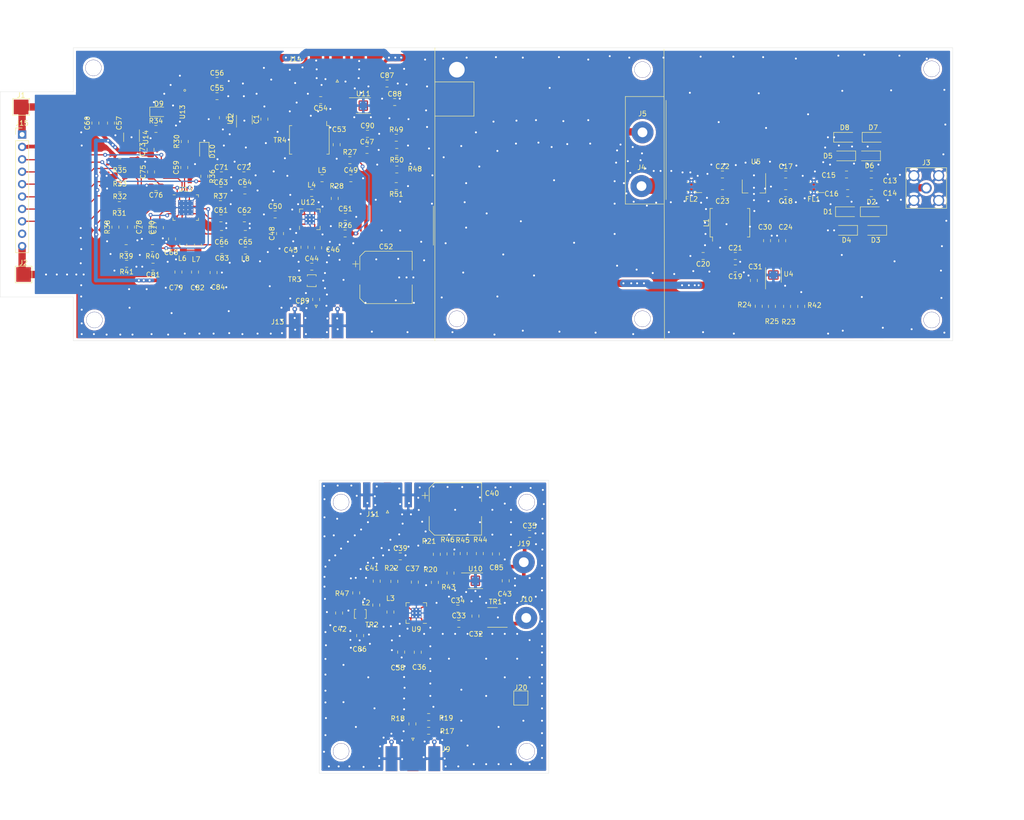
<source format=kicad_pcb>
(kicad_pcb (version 20171130) (host pcbnew 5.1.5-52549c5~84~ubuntu18.04.1)
  (layers (0 F.Cu signal) (31 B.Cu signal) (34 B.Paste user hide) (35 F.Paste user hide) (36 B.SilkS user) (37 F.SilkS user) (38 B.Mask user) (39 F.Mask user) (44 Edge.Cuts user))
  (net 0 "")
  (net 1 GND)
  (net 2 "Net-(C13-Pad1)")
  (net 3 "Net-(C13-Pad2)")
  (net 4 "Net-(C15-Pad1)")
  (net 5 "Net-(C17-Pad2)")
  (net 6 "Net-(C17-Pad1)")
  (net 7 "Net-(C19-Pad2)")
  (net 8 "Net-(C22-Pad1)")
  (net 9 "Net-(C22-Pad2)")
  (net 10 "Net-(D1-Pad2)")
  (net 11 "Net-(D2-Pad2)")
  (net 12 "Net-(D3-Pad2)")
  (net 13 "Net-(D5-Pad1)")
  (net 14 "Net-(D6-Pad1)")
  (net 15 "Net-(D7-Pad1)")
  (net 16 "Net-(FL2-Pad3)")
  (net 17 "Net-(C30-Pad1)")
  (net 18 "Net-(C32-Pad1)")
  (net 19 "Net-(C32-Pad2)")
  (net 20 "Net-(C33-Pad1)")
  (net 21 "Net-(C34-Pad1)")
  (net 22 "Net-(C36-Pad2)")
  (net 23 "Net-(C36-Pad1)")
  (net 24 "Net-(C38-Pad2)")
  (net 25 "Net-(C42-Pad2)")
  (net 26 "Net-(C42-Pad1)")
  (net 27 "Net-(C43-Pad1)")
  (net 28 "Net-(C44-Pad1)")
  (net 29 "Net-(C44-Pad2)")
  (net 30 "Net-(C45-Pad1)")
  (net 31 "Net-(C46-Pad1)")
  (net 32 "Net-(C47-Pad1)")
  (net 33 "Net-(C48-Pad2)")
  (net 34 "Net-(C49-Pad1)")
  (net 35 "Net-(C50-Pad2)")
  (net 36 "Net-(C54-Pad1)")
  (net 37 "Net-(C54-Pad2)")
  (net 38 "Net-(C59-Pad2)")
  (net 39 "Net-(C61-Pad1)")
  (net 40 "Net-(C63-Pad1)")
  (net 41 "Net-(C71-Pad1)")
  (net 42 "Net-(C77-Pad1)")
  (net 43 "Net-(C78-Pad2)")
  (net 44 "Net-(C81-Pad1)")
  (net 45 "Net-(C83-Pad2)")
  (net 46 "Net-(C83-Pad1)")
  (net 47 "Net-(C85-Pad1)")
  (net 48 "Net-(C86-Pad1)")
  (net 49 "Net-(C88-Pad1)")
  (net 50 "Net-(C89-Pad2)")
  (net 51 "Net-(C89-Pad1)")
  (net 52 "Net-(D9-Pad2)")
  (net 53 "Net-(D10-Pad2)")
  (net 54 "Net-(J9-Pad1)")
  (net 55 "Net-(J10-Pad1)")
  (net 56 "Net-(L2-Pad1)")
  (net 57 "Net-(L3-Pad2)")
  (net 58 "Net-(L4-Pad1)")
  (net 59 "Net-(L5-Pad1)")
  (net 60 "Net-(R20-Pad1)")
  (net 61 "Net-(R22-Pad1)")
  (net 62 "Net-(R23-Pad1)")
  (net 63 "Net-(R23-Pad2)")
  (net 64 "Net-(R24-Pad2)")
  (net 65 "Net-(R26-Pad1)")
  (net 66 "Net-(R28-Pad1)")
  (net 67 "Net-(R30-Pad2)")
  (net 68 "Net-(J15-Pad8)")
  (net 69 "Net-(J15-Pad7)")
  (net 70 "Net-(J15-Pad6)")
  (net 71 "Net-(J15-Pad5)")
  (net 72 "Net-(J15-Pad4)")
  (net 73 "Net-(R37-Pad1)")
  (net 74 "Net-(R38-Pad1)")
  (net 75 "Net-(R38-Pad2)")
  (net 76 "Net-(R43-Pad2)")
  (net 77 "Net-(R43-Pad1)")
  (net 78 "Net-(R44-Pad2)")
  (net 79 "Net-(R48-Pad2)")
  (net 80 "Net-(R48-Pad1)")
  (net 81 "Net-(R49-Pad2)")
  (net 82 "Net-(TR2-Pad6)")
  (net 83 "Net-(TR3-Pad6)")
  (net 84 "Net-(U4-Pad7)")
  (net 85 "Net-(U4-Pad4)")
  (net 86 "Net-(U4-Pad3)")
  (net 87 "Net-(U9-Pad1)")
  (net 88 "Net-(U10-Pad3)")
  (net 89 "Net-(U10-Pad4)")
  (net 90 "Net-(U10-Pad7)")
  (net 91 "Net-(U11-Pad3)")
  (net 92 "Net-(U11-Pad4)")
  (net 93 "Net-(U11-Pad7)")
  (net 94 "Net-(U12-Pad1)")
  (net 95 "Net-(U13-Pad2)")
  (net 96 "Net-(U13-Pad3)")
  (net 97 "Net-(U13-Pad7)")
  (net 98 "Net-(U13-Pad8)")
  (net 99 "Net-(U13-Pad5)")
  (net 100 "Net-(U13-Pad10)")
  (net 101 "Net-(U14-Pad4)")
  (net 102 "Net-(U15-Pad14)")
  (net 103 "Net-(U15-Pad15)")
  (net 104 "Net-(J15-Pad3)")
  (net 105 "/First Mixer/U9VCC")
  (net 106 "/Second LO/AVDD2LO")
  (net 107 "Net-(J15-Pad2)")
  (net 108 "Net-(J15-Pad9)")
  (net 109 "Net-(L7-Pad2)")
  (net 110 "/First Mixer/+V")
  (net 111 +V)
  (net 112 "/Second LO/AVDDOSC")
  (net 113 "Net-(U1-Pad4)")
  (net 114 LO)
  (net 115 "/Second LO/+5.5V")
  (net 116 "Net-(C58-Pad1)")
  (net 117 "Net-(C79-Pad2)")
  (module RF_Mini-Circuits:Mini-Circuits_CD542_H2.84mm (layer F.Cu) (at 169.7 67.9 90)
    (fp_text reference L1 (at 0 -4.826 90) (layer F.SilkS))
    (fp_text value ADCH-80+)
    (pad 6 smd rect (at 2.54 -2.54 90) (size 2.54 1.65) (layers F.Cu F.Paste F.Mask) (net 9 "Net-(C22-Pad2)"))
    (pad 5 smd rect (at 2.54 0 90) (size 2.54 1.65) (layers F.Cu F.Paste F.Mask))
    (pad 4 smd rect (at 2.54 2.54 90) (size 2.54 1.65) (layers F.Cu F.Paste F.Mask))
    (pad 3 smd rect (at -2.54 2.54 90) (size 2.54 1.65) (layers F.Cu F.Paste F.Mask) (net 7 "Net-(C19-Pad2)"))
    (pad 2 smd rect (at -2.54 0 90) (size 2.54 1.65) (layers F.Cu F.Paste F.Mask))
    (pad 1 smd rect (at -2.54 -2.54 90) (size 2.54 1.65) (layers F.Cu F.Paste F.Mask))
  )
  (module SpectrumAnalyser:SMA_Molex_73251-1153_EdgeMount_Horizontal (layer F.Cu) (at 89.32 36.62 270)
    (fp_text reference J14 (at -2.22 8.62 180) (layer F.SilkS))
    (fp_text value Conn_Coaxial)
    (pad 2 smd rect (at 1.27 4.38 270) (size 0.95 0.46) (layers F.Cu) (net 1 GND))
    (pad 2 smd rect (at 1.27 -4.38 270) (size 0.95 0.46) (layers F.Cu) (net 1 GND))
    (pad 2 smd rect (at -1.72 4.38 270) (size 5.08 2.42) (layers F.Cu F.Paste F.Mask) (net 1 GND))
    (pad 2 smd rect (at -1.72 -4.38 270) (size 5.08 2.42) (layers F.Cu F.Paste F.Mask) (net 1 GND))
    (pad 1 smd rect (at -1.72 0 270) (size 5.08 2.29) (layers F.Cu F.Paste F.Mask) (net 36 "Net-(C54-Pad1)"))
  )
  (module TestPoint:TestPoint_Pad_3.0x3.0mm (layer F.Cu) (at 25.1 78.5)
    (fp_text reference J2 (at 0 -2.398) (layer F.SilkS))
    (fp_text value " ")
    (pad 1 smd rect (at 0 0) (size 3 3) (layers F.Cu F.Mask) (net 1 GND))
  )
  (module Package_TO_SOT_SMD:SOT-89-3_Handsoldering (layer F.Cu) (at 174.62 60.03 270)
    (fp_text reference U5 (at -4.63 -0.38 180) (layer F.SilkS))
    (fp_text value MMG38151)
    (pad 1 smd rect (at -1.98 -1.5 180) (size 1 2.5) (layers F.Cu F.Paste F.Mask) (net 6 "Net-(C17-Pad1)"))
    (pad 2 smd rect (at -1.98 0 180) (size 1 2.5) (layers F.Cu F.Paste F.Mask) (net 1 GND))
    (pad 3 smd rect (at -1.98 1.5 180) (size 1 2.5) (layers F.Cu F.Paste F.Mask) (net 9 "Net-(C22-Pad2)"))
    (pad 2 smd rect (at 1.98 0 180) (size 2 4) (layers F.Cu F.Paste F.Mask) (net 1 GND))
    (pad 2 smd trapezoid (at -0.37 0) (size 1.5 0.75) (rect_delta 0 0.5) (layers F.Cu F.Paste F.Mask) (net 1 GND))
  )
  (module Connector_Coaxial:SMA_Amphenol_132203-12_Horizontal (layer F.Cu) (at 209.9 60.8 270)
    (fp_text reference J3 (at -5.2 0) (layer F.SilkS))
    (fp_text value Input)
    (pad 1 thru_hole circle (at 0 0 270) (size 2.25 2.25) (drill 1.5) (layers *.Cu *.Mask) (net 2 "Net-(C13-Pad1)"))
    (pad 2 thru_hole circle (at 2.54 2.54) (size 2.25 2.25) (drill 1.7) (layers *.Cu *.Mask) (net 1 GND))
    (pad 2 thru_hole circle (at 2.54 -2.54 270) (size 2.25 2.25) (drill 1.7) (layers *.Cu *.Mask) (net 1 GND))
    (pad 2 thru_hole circle (at -2.54 -2.54 270) (size 2.25 2.25) (drill 1.7) (layers *.Cu *.Mask) (net 1 GND))
    (pad 2 thru_hole circle (at -2.54 2.54 270) (size 2.25 2.25) (drill 1.7) (layers *.Cu *.Mask) (net 1 GND))
  )
  (module Capacitor_SMD:C_0805_2012Metric_Pad1.15x1.40mm_HandSolder (layer F.Cu) (at 180.4 71.575 90)
    (fp_text reference C24 (at 2.775 0.7 180) (layer F.SilkS))
    (fp_text value 10u)
    (pad 2 smd roundrect (at 1.025 0 90) (size 1.15 1.4) (layers F.Cu F.Paste F.Mask) (roundrect_rratio 0.217391) (net 1 GND))
    (pad 1 smd roundrect (at -1.025 0 90) (size 1.15 1.4) (layers F.Cu F.Paste F.Mask) (roundrect_rratio 0.217391) (net 111 +V))
  )
  (module Capacitor_SMD:C_0805_2012Metric_Pad1.15x1.40mm_HandSolder (layer F.Cu) (at 170.81 74.71)
    (fp_text reference C21 (at 0 -1.65) (layer F.SilkS))
    (fp_text value 100p)
    (pad 2 smd roundrect (at 1.025 0) (size 1.15 1.4) (layers F.Cu F.Paste F.Mask) (roundrect_rratio 0.217391) (net 1 GND))
    (pad 1 smd roundrect (at -1.025 0) (size 1.15 1.4) (layers F.Cu F.Paste F.Mask) (roundrect_rratio 0.217391) (net 7 "Net-(C19-Pad2)"))
  )
  (module Capacitor_SMD:C_0805_2012Metric_Pad1.15x1.40mm_HandSolder (layer F.Cu) (at 164.215 74.71 180)
    (fp_text reference C20 (at 0 -1.65) (layer F.SilkS))
    (fp_text value 10n)
    (pad 2 smd roundrect (at 1.025 0 180) (size 1.15 1.4) (layers F.Cu F.Paste F.Mask) (roundrect_rratio 0.217391) (net 1 GND))
    (pad 1 smd roundrect (at -1.025 0 180) (size 1.15 1.4) (layers F.Cu F.Paste F.Mask) (roundrect_rratio 0.217391) (net 7 "Net-(C19-Pad2)"))
  )
  (module Capacitor_SMD:C_0805_2012Metric_Pad1.15x1.40mm_HandSolder (layer F.Cu) (at 170.81 77.25 180)
    (fp_text reference C19 (at 0 -1.65) (layer F.SilkS))
    (fp_text value 1u)
    (pad 2 smd roundrect (at 1.025 0 180) (size 1.15 1.4) (layers F.Cu F.Paste F.Mask) (roundrect_rratio 0.217391) (net 7 "Net-(C19-Pad2)"))
    (pad 1 smd roundrect (at -1.025 0 180) (size 1.15 1.4) (layers F.Cu F.Paste F.Mask) (roundrect_rratio 0.217391) (net 1 GND))
  )
  (module Capacitor_SMD:C_0805_2012Metric_Pad1.15x1.40mm_HandSolder (layer F.Cu) (at 198.65 58.03 180)
    (fp_text reference C13 (at -3.81 -1.27) (layer F.SilkS))
    (fp_text value 100n)
    (pad 2 smd roundrect (at 1.025 0 180) (size 1.15 1.4) (layers F.Cu F.Paste F.Mask) (roundrect_rratio 0.217391) (net 3 "Net-(C13-Pad2)"))
    (pad 1 smd roundrect (at -1.025 0 180) (size 1.15 1.4) (layers F.Cu F.Paste F.Mask) (roundrect_rratio 0.217391) (net 2 "Net-(C13-Pad1)"))
  )
  (module Capacitor_SMD:C_0805_2012Metric_Pad1.15x1.40mm_HandSolder (layer F.Cu) (at 198.65 61.84)
    (fp_text reference C14 (at 3.81 0) (layer F.SilkS))
    (fp_text value 100p)
    (pad 2 smd roundrect (at 1.025 0) (size 1.15 1.4) (layers F.Cu F.Paste F.Mask) (roundrect_rratio 0.217391) (net 2 "Net-(C13-Pad1)"))
    (pad 1 smd roundrect (at -1.025 0) (size 1.15 1.4) (layers F.Cu F.Paste F.Mask) (roundrect_rratio 0.217391) (net 3 "Net-(C13-Pad2)"))
  )
  (module Capacitor_SMD:C_0805_2012Metric_Pad1.15x1.40mm_HandSolder (layer F.Cu) (at 193.57 58.03)
    (fp_text reference C15 (at -3.67 0.14) (layer F.SilkS))
    (fp_text value 100p)
    (pad 2 smd roundrect (at 1.025 0) (size 1.15 1.4) (layers F.Cu F.Paste F.Mask) (roundrect_rratio 0.217391) (net 3 "Net-(C13-Pad2)"))
    (pad 1 smd roundrect (at -1.025 0) (size 1.15 1.4) (layers F.Cu F.Paste F.Mask) (roundrect_rratio 0.217391) (net 4 "Net-(C15-Pad1)"))
  )
  (module Capacitor_SMD:C_0805_2012Metric_Pad1.15x1.40mm_HandSolder (layer F.Cu) (at 193.815 61.84 180)
    (fp_text reference C16 (at 3.315 -0.13) (layer F.SilkS))
    (fp_text value 100n)
    (pad 2 smd roundrect (at 1.025 0 180) (size 1.15 1.4) (layers F.Cu F.Paste F.Mask) (roundrect_rratio 0.217391) (net 4 "Net-(C15-Pad1)"))
    (pad 1 smd roundrect (at -1.025 0 180) (size 1.15 1.4) (layers F.Cu F.Paste F.Mask) (roundrect_rratio 0.217391) (net 3 "Net-(C13-Pad2)"))
  )
  (module Capacitor_SMD:C_0805_2012Metric_Pad1.15x1.40mm_HandSolder (layer F.Cu) (at 181.115 58.03)
    (fp_text reference C17 (at 0 -1.65) (layer F.SilkS))
    (fp_text value 100p)
    (pad 2 smd roundrect (at 1.025 0) (size 1.15 1.4) (layers F.Cu F.Paste F.Mask) (roundrect_rratio 0.217391) (net 5 "Net-(C17-Pad2)"))
    (pad 1 smd roundrect (at -1.025 0) (size 1.15 1.4) (layers F.Cu F.Paste F.Mask) (roundrect_rratio 0.217391) (net 6 "Net-(C17-Pad1)"))
  )
  (module Capacitor_SMD:C_0805_2012Metric_Pad1.15x1.40mm_HandSolder (layer F.Cu) (at 181.115 61.84 180)
    (fp_text reference C18 (at 0 -1.65) (layer F.SilkS))
    (fp_text value 100n)
    (pad 2 smd roundrect (at 1.025 0 180) (size 1.15 1.4) (layers F.Cu F.Paste F.Mask) (roundrect_rratio 0.217391) (net 6 "Net-(C17-Pad1)"))
    (pad 1 smd roundrect (at -1.025 0 180) (size 1.15 1.4) (layers F.Cu F.Paste F.Mask) (roundrect_rratio 0.217391) (net 5 "Net-(C17-Pad2)"))
  )
  (module Capacitor_SMD:C_0805_2012Metric_Pad1.15x1.40mm_HandSolder (layer F.Cu) (at 168.17 58.03)
    (fp_text reference C22 (at 0 -1.65) (layer F.SilkS))
    (fp_text value 100p)
    (pad 2 smd roundrect (at 1.025 0) (size 1.15 1.4) (layers F.Cu F.Paste F.Mask) (roundrect_rratio 0.217391) (net 9 "Net-(C22-Pad2)"))
    (pad 1 smd roundrect (at -1.025 0) (size 1.15 1.4) (layers F.Cu F.Paste F.Mask) (roundrect_rratio 0.217391) (net 8 "Net-(C22-Pad1)"))
  )
  (module Capacitor_SMD:C_0805_2012Metric_Pad1.15x1.40mm_HandSolder (layer F.Cu) (at 168.17 61.84 180)
    (fp_text reference C23 (at 0 -1.65) (layer F.SilkS))
    (fp_text value 100n)
    (pad 2 smd roundrect (at 1.025 0 180) (size 1.15 1.4) (layers F.Cu F.Paste F.Mask) (roundrect_rratio 0.217391) (net 8 "Net-(C22-Pad1)"))
    (pad 1 smd roundrect (at -1.025 0 180) (size 1.15 1.4) (layers F.Cu F.Paste F.Mask) (roundrect_rratio 0.217391) (net 9 "Net-(C22-Pad2)"))
  )
  (module Diode_SMD:D_SOD-123 (layer F.Cu) (at 193.57 65.65)
    (fp_text reference D1 (at -3.81 0) (layer F.SilkS))
    (fp_text value MMSD301T1G)
    (pad 2 smd rect (at 1.65 0) (size 0.9 1.2) (layers F.Cu F.Paste F.Mask) (net 10 "Net-(D1-Pad2)"))
    (pad 1 smd rect (at -1.65 0) (size 0.9 1.2) (layers F.Cu F.Paste F.Mask) (net 4 "Net-(C15-Pad1)"))
  )
  (module Diode_SMD:D_SOD-123 (layer F.Cu) (at 198.65 65.65)
    (fp_text reference D2 (at 0 -2) (layer F.SilkS))
    (fp_text value MMSD301T1G)
    (pad 2 smd rect (at 1.65 0) (size 0.9 1.2) (layers F.Cu F.Paste F.Mask) (net 11 "Net-(D2-Pad2)"))
    (pad 1 smd rect (at -1.65 0) (size 0.9 1.2) (layers F.Cu F.Paste F.Mask) (net 10 "Net-(D1-Pad2)"))
  )
  (module Diode_SMD:D_SOD-123 (layer F.Cu) (at 199.54 69.46 180)
    (fp_text reference D3 (at 0 -2) (layer F.SilkS))
    (fp_text value MMSD301T1G)
    (pad 2 smd rect (at 1.65 0 180) (size 0.9 1.2) (layers F.Cu F.Paste F.Mask) (net 12 "Net-(D3-Pad2)"))
    (pad 1 smd rect (at -1.65 0 180) (size 0.9 1.2) (layers F.Cu F.Paste F.Mask) (net 11 "Net-(D2-Pad2)"))
  )
  (module Diode_SMD:D_SOD-123 (layer F.Cu) (at 193.57 69.46 180)
    (fp_text reference D4 (at 0 -2) (layer F.SilkS))
    (fp_text value MMSD301T1G)
    (pad 2 smd rect (at 1.65 0 180) (size 0.9 1.2) (layers F.Cu F.Paste F.Mask) (net 1 GND))
    (pad 1 smd rect (at -1.65 0 180) (size 0.9 1.2) (layers F.Cu F.Paste F.Mask) (net 12 "Net-(D3-Pad2)"))
  )
  (module Diode_SMD:D_SOD-123 (layer F.Cu) (at 193.19 54.22 180)
    (fp_text reference D5 (at 3.43 0) (layer F.SilkS))
    (fp_text value MMSD301T1G)
    (pad 2 smd rect (at 1.65 0 180) (size 0.9 1.2) (layers F.Cu F.Paste F.Mask) (net 4 "Net-(C15-Pad1)"))
    (pad 1 smd rect (at -1.65 0 180) (size 0.9 1.2) (layers F.Cu F.Paste F.Mask) (net 13 "Net-(D5-Pad1)"))
  )
  (module Diode_SMD:D_SOD-123 (layer F.Cu) (at 198.27 54.22 180)
    (fp_text reference D6 (at 0 -2) (layer F.SilkS))
    (fp_text value MMSD301T1G)
    (pad 2 smd rect (at 1.65 0 180) (size 0.9 1.2) (layers F.Cu F.Paste F.Mask) (net 13 "Net-(D5-Pad1)"))
    (pad 1 smd rect (at -1.65 0 180) (size 0.9 1.2) (layers F.Cu F.Paste F.Mask) (net 14 "Net-(D6-Pad1)"))
  )
  (module Diode_SMD:D_SOD-123 (layer F.Cu) (at 199.03 50.41)
    (fp_text reference D7 (at 0 -2) (layer F.SilkS))
    (fp_text value MMSD301T1G)
    (pad 2 smd rect (at 1.65 0) (size 0.9 1.2) (layers F.Cu F.Paste F.Mask) (net 14 "Net-(D6-Pad1)"))
    (pad 1 smd rect (at -1.65 0) (size 0.9 1.2) (layers F.Cu F.Paste F.Mask) (net 15 "Net-(D7-Pad1)"))
  )
  (module Diode_SMD:D_SOD-123 (layer F.Cu) (at 193.19 50.41)
    (fp_text reference D8 (at 0 -2) (layer F.SilkS))
    (fp_text value MMSD301T1G)
    (pad 2 smd rect (at 1.65 0) (size 0.9 1.2) (layers F.Cu F.Paste F.Mask) (net 15 "Net-(D7-Pad1)"))
    (pad 1 smd rect (at -1.65 0) (size 0.9 1.2) (layers F.Cu F.Paste F.Mask) (net 1 GND))
  )
  (module Filter:Filter_Mini-Circuits_FV1206 (layer F.Cu) (at 186.865 60.57 180)
    (fp_text reference FL1 (at 0 -2.5) (layer F.SilkS))
    (fp_text value LFCN-2600)
    (pad 4 thru_hole circle (at 0 -1.105 180) (size 0.61 0.61) (drill 0.3) (layers *.Cu *.Mask) (net 1 GND))
    (pad 2 thru_hole circle (at 0 1.105 180) (size 0.61 0.61) (drill 0.3) (layers *.Cu *.Mask) (net 1 GND))
    (pad 4 smd roundrect (at 0 -0.9275 180) (size 0.61 1.245) (layers F.Cu F.Paste F.Mask) (net 1 GND))
    (pad 2 smd roundrect (at 0 0.9275 180) (size 0.61 1.245) (layers F.Cu F.Paste F.Mask) (net 1 GND))
    (pad 3 smd roundrect (at 1.625 0 180) (size 1.04 1.8) (layers F.Cu F.Paste F.Mask) (roundrect_rratio 0.24) (net 5 "Net-(C17-Pad2)"))
    (pad 1 smd roundrect (at -1.625 0 180) (size 1.04 1.8) (layers F.Cu F.Paste F.Mask) (roundrect_rratio 0.24) (net 4 "Net-(C15-Pad1)"))
  )
  (module Filter:Filter_Mini-Circuits_FV1206 (layer F.Cu) (at 161.82 60.57 180)
    (fp_text reference FL2 (at 0 -2.5) (layer F.SilkS))
    (fp_text value LFCN-2600)
    (pad 4 thru_hole circle (at 0 -1.105 180) (size 0.61 0.61) (drill 0.3) (layers *.Cu *.Mask) (net 1 GND))
    (pad 2 thru_hole circle (at 0 1.105 180) (size 0.61 0.61) (drill 0.3) (layers *.Cu *.Mask) (net 1 GND))
    (pad 4 smd roundrect (at 0 -0.9275 180) (size 0.61 1.245) (layers F.Cu F.Paste F.Mask) (net 1 GND))
    (pad 2 smd roundrect (at 0 0.9275 180) (size 0.61 1.245) (layers F.Cu F.Paste F.Mask) (net 1 GND))
    (pad 3 smd roundrect (at 1.625 0 180) (size 1.04 1.8) (layers F.Cu F.Paste F.Mask) (roundrect_rratio 0.24) (net 16 "Net-(FL2-Pad3)"))
    (pad 1 smd roundrect (at -1.625 0 180) (size 1.04 1.8) (layers F.Cu F.Paste F.Mask) (roundrect_rratio 0.24) (net 8 "Net-(C22-Pad1)"))
  )
  (module Capacitor_SMD:C_0805_2012Metric_Pad1.15x1.40mm_HandSolder (layer F.Cu) (at 177.3 71.575 90)
    (fp_text reference C30 (at 2.775 -0.4 180) (layer F.SilkS))
    (fp_text value 10n)
    (pad 1 smd roundrect (at -1.025 0 90) (size 1.15 1.4) (layers F.Cu F.Paste F.Mask) (roundrect_rratio 0.217391) (net 17 "Net-(C30-Pad1)"))
    (pad 2 smd roundrect (at 1.025 0 90) (size 1.15 1.4) (layers F.Cu F.Paste F.Mask) (roundrect_rratio 0.217391) (net 1 GND))
  )
  (module Capacitor_SMD:C_0805_2012Metric_Pad1.15x1.40mm_HandSolder (layer F.Cu) (at 174.6 79.725 90)
    (fp_text reference C31 (at 2.825 0.3 180) (layer F.SilkS))
    (fp_text value 10u)
    (pad 2 smd roundrect (at 1.025 0 90) (size 1.15 1.4) (layers F.Cu F.Paste F.Mask) (roundrect_rratio 0.217391) (net 1 GND))
    (pad 1 smd roundrect (at -1.025 0 90) (size 1.15 1.4) (layers F.Cu F.Paste F.Mask) (roundrect_rratio 0.217391) (net 7 "Net-(C19-Pad2)"))
  )
  (module Capacitor_SMD:C_0805_2012Metric_Pad1.15x1.40mm_HandSolder (layer F.Cu) (at 117.6 148.425 90)
    (fp_text reference C32 (at -3.675 0.1 180) (layer F.SilkS))
    (fp_text value 0.6p)
    (pad 1 smd roundrect (at -1.025 0 90) (size 1.15 1.4) (layers F.Cu F.Paste F.Mask) (roundrect_rratio 0.217391) (net 18 "Net-(C32-Pad1)"))
    (pad 2 smd roundrect (at 1.025 0 90) (size 1.15 1.4) (layers F.Cu F.Paste F.Mask) (roundrect_rratio 0.217391) (net 19 "Net-(C32-Pad2)"))
  )
  (module Capacitor_SMD:C_0805_2012Metric_Pad1.15x1.40mm_HandSolder (layer F.Cu) (at 114.2 150)
    (fp_text reference C33 (at 0 -1.65) (layer F.SilkS))
    (fp_text value 100n)
    (pad 1 smd roundrect (at -1.025 0) (size 1.15 1.4) (layers F.Cu F.Paste F.Mask) (roundrect_rratio 0.217391) (net 20 "Net-(C33-Pad1)"))
    (pad 2 smd roundrect (at 1.025 0) (size 1.15 1.4) (layers F.Cu F.Paste F.Mask) (roundrect_rratio 0.217391) (net 18 "Net-(C32-Pad1)"))
  )
  (module Capacitor_SMD:C_0805_2012Metric_Pad1.15x1.40mm_HandSolder (layer F.Cu) (at 114 146.9)
    (fp_text reference C34 (at 0 -1.65) (layer F.SilkS))
    (fp_text value 100n)
    (pad 2 smd roundrect (at 1.025 0) (size 1.15 1.4) (layers F.Cu F.Paste F.Mask) (roundrect_rratio 0.217391) (net 19 "Net-(C32-Pad2)"))
    (pad 1 smd roundrect (at -1.025 0) (size 1.15 1.4) (layers F.Cu F.Paste F.Mask) (roundrect_rratio 0.217391) (net 21 "Net-(C34-Pad1)"))
  )
  (module Capacitor_SMD:C_0805_2012Metric_Pad1.15x1.40mm_HandSolder (layer F.Cu) (at 128.7 131.6)
    (fp_text reference C35 (at 0 -1.65) (layer F.SilkS))
    (fp_text value 10u)
    (pad 1 smd roundrect (at -1.025 0) (size 1.15 1.4) (layers F.Cu F.Paste F.Mask) (roundrect_rratio 0.217391) (net 111 +V))
    (pad 2 smd roundrect (at 1.025 0) (size 1.15 1.4) (layers F.Cu F.Paste F.Mask) (roundrect_rratio 0.217391) (net 1 GND))
  )
  (module Capacitor_SMD:C_0805_2012Metric_Pad1.15x1.40mm_HandSolder (layer F.Cu) (at 105.8 155.825 90)
    (fp_text reference C36 (at -3.075 0.3 180) (layer F.SilkS))
    (fp_text value 100n)
    (pad 2 smd roundrect (at 1.025 0 90) (size 1.15 1.4) (layers F.Cu F.Paste F.Mask) (roundrect_rratio 0.217391) (net 22 "Net-(C36-Pad2)"))
    (pad 1 smd roundrect (at -1.025 0 90) (size 1.15 1.4) (layers F.Cu F.Paste F.Mask) (roundrect_rratio 0.217391) (net 23 "Net-(C36-Pad1)"))
  )
  (module Capacitor_SMD:C_0805_2012Metric_Pad1.15x1.40mm_HandSolder (layer F.Cu) (at 105.2 141.475 90)
    (fp_text reference C37 (at 2.775 -0.5 180) (layer F.SilkS))
    (fp_text value 10n)
    (pad 2 smd roundrect (at 1.025 0 90) (size 1.15 1.4) (layers F.Cu F.Paste F.Mask) (roundrect_rratio 0.217391) (net 1 GND))
    (pad 1 smd roundrect (at -1.025 0 90) (size 1.15 1.4) (layers F.Cu F.Paste F.Mask) (roundrect_rratio 0.217391) (net 105 "/First Mixer/U9VCC"))
  )
  (module Capacitor_SMD:C_0805_2012Metric_Pad1.15x1.40mm_HandSolder (layer F.Cu) (at 102.4 155.8 90)
    (fp_text reference C38 (at -3.2 -0.7 180) (layer F.SilkS))
    (fp_text value 100n)
    (pad 1 smd roundrect (at -1.025 0 90) (size 1.15 1.4) (layers F.Cu F.Paste F.Mask) (roundrect_rratio 0.217391) (net 1 GND))
    (pad 2 smd roundrect (at 1.025 0 90) (size 1.15 1.4) (layers F.Cu F.Paste F.Mask) (roundrect_rratio 0.217391) (net 24 "Net-(C38-Pad2)"))
  )
  (module Capacitor_SMD:C_0805_2012Metric_Pad1.15x1.40mm_HandSolder (layer F.Cu) (at 102.225 136.2)
    (fp_text reference C39 (at 0 -1.65) (layer F.SilkS))
    (fp_text value 1u)
    (pad 2 smd roundrect (at 1.025 0) (size 1.15 1.4) (layers F.Cu F.Paste F.Mask) (roundrect_rratio 0.217391) (net 1 GND))
    (pad 1 smd roundrect (at -1.025 0) (size 1.15 1.4) (layers F.Cu F.Paste F.Mask) (roundrect_rratio 0.217391) (net 105 "/First Mixer/U9VCC"))
  )
  (module Capacitor_SMD:CP_Elec_10x10.5 (layer F.Cu) (at 113.5 126.5)
    (fp_text reference C40 (at 7.5 -3.2 -180) (layer F.SilkS))
    (fp_text value 220u)
    (pad 2 smd roundrect (at 4.2 0) (size 4.4 2.5) (layers F.Cu F.Paste F.Mask) (roundrect_rratio 0.1) (net 1 GND))
    (pad 1 smd roundrect (at -4.2 0) (size 4.4 2.5) (layers F.Cu F.Paste F.Mask) (roundrect_rratio 0.1) (net 105 "/First Mixer/U9VCC"))
  )
  (module Capacitor_SMD:C_0805_2012Metric_Pad1.15x1.40mm_HandSolder (layer F.Cu) (at 97.4 141.275 90)
    (fp_text reference C41 (at 2.675 -1 180) (layer F.SilkS))
    (fp_text value 10n)
    (pad 1 smd roundrect (at -1.025 0 90) (size 1.15 1.4) (layers F.Cu F.Paste F.Mask) (roundrect_rratio 0.217391) (net 105 "/First Mixer/U9VCC"))
    (pad 2 smd roundrect (at 1.025 0 90) (size 1.15 1.4) (layers F.Cu F.Paste F.Mask) (roundrect_rratio 0.217391) (net 1 GND))
  )
  (module Capacitor_SMD:C_0805_2012Metric_Pad1.15x1.40mm_HandSolder (layer F.Cu) (at 89.7 147.8 270)
    (fp_text reference C42 (at 3.3 -0.1 180) (layer F.SilkS))
    (fp_text value 4p7)
    (pad 2 smd roundrect (at 1.025 0 270) (size 1.15 1.4) (layers F.Cu F.Paste F.Mask) (roundrect_rratio 0.217391) (net 25 "Net-(C42-Pad2)"))
    (pad 1 smd roundrect (at -1.025 0 270) (size 1.15 1.4) (layers F.Cu F.Paste F.Mask) (roundrect_rratio 0.217391) (net 26 "Net-(C42-Pad1)"))
  )
  (module Capacitor_SMD:C_0805_2012Metric_Pad1.15x1.40mm_HandSolder (layer F.Cu) (at 123.8 141.2 270)
    (fp_text reference C43 (at 2.7 0.2 180) (layer F.SilkS))
    (fp_text value 10n)
    (pad 2 smd roundrect (at 1.025 0 270) (size 1.15 1.4) (layers F.Cu F.Paste F.Mask) (roundrect_rratio 0.217391) (net 1 GND))
    (pad 1 smd roundrect (at -1.025 0 270) (size 1.15 1.4) (layers F.Cu F.Paste F.Mask) (roundrect_rratio 0.217391) (net 27 "Net-(C43-Pad1)"))
  )
  (module Capacitor_SMD:C_0805_2012Metric_Pad1.15x1.40mm_HandSolder (layer F.Cu) (at 84.1 76.9)
    (fp_text reference C44 (at 0 -1.65) (layer F.SilkS))
    (fp_text value 0.6p)
    (pad 1 smd roundrect (at -1.025 0) (size 1.15 1.4) (layers F.Cu F.Paste F.Mask) (roundrect_rratio 0.217391) (net 28 "Net-(C44-Pad1)"))
    (pad 2 smd roundrect (at 1.025 0) (size 1.15 1.4) (layers F.Cu F.Paste F.Mask) (roundrect_rratio 0.217391) (net 29 "Net-(C44-Pad2)"))
  )
  (module Capacitor_SMD:C_0805_2012Metric_Pad1.15x1.40mm_HandSolder (layer F.Cu) (at 82.6 72.925 270)
    (fp_text reference C45 (at 0.575 2.8 180) (layer F.SilkS))
    (fp_text value 100p)
    (pad 1 smd roundrect (at -1.025 0 270) (size 1.15 1.4) (layers F.Cu F.Paste F.Mask) (roundrect_rratio 0.217391) (net 30 "Net-(C45-Pad1)"))
    (pad 2 smd roundrect (at 1.025 0 270) (size 1.15 1.4) (layers F.Cu F.Paste F.Mask) (roundrect_rratio 0.217391) (net 28 "Net-(C44-Pad1)"))
  )
  (module Capacitor_SMD:C_0805_2012Metric_Pad1.15x1.40mm_HandSolder (layer F.Cu) (at 85.4 73.025 270)
    (fp_text reference C46 (at 0.375 -3 180) (layer F.SilkS))
    (fp_text value 100p)
    (pad 2 smd roundrect (at 1.025 0 270) (size 1.15 1.4) (layers F.Cu F.Paste F.Mask) (roundrect_rratio 0.217391) (net 29 "Net-(C44-Pad2)"))
    (pad 1 smd roundrect (at -1.025 0 270) (size 1.15 1.4) (layers F.Cu F.Paste F.Mask) (roundrect_rratio 0.217391) (net 31 "Net-(C46-Pad1)"))
  )
  (module Capacitor_SMD:C_0805_2012Metric_Pad1.15x1.40mm_HandSolder (layer F.Cu) (at 95.4 53)
    (fp_text reference C47 (at 0 -1.65) (layer F.SilkS))
    (fp_text value 10n)
    (pad 1 smd roundrect (at -1.025 0) (size 1.15 1.4) (layers F.Cu F.Paste F.Mask) (roundrect_rratio 0.217391) (net 32 "Net-(C47-Pad1)"))
    (pad 2 smd roundrect (at 1.025 0) (size 1.15 1.4) (layers F.Cu F.Paste F.Mask) (roundrect_rratio 0.217391) (net 1 GND))
  )
  (module Capacitor_SMD:C_0805_2012Metric_Pad1.15x1.40mm_HandSolder (layer F.Cu) (at 77.6 70.125 90)
    (fp_text reference C48 (at 0 -1.65 90) (layer F.SilkS))
    (fp_text value 100p)
    (pad 2 smd roundrect (at 1.025 0 90) (size 1.15 1.4) (layers F.Cu F.Paste F.Mask) (roundrect_rratio 0.217391) (net 33 "Net-(C48-Pad2)"))
    (pad 1 smd roundrect (at -1.025 0 90) (size 1.15 1.4) (layers F.Cu F.Paste F.Mask) (roundrect_rratio 0.217391) (net 114 LO))
  )
  (module Capacitor_SMD:C_0805_2012Metric_Pad1.15x1.40mm_HandSolder (layer F.Cu) (at 92.1 58.8)
    (fp_text reference C49 (at 0 -1.65) (layer F.SilkS))
    (fp_text value 10n)
    (pad 2 smd roundrect (at 1.025 0) (size 1.15 1.4) (layers F.Cu F.Paste F.Mask) (roundrect_rratio 0.217391) (net 1 GND))
    (pad 1 smd roundrect (at -1.025 0) (size 1.15 1.4) (layers F.Cu F.Paste F.Mask) (roundrect_rratio 0.217391) (net 34 "Net-(C49-Pad1)"))
  )
  (module Capacitor_SMD:C_0805_2012Metric_Pad1.15x1.40mm_HandSolder (layer F.Cu) (at 76.6 66.2)
    (fp_text reference C50 (at 0 -1.65) (layer F.SilkS))
    (fp_text value 100p)
    (pad 1 smd roundrect (at -1.025 0) (size 1.15 1.4) (layers F.Cu F.Paste F.Mask) (roundrect_rratio 0.217391) (net 1 GND))
    (pad 2 smd roundrect (at 1.025 0) (size 1.15 1.4) (layers F.Cu F.Paste F.Mask) (roundrect_rratio 0.217391) (net 35 "Net-(C50-Pad2)"))
  )
  (module Capacitor_SMD:C_0805_2012Metric_Pad1.15x1.40mm_HandSolder (layer F.Cu) (at 90.975 66.7)
    (fp_text reference C51 (at 0 -1.65) (layer F.SilkS))
    (fp_text value 1u)
    (pad 1 smd roundrect (at -1.025 0) (size 1.15 1.4) (layers F.Cu F.Paste F.Mask) (roundrect_rratio 0.217391) (net 34 "Net-(C49-Pad1)"))
    (pad 2 smd roundrect (at 1.025 0) (size 1.15 1.4) (layers F.Cu F.Paste F.Mask) (roundrect_rratio 0.217391) (net 1 GND))
  )
  (module Capacitor_SMD:CP_Elec_10x10.5 (layer F.Cu) (at 99.3 79.1)
    (fp_text reference C52 (at 0 -6.3) (layer F.SilkS))
    (fp_text value 220u)
    (pad 1 smd roundrect (at -4.2 0) (size 4.4 2.5) (layers F.Cu F.Paste F.Mask) (roundrect_rratio 0.1) (net 34 "Net-(C49-Pad1)"))
    (pad 2 smd roundrect (at 4.2 0) (size 4.4 2.5) (layers F.Cu F.Paste F.Mask) (roundrect_rratio 0.1) (net 1 GND))
  )
  (module Capacitor_SMD:C_0805_2012Metric_Pad1.15x1.40mm_HandSolder (layer F.Cu) (at 89.2 51.925 270)
    (fp_text reference C53 (at -3.125 -0.5 180) (layer F.SilkS))
    (fp_text value 10n)
    (pad 1 smd roundrect (at -1.025 0 270) (size 1.15 1.4) (layers F.Cu F.Paste F.Mask) (roundrect_rratio 0.217391) (net 34 "Net-(C49-Pad1)"))
    (pad 2 smd roundrect (at 1.025 0 270) (size 1.15 1.4) (layers F.Cu F.Paste F.Mask) (roundrect_rratio 0.217391) (net 1 GND))
  )
  (module Capacitor_SMD:C_0805_2012Metric_Pad1.15x1.40mm_HandSolder (layer F.Cu) (at 85.925 42.8 180)
    (fp_text reference C54 (at 0 -1.65) (layer F.SilkS))
    (fp_text value 1n)
    (pad 1 smd roundrect (at -1.025 0 180) (size 1.15 1.4) (layers F.Cu F.Paste F.Mask) (roundrect_rratio 0.217391) (net 36 "Net-(C54-Pad1)"))
    (pad 2 smd roundrect (at 1.025 0 180) (size 1.15 1.4) (layers F.Cu F.Paste F.Mask) (roundrect_rratio 0.217391) (net 37 "Net-(C54-Pad2)"))
  )
  (module Capacitor_SMD:C_0805_2012Metric_Pad1.15x1.40mm_HandSolder (layer F.Cu) (at 64.7 42)
    (fp_text reference C55 (at 0 -1.65) (layer F.SilkS))
    (fp_text value 100n)
    (pad 1 smd roundrect (at -1.025 0) (size 1.15 1.4) (layers F.Cu F.Paste F.Mask) (roundrect_rratio 0.217391) (net 112 "/Second LO/AVDDOSC"))
    (pad 2 smd roundrect (at 1.025 0) (size 1.15 1.4) (layers F.Cu F.Paste F.Mask) (roundrect_rratio 0.217391) (net 1 GND))
  )
  (module Capacitor_SMD:C_0805_2012Metric_Pad1.15x1.40mm_HandSolder (layer F.Cu) (at 64.7 38.9)
    (fp_text reference C56 (at 0 -1.65) (layer F.SilkS))
    (fp_text value 100p)
    (pad 2 smd roundrect (at 1.025 0) (size 1.15 1.4) (layers F.Cu F.Paste F.Mask) (roundrect_rratio 0.217391) (net 1 GND))
    (pad 1 smd roundrect (at -1.025 0) (size 1.15 1.4) (layers F.Cu F.Paste F.Mask) (roundrect_rratio 0.217391) (net 112 "/Second LO/AVDDOSC"))
  )
  (module Capacitor_SMD:C_0805_2012Metric_Pad1.15x1.40mm_HandSolder (layer F.Cu) (at 58 56.6 90)
    (fp_text reference C59 (at 0 -1.65 90) (layer F.SilkS))
    (fp_text value 1n)
    (pad 2 smd roundrect (at 1.025 0 90) (size 1.15 1.4) (layers F.Cu F.Paste F.Mask) (roundrect_rratio 0.217391) (net 38 "Net-(C59-Pad2)"))
    (pad 1 smd roundrect (at -1.025 0 90) (size 1.15 1.4) (layers F.Cu F.Paste F.Mask) (roundrect_rratio 0.217391) (net 116 "Net-(C58-Pad1)"))
  )
  (module Capacitor_SMD:C_0805_2012Metric_Pad1.15x1.40mm_HandSolder (layer F.Cu) (at 65.5 67)
    (fp_text reference C61 (at 0 -1.65) (layer F.SilkS))
    (fp_text value 10p)
    (pad 2 smd roundrect (at 1.025 0) (size 1.15 1.4) (layers F.Cu F.Paste F.Mask) (roundrect_rratio 0.217391) (net 1 GND))
    (pad 1 smd roundrect (at -1.025 0) (size 1.15 1.4) (layers F.Cu F.Paste F.Mask) (roundrect_rratio 0.217391) (net 39 "Net-(C61-Pad1)"))
  )
  (module Capacitor_SMD:C_0805_2012Metric_Pad1.15x1.40mm_HandSolder (layer F.Cu) (at 70.3 67)
    (fp_text reference C62 (at 0 -1.65) (layer F.SilkS))
    (fp_text value 100n)
    (pad 1 smd roundrect (at -1.025 0) (size 1.15 1.4) (layers F.Cu F.Paste F.Mask) (roundrect_rratio 0.217391) (net 39 "Net-(C61-Pad1)"))
    (pad 2 smd roundrect (at 1.025 0) (size 1.15 1.4) (layers F.Cu F.Paste F.Mask) (roundrect_rratio 0.217391) (net 1 GND))
  )
  (module Capacitor_SMD:C_0805_2012Metric_Pad1.15x1.40mm_HandSolder (layer F.Cu) (at 65.5 61.3)
    (fp_text reference C63 (at 0 -1.65) (layer F.SilkS))
    (fp_text value 10p)
    (pad 2 smd roundrect (at 1.025 0) (size 1.15 1.4) (layers F.Cu F.Paste F.Mask) (roundrect_rratio 0.217391) (net 1 GND))
    (pad 1 smd roundrect (at -1.025 0) (size 1.15 1.4) (layers F.Cu F.Paste F.Mask) (roundrect_rratio 0.217391) (net 40 "Net-(C63-Pad1)"))
  )
  (module Capacitor_SMD:C_0805_2012Metric_Pad1.15x1.40mm_HandSolder (layer F.Cu) (at 70.4 61.3)
    (fp_text reference C64 (at 0 -1.65) (layer F.SilkS))
    (fp_text value 100n)
    (pad 1 smd roundrect (at -1.025 0) (size 1.15 1.4) (layers F.Cu F.Paste F.Mask) (roundrect_rratio 0.217391) (net 40 "Net-(C63-Pad1)"))
    (pad 2 smd roundrect (at 1.025 0) (size 1.15 1.4) (layers F.Cu F.Paste F.Mask) (roundrect_rratio 0.217391) (net 1 GND))
  )
  (module Capacitor_SMD:C_0805_2012Metric_Pad1.15x1.40mm_HandSolder (layer F.Cu) (at 70.5 70.2 180)
    (fp_text reference C65 (at 0 -1.65) (layer F.SilkS))
    (fp_text value 100n)
    (pad 1 smd roundrect (at -1.025 0 180) (size 1.15 1.4) (layers F.Cu F.Paste F.Mask) (roundrect_rratio 0.217391) (net 1 GND))
    (pad 2 smd roundrect (at 1.025 0 180) (size 1.15 1.4) (layers F.Cu F.Paste F.Mask) (roundrect_rratio 0.217391) (net 106 "/Second LO/AVDD2LO"))
  )
  (module Capacitor_SMD:C_0805_2012Metric_Pad1.15x1.40mm_HandSolder (layer F.Cu) (at 65.625 70.2 180)
    (fp_text reference C66 (at 0 -1.65) (layer F.SilkS))
    (fp_text value 10p)
    (pad 2 smd roundrect (at 1.025 0 180) (size 1.15 1.4) (layers F.Cu F.Paste F.Mask) (roundrect_rratio 0.217391) (net 106 "/Second LO/AVDD2LO"))
    (pad 1 smd roundrect (at -1.025 0 180) (size 1.15 1.4) (layers F.Cu F.Paste F.Mask) (roundrect_rratio 0.217391) (net 1 GND))
  )
  (module Capacitor_SMD:C_0805_2012Metric_Pad1.15x1.40mm_HandSolder (layer F.Cu) (at 55.5 71.225 90)
    (fp_text reference C68 (at -2.775 -0.2 180) (layer F.SilkS))
    (fp_text value 10p)
    (pad 1 smd roundrect (at -1.025 0 90) (size 1.15 1.4) (layers F.Cu F.Paste F.Mask) (roundrect_rratio 0.217391) (net 1 GND))
    (pad 2 smd roundrect (at 1.025 0 90) (size 1.15 1.4) (layers F.Cu F.Paste F.Mask) (roundrect_rratio 0.217391) (net 106 "/Second LO/AVDD2LO"))
  )
  (module Capacitor_SMD:C_0805_2012Metric_Pad1.15x1.40mm_HandSolder (layer F.Cu) (at 53 68.9 90)
    (fp_text reference C70 (at 0 -1.65 90) (layer F.SilkS))
    (fp_text value 10p)
    (pad 1 smd roundrect (at -1.025 0 90) (size 1.15 1.4) (layers F.Cu F.Paste F.Mask) (roundrect_rratio 0.217391) (net 1 GND))
    (pad 2 smd roundrect (at 1.025 0 90) (size 1.15 1.4) (layers F.Cu F.Paste F.Mask) (roundrect_rratio 0.217391) (net 106 "/Second LO/AVDD2LO"))
  )
  (module Capacitor_SMD:C_0805_2012Metric_Pad1.15x1.40mm_HandSolder (layer F.Cu) (at 65.6 58.2)
    (fp_text reference C71 (at 0 -1.65) (layer F.SilkS))
    (fp_text value 10p)
    (pad 2 smd roundrect (at 1.025 0) (size 1.15 1.4) (layers F.Cu F.Paste F.Mask) (roundrect_rratio 0.217391) (net 1 GND))
    (pad 1 smd roundrect (at -1.025 0) (size 1.15 1.4) (layers F.Cu F.Paste F.Mask) (roundrect_rratio 0.217391) (net 41 "Net-(C71-Pad1)"))
  )
  (module Capacitor_SMD:C_0805_2012Metric_Pad1.15x1.40mm_HandSolder (layer F.Cu) (at 70.2 58.2)
    (fp_text reference C72 (at 0 -1.65) (layer F.SilkS))
    (fp_text value 100n)
    (pad 1 smd roundrect (at -1.025 0) (size 1.15 1.4) (layers F.Cu F.Paste F.Mask) (roundrect_rratio 0.217391) (net 41 "Net-(C71-Pad1)"))
    (pad 2 smd roundrect (at 1.025 0) (size 1.15 1.4) (layers F.Cu F.Paste F.Mask) (roundrect_rratio 0.217391) (net 1 GND))
  )
  (module Capacitor_SMD:C_0805_2012Metric_Pad1.15x1.40mm_HandSolder (layer F.Cu) (at 51.1 52.9 90)
    (fp_text reference C73 (at 0 -1.65 90) (layer F.SilkS))
    (fp_text value 100n)
    (pad 2 smd roundrect (at 1.025 0 90) (size 1.15 1.4) (layers F.Cu F.Paste F.Mask) (roundrect_rratio 0.217391) (net 1 GND))
    (pad 1 smd roundrect (at -1.025 0 90) (size 1.15 1.4) (layers F.Cu F.Paste F.Mask) (roundrect_rratio 0.217391) (net 106 "/Second LO/AVDD2LO"))
  )
  (module Capacitor_SMD:C_0805_2012Metric_Pad1.15x1.40mm_HandSolder (layer F.Cu) (at 51.2 57.5 90)
    (fp_text reference C75 (at 0 -1.65 90) (layer F.SilkS))
    (fp_text value 100n)
    (pad 2 smd roundrect (at 1.025 0 90) (size 1.15 1.4) (layers F.Cu F.Paste F.Mask) (roundrect_rratio 0.217391) (net 1 GND))
    (pad 1 smd roundrect (at -1.025 0 90) (size 1.15 1.4) (layers F.Cu F.Paste F.Mask) (roundrect_rratio 0.217391) (net 106 "/Second LO/AVDD2LO"))
  )
  (module Capacitor_SMD:C_0805_2012Metric_Pad1.15x1.40mm_HandSolder (layer F.Cu) (at 52.2 60.6 180)
    (fp_text reference C76 (at 0 -1.65) (layer F.SilkS))
    (fp_text value 10p)
    (pad 1 smd roundrect (at -1.025 0 180) (size 1.15 1.4) (layers F.Cu F.Paste F.Mask) (roundrect_rratio 0.217391) (net 106 "/Second LO/AVDD2LO"))
    (pad 2 smd roundrect (at 1.025 0 180) (size 1.15 1.4) (layers F.Cu F.Paste F.Mask) (roundrect_rratio 0.217391) (net 1 GND))
  )
  (module Capacitor_SMD:C_0805_2012Metric_Pad1.15x1.40mm_HandSolder (layer F.Cu) (at 50.1 68.825 270)
    (fp_text reference C77 (at 0 -1.65 90) (layer F.SilkS))
    (fp_text value 2n7)
    (pad 2 smd roundrect (at 1.025 0 270) (size 1.15 1.4) (layers F.Cu F.Paste F.Mask) (roundrect_rratio 0.217391) (net 1 GND))
    (pad 1 smd roundrect (at -1.025 0 270) (size 1.15 1.4) (layers F.Cu F.Paste F.Mask) (roundrect_rratio 0.217391) (net 42 "Net-(C77-Pad1)"))
  )
  (module Capacitor_SMD:C_0805_2012Metric_Pad1.15x1.40mm_HandSolder (layer F.Cu) (at 47.1 68.8 270)
    (fp_text reference C78 (at 0 -1.65 90) (layer F.SilkS))
    (fp_text value 47n)
    (pad 2 smd roundrect (at 1.025 0 270) (size 1.15 1.4) (layers F.Cu F.Paste F.Mask) (roundrect_rratio 0.217391) (net 43 "Net-(C78-Pad2)"))
    (pad 1 smd roundrect (at -1.025 0 270) (size 1.15 1.4) (layers F.Cu F.Paste F.Mask) (roundrect_rratio 0.217391) (net 42 "Net-(C77-Pad1)"))
  )
  (module Capacitor_SMD:C_0805_2012Metric_Pad1.15x1.40mm_HandSolder (layer F.Cu) (at 56.8 78 270)
    (fp_text reference C79 (at 3.2 0.5 180) (layer F.SilkS))
    (fp_text value 100p)
    (pad 1 smd roundrect (at -1.025 0 270) (size 1.15 1.4) (layers F.Cu F.Paste F.Mask) (roundrect_rratio 0.217391) (net 106 "/Second LO/AVDD2LO"))
    (pad 2 smd roundrect (at 1.025 0 270) (size 1.15 1.4) (layers F.Cu F.Paste F.Mask) (roundrect_rratio 0.217391) (net 117 "Net-(C79-Pad2)"))
  )
  (module Capacitor_SMD:C_0805_2012Metric_Pad1.15x1.40mm_HandSolder (layer F.Cu) (at 51.6 76.9 180)
    (fp_text reference C81 (at 0 -1.65) (layer F.SilkS))
    (fp_text value 680p)
    (pad 2 smd roundrect (at 1.025 0 180) (size 1.15 1.4) (layers F.Cu F.Paste F.Mask) (roundrect_rratio 0.217391) (net 1 GND))
    (pad 1 smd roundrect (at -1.025 0 180) (size 1.15 1.4) (layers F.Cu F.Paste F.Mask) (roundrect_rratio 0.217391) (net 44 "Net-(C81-Pad1)"))
  )
  (module Capacitor_SMD:C_0805_2012Metric_Pad1.15x1.40mm_HandSolder (layer F.Cu) (at 60.2 78 270)
    (fp_text reference C82 (at 3.2 -0.5 180) (layer F.SilkS))
    (fp_text value 100p)
    (pad 2 smd roundrect (at 1.025 0 270) (size 1.15 1.4) (layers F.Cu F.Paste F.Mask) (roundrect_rratio 0.217391) (net 117 "Net-(C79-Pad2)"))
    (pad 1 smd roundrect (at -1.025 0 270) (size 1.15 1.4) (layers F.Cu F.Paste F.Mask) (roundrect_rratio 0.217391) (net 106 "/Second LO/AVDD2LO"))
  )
  (module Capacitor_SMD:C_0805_2012Metric_Pad1.15x1.40mm_HandSolder (layer F.Cu) (at 65.7 73.5 180)
    (fp_text reference C83 (at 0 -1.65) (layer F.SilkS))
    (fp_text value 1n)
    (pad 2 smd roundrect (at 1.025 0 180) (size 1.15 1.4) (layers F.Cu F.Paste F.Mask) (roundrect_rratio 0.217391) (net 45 "Net-(C83-Pad2)"))
    (pad 1 smd roundrect (at -1.025 0 180) (size 1.15 1.4) (layers F.Cu F.Paste F.Mask) (roundrect_rratio 0.217391) (net 46 "Net-(C83-Pad1)"))
  )
  (module Capacitor_SMD:C_0805_2012Metric_Pad1.15x1.40mm_HandSolder (layer F.Cu) (at 64 78.1 270)
    (fp_text reference C84 (at 3 -0.9 180) (layer F.SilkS))
    (fp_text value 100n)
    (pad 1 smd roundrect (at -1.025 0 270) (size 1.15 1.4) (layers F.Cu F.Paste F.Mask) (roundrect_rratio 0.217391) (net 106 "/Second LO/AVDD2LO"))
    (pad 2 smd roundrect (at 1.025 0 270) (size 1.15 1.4) (layers F.Cu F.Paste F.Mask) (roundrect_rratio 0.217391) (net 117 "Net-(C79-Pad2)"))
  )
  (module Capacitor_SMD:C_0805_2012Metric_Pad1.15x1.40mm_HandSolder (layer F.Cu) (at 121.8 135.7 270)
    (fp_text reference C85 (at 2.8 -0.1 180) (layer F.SilkS))
    (fp_text value 10u)
    (pad 1 smd roundrect (at -1.025 0 270) (size 1.15 1.4) (layers F.Cu F.Paste F.Mask) (roundrect_rratio 0.217391) (net 47 "Net-(C85-Pad1)"))
    (pad 2 smd roundrect (at 1.025 0 270) (size 1.15 1.4) (layers F.Cu F.Paste F.Mask) (roundrect_rratio 0.217391) (net 1 GND))
  )
  (module Capacitor_SMD:C_0805_2012Metric_Pad1.15x1.40mm_HandSolder (layer F.Cu) (at 94 152.425 270)
    (fp_text reference C86 (at 2.775 0.1 180) (layer F.SilkS))
    (fp_text value 10n)
    (pad 2 smd roundrect (at 1.025 0 270) (size 1.15 1.4) (layers F.Cu F.Paste F.Mask) (roundrect_rratio 0.217391) (net 1 GND))
    (pad 1 smd roundrect (at -1.025 0 270) (size 1.15 1.4) (layers F.Cu F.Paste F.Mask) (roundrect_rratio 0.217391) (net 48 "Net-(C86-Pad1)"))
  )
  (module Capacitor_SMD:C_0805_2012Metric_Pad1.15x1.40mm_HandSolder (layer F.Cu) (at 99.5 39.4)
    (fp_text reference C87 (at 0 -1.65) (layer F.SilkS))
    (fp_text value 10u)
    (pad 1 smd roundrect (at -1.025 0) (size 1.15 1.4) (layers F.Cu F.Paste F.Mask) (roundrect_rratio 0.217391) (net 111 +V))
    (pad 2 smd roundrect (at 1.025 0) (size 1.15 1.4) (layers F.Cu F.Paste F.Mask) (roundrect_rratio 0.217391) (net 1 GND))
  )
  (module Capacitor_SMD:C_0805_2012Metric_Pad1.15x1.40mm_HandSolder (layer F.Cu) (at 101.075 43.2)
    (fp_text reference C88 (at 0 -1.65) (layer F.SilkS))
    (fp_text value 10n)
    (pad 2 smd roundrect (at 1.025 0) (size 1.15 1.4) (layers F.Cu F.Paste F.Mask) (roundrect_rratio 0.217391) (net 1 GND))
    (pad 1 smd roundrect (at -1.025 0) (size 1.15 1.4) (layers F.Cu F.Paste F.Mask) (roundrect_rratio 0.217391) (net 49 "Net-(C88-Pad1)"))
  )
  (module Capacitor_SMD:C_0805_2012Metric_Pad1.15x1.40mm_HandSolder (layer F.Cu) (at 85 83.6 270)
    (fp_text reference C89 (at 0.3 2.8 180) (layer F.SilkS))
    (fp_text value 4p7)
    (pad 2 smd roundrect (at 1.025 0 270) (size 1.15 1.4) (layers F.Cu F.Paste F.Mask) (roundrect_rratio 0.217391) (net 50 "Net-(C89-Pad2)"))
    (pad 1 smd roundrect (at -1.025 0 270) (size 1.15 1.4) (layers F.Cu F.Paste F.Mask) (roundrect_rratio 0.217391) (net 51 "Net-(C89-Pad1)"))
  )
  (module Capacitor_SMD:C_0805_2012Metric_Pad1.15x1.40mm_HandSolder (layer F.Cu) (at 95.5 49.7)
    (fp_text reference C90 (at 0 -1.65) (layer F.SilkS))
    (fp_text value 10u)
    (pad 1 smd roundrect (at -1.025 0) (size 1.15 1.4) (layers F.Cu F.Paste F.Mask) (roundrect_rratio 0.217391) (net 32 "Net-(C47-Pad1)"))
    (pad 2 smd roundrect (at 1.025 0) (size 1.15 1.4) (layers F.Cu F.Paste F.Mask) (roundrect_rratio 0.217391) (net 1 GND))
  )
  (module Diode_SMD:D_0805_2012Metric_Pad1.15x1.40mm_HandSolder (layer F.Cu) (at 62.1 53.3 270)
    (fp_text reference D10 (at 0 -1.65 90) (layer F.SilkS))
    (fp_text value LOCK)
    (pad 2 smd roundrect (at 1.025 0 270) (size 1.15 1.4) (layers F.Cu F.Paste F.Mask) (roundrect_rratio 0.217391) (net 53 "Net-(D10-Pad2)"))
    (pad 1 smd roundrect (at -1.025 0 270) (size 1.15 1.4) (layers F.Cu F.Paste F.Mask) (roundrect_rratio 0.217391) (net 1 GND))
  )
  (module Connector_Coaxial:SMA_Molex_73251-1153_EdgeMount_Horizontal (layer F.Cu) (at 104.8 175.9 90)
    (fp_text reference J9 (at 0.2 6.8) (layer F.SilkS))
    (fp_text value "LO IN")
    (pad 1 smd rect (at -1.72 0 90) (size 5.08 2.29) (layers F.Cu F.Paste F.Mask) (net 54 "Net-(J9-Pad1)"))
    (pad 2 smd rect (at -1.72 -4.38 90) (size 5.08 2.42) (layers F.Cu F.Paste F.Mask) (net 1 GND))
    (pad 2 smd rect (at -1.72 4.38 90) (size 5.08 2.42) (layers F.Cu F.Paste F.Mask) (net 1 GND))
    (pad 2 smd rect (at -1.72 -4.38 90) (size 5.08 2.42) (layers B.Cu B.Paste B.Mask) (net 1 GND))
    (pad 2 smd rect (at -1.72 4.38 90) (size 5.08 2.42) (layers B.Cu B.Paste B.Mask) (net 1 GND))
    (pad 2 thru_hole circle (at 1.72 -4.38 90) (size 0.97 0.97) (drill 0.46) (layers *.Cu) (net 1 GND))
    (pad 2 thru_hole circle (at 1.72 4.38 90) (size 0.97 0.97) (drill 0.46) (layers *.Cu) (net 1 GND))
    (pad 2 smd rect (at 1.27 -4.38 90) (size 0.95 0.46) (layers F.Cu) (net 1 GND))
    (pad 2 smd rect (at 1.27 4.38 90) (size 0.95 0.46) (layers F.Cu) (net 1 GND))
    (pad 2 smd rect (at 1.27 -4.38 90) (size 0.95 0.46) (layers B.Cu) (net 1 GND))
    (pad 2 smd rect (at 1.27 4.38 90) (size 0.95 0.46) (layers B.Cu) (net 1 GND))
  )
  (module Connector_Coaxial:SMA_Amphenol_132289_EdgeMount (layer F.Cu) (at 99.6 123.6 90)
    (fp_text reference J11 (at -3.96 -3) (layer F.SilkS))
    (fp_text value Conn_Coaxial)
    (pad 2 smd rect (at 0 4.25 180) (size 1.5 5.08) (layers B.Cu B.Paste B.Mask) (net 1 GND))
    (pad 2 smd rect (at 0 -4.25 180) (size 1.5 5.08) (layers B.Cu B.Paste B.Mask) (net 1 GND))
    (pad 2 smd rect (at 0 4.25 180) (size 1.5 5.08) (layers F.Cu F.Paste F.Mask) (net 1 GND))
    (pad 2 smd rect (at 0 -4.25 180) (size 1.5 5.08) (layers F.Cu F.Paste F.Mask) (net 1 GND))
    (pad 1 smd rect (at 0 0 180) (size 1.5 5.08) (layers F.Cu F.Paste F.Mask) (net 26 "Net-(C42-Pad1)"))
  )
  (module Connector_Coaxial:SMA_Molex_73251-1153_EdgeMount_Horizontal (layer F.Cu) (at 85 87.28 90)
    (fp_text reference J13 (at -0.92 -7.9 180) (layer F.SilkS))
    (fp_text value Conn_Coaxial)
    (pad 2 smd rect (at 1.27 4.38 90) (size 0.95 0.46) (layers B.Cu) (net 1 GND))
    (pad 2 smd rect (at 1.27 -4.38 90) (size 0.95 0.46) (layers B.Cu) (net 1 GND))
    (pad 2 smd rect (at 1.27 4.38 90) (size 0.95 0.46) (layers F.Cu) (net 1 GND))
    (pad 2 smd rect (at 1.27 -4.38 90) (size 0.95 0.46) (layers F.Cu) (net 1 GND))
    (pad 2 thru_hole circle (at 1.72 4.38 90) (size 0.97 0.97) (drill 0.46) (layers *.Cu) (net 1 GND))
    (pad 2 thru_hole circle (at 1.72 -4.38 90) (size 0.97 0.97) (drill 0.46) (layers *.Cu) (net 1 GND))
    (pad 2 smd rect (at -1.72 4.38 90) (size 5.08 2.42) (layers B.Cu B.Paste B.Mask) (net 1 GND))
    (pad 2 smd rect (at -1.72 -4.38 90) (size 5.08 2.42) (layers B.Cu B.Paste B.Mask) (net 1 GND))
    (pad 2 smd rect (at -1.72 4.38 90) (size 5.08 2.42) (layers F.Cu F.Paste F.Mask) (net 1 GND))
    (pad 2 smd rect (at -1.72 -4.38 90) (size 5.08 2.42) (layers F.Cu F.Paste F.Mask) (net 1 GND))
    (pad 1 smd rect (at -1.72 0 90) (size 5.08 2.29) (layers F.Cu F.Paste F.Mask) (net 50 "Net-(C89-Pad2)"))
  )
  (module Inductor_SMD:L_0805_2012Metric_Pad1.15x1.40mm_HandSolder (layer F.Cu) (at 100.2 147.6 90)
    (fp_text reference L2 (at 1.9 -5 180) (layer F.SilkS))
    (fp_text value 2nH)
    (pad 1 smd roundrect (at -1.025 0 90) (size 1.15 1.4) (layers F.Cu F.Paste F.Mask) (roundrect_rratio 0.217391) (net 56 "Net-(L2-Pad1)"))
    (pad 2 smd roundrect (at 1.025 0 90) (size 1.15 1.4) (layers F.Cu F.Paste F.Mask) (roundrect_rratio 0.217391) (net 105 "/First Mixer/U9VCC"))
  )
  (module Inductor_SMD:L_0805_2012Metric_Pad1.15x1.40mm_HandSolder (layer F.Cu) (at 97.3 146.175 270)
    (fp_text reference L3 (at -1.375 -2.9 180) (layer F.SilkS))
    (fp_text value 2nH)
    (pad 1 smd roundrect (at -1.025 0 270) (size 1.15 1.4) (layers F.Cu F.Paste F.Mask) (roundrect_rratio 0.217391) (net 105 "/First Mixer/U9VCC"))
    (pad 2 smd roundrect (at 1.025 0 270) (size 1.15 1.4) (layers F.Cu F.Paste F.Mask) (roundrect_rratio 0.217391) (net 57 "Net-(L3-Pad2)"))
  )
  (module Inductor_SMD:L_0805_2012Metric_Pad1.15x1.40mm_HandSolder (layer F.Cu) (at 84.075 61.8)
    (fp_text reference L4 (at 0 -1.65) (layer F.SilkS))
    (fp_text value 22n)
    (pad 2 smd roundrect (at 1.025 0) (size 1.15 1.4) (layers F.Cu F.Paste F.Mask) (roundrect_rratio 0.217391) (net 34 "Net-(C49-Pad1)"))
    (pad 1 smd roundrect (at -1.025 0) (size 1.15 1.4) (layers F.Cu F.Paste F.Mask) (roundrect_rratio 0.217391) (net 58 "Net-(L4-Pad1)"))
  )
  (module Inductor_SMD:L_0805_2012Metric_Pad1.15x1.40mm_HandSolder (layer F.Cu) (at 86.2 58.8)
    (fp_text reference L5 (at 0 -1.65) (layer F.SilkS))
    (fp_text value 22n)
    (pad 2 smd roundrect (at 1.025 0) (size 1.15 1.4) (layers F.Cu F.Paste F.Mask) (roundrect_rratio 0.217391) (net 34 "Net-(C49-Pad1)"))
    (pad 1 smd roundrect (at -1.025 0) (size 1.15 1.4) (layers F.Cu F.Paste F.Mask) (roundrect_rratio 0.217391) (net 59 "Net-(L5-Pad1)"))
  )
  (module Inductor_SMD:L_0805_2012Metric_Pad1.15x1.40mm_HandSolder (layer F.Cu) (at 57.8 72.5 270)
    (fp_text reference L6 (at 2.7 0.2 180) (layer F.SilkS))
    (fp_text value 7n5)
    (pad 2 smd roundrect (at 1.025 0 270) (size 1.15 1.4) (layers F.Cu F.Paste F.Mask) (roundrect_rratio 0.217391) (net 106 "/Second LO/AVDD2LO"))
    (pad 1 smd roundrect (at -1.025 0 270) (size 1.15 1.4) (layers F.Cu F.Paste F.Mask) (roundrect_rratio 0.217391) (net 45 "Net-(C83-Pad2)"))
  )
  (module Inductor_SMD:L_0805_2012Metric_Pad1.15x1.40mm_HandSolder (layer F.Cu) (at 60.8 72.5 90)
    (fp_text reference L7 (at -2.9 -0.4 180) (layer F.SilkS))
    (fp_text value 7n5)
    (pad 1 smd roundrect (at -1.025 0 90) (size 1.15 1.4) (layers F.Cu F.Paste F.Mask) (roundrect_rratio 0.217391) (net 106 "/Second LO/AVDD2LO"))
    (pad 2 smd roundrect (at 1.025 0 90) (size 1.15 1.4) (layers F.Cu F.Paste F.Mask) (roundrect_rratio 0.217391) (net 109 "Net-(L7-Pad2)"))
  )
  (module Inductor_SMD:L_0805_2012Metric_Pad1.15x1.40mm_HandSolder (layer F.Cu) (at 70.5 73.6 180)
    (fp_text reference L8 (at 0 -1.65) (layer F.SilkS))
    (fp_text value 1n9)
    (pad 1 smd roundrect (at -1.025 0 180) (size 1.15 1.4) (layers F.Cu F.Paste F.Mask) (roundrect_rratio 0.217391) (net 114 LO))
    (pad 2 smd roundrect (at 1.025 0 180) (size 1.15 1.4) (layers F.Cu F.Paste F.Mask) (roundrect_rratio 0.217391) (net 46 "Net-(C83-Pad1)"))
  )
  (module Resistor_SMD:R_0805_2012Metric_Pad1.15x1.40mm_HandSolder (layer F.Cu) (at 108.025 171.9)
    (fp_text reference R17 (at 3.775 0.1) (layer F.SilkS))
    (fp_text value DNI)
    (pad 2 smd roundrect (at 1.025 0) (size 1.15 1.4) (layers F.Cu F.Paste F.Mask) (roundrect_rratio 0.217391) (net 1 GND))
    (pad 1 smd roundrect (at -1.025 0) (size 1.15 1.4) (layers F.Cu F.Paste F.Mask) (roundrect_rratio 0.217391) (net 54 "Net-(J9-Pad1)"))
  )
  (module Resistor_SMD:R_0805_2012Metric_Pad1.15x1.40mm_HandSolder (layer F.Cu) (at 104.7 170.5 270)
    (fp_text reference R18 (at -1.1 3 180) (layer F.SilkS))
    (fp_text value 0R)
    (pad 1 smd roundrect (at -1.025 0 270) (size 1.15 1.4) (layers F.Cu F.Paste F.Mask) (roundrect_rratio 0.217391) (net 23 "Net-(C36-Pad1)"))
    (pad 2 smd roundrect (at 1.025 0 270) (size 1.15 1.4) (layers F.Cu F.Paste F.Mask) (roundrect_rratio 0.217391) (net 54 "Net-(J9-Pad1)"))
  )
  (module Resistor_SMD:R_0805_2012Metric_Pad1.15x1.40mm_HandSolder (layer F.Cu) (at 108.025 169.1)
    (fp_text reference R19 (at 3.575 0.2) (layer F.SilkS))
    (fp_text value DNI)
    (pad 2 smd roundrect (at 1.025 0) (size 1.15 1.4) (layers F.Cu F.Paste F.Mask) (roundrect_rratio 0.217391) (net 1 GND))
    (pad 1 smd roundrect (at -1.025 0) (size 1.15 1.4) (layers F.Cu F.Paste F.Mask) (roundrect_rratio 0.217391) (net 23 "Net-(C36-Pad1)"))
  )
  (module Resistor_SMD:R_0805_2012Metric_Pad1.15x1.40mm_HandSolder (layer F.Cu) (at 109.3 141.525 90)
    (fp_text reference R20 (at 2.625 -0.9 180) (layer F.SilkS))
    (fp_text value 10K)
    (pad 2 smd roundrect (at 1.025 0 90) (size 1.15 1.4) (layers F.Cu F.Paste F.Mask) (roundrect_rratio 0.217391) (net 47 "Net-(C85-Pad1)"))
    (pad 1 smd roundrect (at -1.025 0 90) (size 1.15 1.4) (layers F.Cu F.Paste F.Mask) (roundrect_rratio 0.217391) (net 60 "Net-(R20-Pad1)"))
  )
  (module Resistor_SMD:R_0805_2012Metric_Pad1.15x1.40mm_HandSolder (layer F.Cu) (at 109.7 135.775 270)
    (fp_text reference R21 (at -2.675 1.6 180) (layer F.SilkS))
    (fp_text value 0.5R)
    (pad 1 smd roundrect (at -1.025 0 270) (size 1.15 1.4) (layers F.Cu F.Paste F.Mask) (roundrect_rratio 0.217391) (net 105 "/First Mixer/U9VCC"))
    (pad 2 smd roundrect (at 1.025 0 270) (size 1.15 1.4) (layers F.Cu F.Paste F.Mask) (roundrect_rratio 0.217391) (net 47 "Net-(C85-Pad1)"))
  )
  (module Resistor_SMD:R_0805_2012Metric_Pad1.15x1.40mm_HandSolder (layer F.Cu) (at 101 141.325 90)
    (fp_text reference R22 (at 2.725 -0.6 180) (layer F.SilkS))
    (fp_text value 4K75)
    (pad 1 smd roundrect (at -1.025 0 90) (size 1.15 1.4) (layers F.Cu F.Paste F.Mask) (roundrect_rratio 0.217391) (net 61 "Net-(R22-Pad1)"))
    (pad 2 smd roundrect (at 1.025 0 90) (size 1.15 1.4) (layers F.Cu F.Paste F.Mask) (roundrect_rratio 0.217391) (net 1 GND))
  )
  (module Resistor_SMD:R_0805_2012Metric_Pad1.15x1.40mm_HandSolder (layer F.Cu) (at 181.4 85.025 90)
    (fp_text reference R23 (at -3.175 0.3 180) (layer F.SilkS))
    (fp_text value 22K)
    (pad 1 smd roundrect (at -1.025 0 90) (size 1.15 1.4) (layers F.Cu F.Paste F.Mask) (roundrect_rratio 0.217391) (net 62 "Net-(R23-Pad1)"))
    (pad 2 smd roundrect (at 1.025 0 90) (size 1.15 1.4) (layers F.Cu F.Paste F.Mask) (roundrect_rratio 0.217391) (net 63 "Net-(R23-Pad2)"))
  )
  (module Resistor_SMD:R_0805_2012Metric_Pad1.15x1.40mm_HandSolder (layer F.Cu) (at 175.6 85 270)
    (fp_text reference R24 (at -0.3 2.9 180) (layer F.SilkS))
    (fp_text value 68K)
    (pad 1 smd roundrect (at -1.025 0 270) (size 1.15 1.4) (layers F.Cu F.Paste F.Mask) (roundrect_rratio 0.217391) (net 7 "Net-(C19-Pad2)"))
    (pad 2 smd roundrect (at 1.025 0 270) (size 1.15 1.4) (layers F.Cu F.Paste F.Mask) (roundrect_rratio 0.217391) (net 64 "Net-(R24-Pad2)"))
  )
  (module Resistor_SMD:R_0805_2012Metric_Pad1.15x1.40mm_HandSolder (layer F.Cu) (at 178.3 85.025 90)
    (fp_text reference R25 (at -3.075 0 180) (layer F.SilkS))
    (fp_text value 8K2)
    (pad 2 smd roundrect (at 1.025 0 90) (size 1.15 1.4) (layers F.Cu F.Paste F.Mask) (roundrect_rratio 0.217391) (net 63 "Net-(R23-Pad2)"))
    (pad 1 smd roundrect (at -1.025 0 90) (size 1.15 1.4) (layers F.Cu F.Paste F.Mask) (roundrect_rratio 0.217391) (net 64 "Net-(R24-Pad2)"))
  )
  (module Resistor_SMD:R_0805_2012Metric_Pad1.15x1.40mm_HandSolder (layer F.Cu) (at 90.925 70.1)
    (fp_text reference R26 (at 0 -1.65) (layer F.SilkS))
    (fp_text value 10K)
    (pad 2 smd roundrect (at 1.025 0) (size 1.15 1.4) (layers F.Cu F.Paste F.Mask) (roundrect_rratio 0.217391) (net 32 "Net-(C47-Pad1)"))
    (pad 1 smd roundrect (at -1.025 0) (size 1.15 1.4) (layers F.Cu F.Paste F.Mask) (roundrect_rratio 0.217391) (net 65 "Net-(R26-Pad1)"))
  )
  (module Resistor_SMD:R_0805_2012Metric_Pad1.15x1.40mm_HandSolder (layer F.Cu) (at 91.9 55.1)
    (fp_text reference R27 (at 0 -1.65) (layer F.SilkS))
    (fp_text value 0.5R)
    (pad 1 smd roundrect (at -1.025 0) (size 1.15 1.4) (layers F.Cu F.Paste F.Mask) (roundrect_rratio 0.217391) (net 34 "Net-(C49-Pad1)"))
    (pad 2 smd roundrect (at 1.025 0) (size 1.15 1.4) (layers F.Cu F.Paste F.Mask) (roundrect_rratio 0.217391) (net 32 "Net-(C47-Pad1)"))
  )
  (module Resistor_SMD:R_0805_2012Metric_Pad1.15x1.40mm_HandSolder (layer F.Cu) (at 88.8 62.925 90)
    (fp_text reference R28 (at 2.525 0.4 180) (layer F.SilkS))
    (fp_text value 4K75)
    (pad 2 smd roundrect (at 1.025 0 90) (size 1.15 1.4) (layers F.Cu F.Paste F.Mask) (roundrect_rratio 0.217391) (net 1 GND))
    (pad 1 smd roundrect (at -1.025 0 90) (size 1.15 1.4) (layers F.Cu F.Paste F.Mask) (roundrect_rratio 0.217391) (net 66 "Net-(R28-Pad1)"))
  )
  (module Resistor_SMD:R_0805_2012Metric_Pad1.15x1.40mm_HandSolder (layer F.Cu) (at 58.1 51.275 90)
    (fp_text reference R30 (at 0 -1.65 90) (layer F.SilkS))
    (fp_text value 0R)
    (pad 1 smd roundrect (at -1.025 0 90) (size 1.15 1.4) (layers F.Cu F.Paste F.Mask) (roundrect_rratio 0.217391) (net 38 "Net-(C59-Pad2)"))
    (pad 2 smd roundrect (at 1.025 0 90) (size 1.15 1.4) (layers F.Cu F.Paste F.Mask) (roundrect_rratio 0.217391) (net 67 "Net-(R30-Pad2)"))
  )
  (module Resistor_SMD:R_0805_2012Metric_Pad1.15x1.40mm_HandSolder (layer F.Cu) (at 44.7 64.3 180)
    (fp_text reference R31 (at 0 -1.65) (layer F.SilkS))
    (fp_text value 10K)
    (pad 1 smd roundrect (at -1.025 0 180) (size 1.15 1.4) (layers F.Cu F.Paste F.Mask) (roundrect_rratio 0.217391) (net 106 "/Second LO/AVDD2LO"))
    (pad 2 smd roundrect (at 1.025 0 180) (size 1.15 1.4) (layers F.Cu F.Paste F.Mask) (roundrect_rratio 0.217391) (net 68 "Net-(J15-Pad8)"))
  )
  (module Resistor_SMD:R_0805_2012Metric_Pad1.15x1.40mm_HandSolder (layer F.Cu) (at 44.8 60.9 180)
    (fp_text reference R32 (at 0 -1.65) (layer F.SilkS))
    (fp_text value 10K)
    (pad 2 smd roundrect (at 1.025 0 180) (size 1.15 1.4) (layers F.Cu F.Paste F.Mask) (roundrect_rratio 0.217391) (net 1 GND))
    (pad 1 smd roundrect (at -1.025 0 180) (size 1.15 1.4) (layers F.Cu F.Paste F.Mask) (roundrect_rratio 0.217391) (net 69 "Net-(J15-Pad7)"))
  )
  (module Resistor_SMD:R_0805_2012Metric_Pad1.15x1.40mm_HandSolder (layer F.Cu) (at 44.8 58.3 180)
    (fp_text reference R33 (at 0 -1.65) (layer F.SilkS))
    (fp_text value 10K)
    (pad 2 smd roundrect (at 1.025 0 180) (size 1.15 1.4) (layers F.Cu F.Paste F.Mask) (roundrect_rratio 0.217391) (net 1 GND))
    (pad 1 smd roundrect (at -1.025 0 180) (size 1.15 1.4) (layers F.Cu F.Paste F.Mask) (roundrect_rratio 0.217391) (net 70 "Net-(J15-Pad6)"))
  )
  (module Resistor_SMD:R_0805_2012Metric_Pad1.15x1.40mm_HandSolder (layer F.Cu) (at 44.8 55.5 180)
    (fp_text reference R35 (at 0 -1.65) (layer F.SilkS))
    (fp_text value 10K)
    (pad 2 smd roundrect (at 1.025 0 180) (size 1.15 1.4) (layers F.Cu F.Paste F.Mask) (roundrect_rratio 0.217391) (net 1 GND))
    (pad 1 smd roundrect (at -1.025 0 180) (size 1.15 1.4) (layers F.Cu F.Paste F.Mask) (roundrect_rratio 0.217391) (net 71 "Net-(J15-Pad5)"))
  )
  (module Resistor_SMD:R_0805_2012Metric_Pad1.15x1.40mm_HandSolder (layer F.Cu) (at 62.1 58.4 270)
    (fp_text reference R36 (at 0 -1.65 90) (layer F.SilkS))
    (fp_text value 100R)
    (pad 2 smd roundrect (at 1.025 0 270) (size 1.15 1.4) (layers F.Cu F.Paste F.Mask) (roundrect_rratio 0.217391) (net 72 "Net-(J15-Pad4)"))
    (pad 1 smd roundrect (at -1.025 0 270) (size 1.15 1.4) (layers F.Cu F.Paste F.Mask) (roundrect_rratio 0.217391) (net 53 "Net-(D10-Pad2)"))
  )
  (module Resistor_SMD:R_0805_2012Metric_Pad1.15x1.40mm_HandSolder (layer F.Cu) (at 65.4 64.1)
    (fp_text reference R37 (at 0 -1.65) (layer F.SilkS))
    (fp_text value 4K7)
    (pad 1 smd roundrect (at -1.025 0) (size 1.15 1.4) (layers F.Cu F.Paste F.Mask) (roundrect_rratio 0.217391) (net 73 "Net-(R37-Pad1)"))
    (pad 2 smd roundrect (at 1.025 0) (size 1.15 1.4) (layers F.Cu F.Paste F.Mask) (roundrect_rratio 0.217391) (net 1 GND))
  )
  (module Resistor_SMD:R_0805_2012Metric_Pad1.15x1.40mm_HandSolder (layer F.Cu) (at 43.9 68.8 90)
    (fp_text reference R38 (at 0 -1.65 90) (layer F.SilkS))
    (fp_text value DNI)
    (pad 1 smd roundrect (at -1.025 0 90) (size 1.15 1.4) (layers F.Cu F.Paste F.Mask) (roundrect_rratio 0.217391) (net 74 "Net-(R38-Pad1)"))
    (pad 2 smd roundrect (at 1.025 0 90) (size 1.15 1.4) (layers F.Cu F.Paste F.Mask) (roundrect_rratio 0.217391) (net 75 "Net-(R38-Pad2)"))
  )
  (module Resistor_SMD:R_0805_2012Metric_Pad1.15x1.40mm_HandSolder (layer F.Cu) (at 46.1 73.1 180)
    (fp_text reference R39 (at 0 -1.65) (layer F.SilkS))
    (fp_text value 360R)
    (pad 1 smd roundrect (at -1.025 0 180) (size 1.15 1.4) (layers F.Cu F.Paste F.Mask) (roundrect_rratio 0.217391) (net 43 "Net-(C78-Pad2)"))
    (pad 2 smd roundrect (at 1.025 0 180) (size 1.15 1.4) (layers F.Cu F.Paste F.Mask) (roundrect_rratio 0.217391) (net 74 "Net-(R38-Pad1)"))
  )
  (module Resistor_SMD:R_0805_2012Metric_Pad1.15x1.40mm_HandSolder (layer F.Cu) (at 51.5 73.1 180)
    (fp_text reference R40 (at 0 -1.65) (layer F.SilkS))
    (fp_text value 1K)
    (pad 2 smd roundrect (at 1.025 0 180) (size 1.15 1.4) (layers F.Cu F.Paste F.Mask) (roundrect_rratio 0.217391) (net 42 "Net-(C77-Pad1)"))
    (pad 1 smd roundrect (at -1.025 0 180) (size 1.15 1.4) (layers F.Cu F.Paste F.Mask) (roundrect_rratio 0.217391) (net 44 "Net-(C81-Pad1)"))
  )
  (module Resistor_SMD:R_0805_2012Metric_Pad1.15x1.40mm_HandSolder (layer F.Cu) (at 46.2 76.3 180)
    (fp_text reference R41 (at 0 -1.65) (layer F.SilkS))
    (fp_text value 0R)
    (pad 2 smd roundrect (at 1.025 0 180) (size 1.15 1.4) (layers F.Cu F.Paste F.Mask) (roundrect_rratio 0.217391) (net 74 "Net-(R38-Pad1)"))
    (pad 1 smd roundrect (at -1.025 0 180) (size 1.15 1.4) (layers F.Cu F.Paste F.Mask) (roundrect_rratio 0.217391) (net 1 GND))
  )
  (module Resistor_SMD:R_0805_2012Metric_Pad1.15x1.40mm_HandSolder (layer F.Cu) (at 184.3 85.025 270)
    (fp_text reference R42 (at -0.225 -2.7 180) (layer F.SilkS))
    (fp_text value 1K8)
    (pad 1 smd roundrect (at -1.025 0 270) (size 1.15 1.4) (layers F.Cu F.Paste F.Mask) (roundrect_rratio 0.217391) (net 1 GND))
    (pad 2 smd roundrect (at 1.025 0 270) (size 1.15 1.4) (layers F.Cu F.Paste F.Mask) (roundrect_rratio 0.217391) (net 62 "Net-(R23-Pad1)"))
  )
  (module Resistor_SMD:R_0805_2012Metric_Pad1.15x1.40mm_HandSolder (layer F.Cu) (at 112.5 139.625 270)
    (fp_text reference R43 (at 2.875 0.4 180) (layer F.SilkS))
    (fp_text value 22K)
    (pad 2 smd roundrect (at 1.025 0 270) (size 1.15 1.4) (layers F.Cu F.Paste F.Mask) (roundrect_rratio 0.217391) (net 76 "Net-(R43-Pad2)"))
    (pad 1 smd roundrect (at -1.025 0 270) (size 1.15 1.4) (layers F.Cu F.Paste F.Mask) (roundrect_rratio 0.217391) (net 77 "Net-(R43-Pad1)"))
  )
  (module Resistor_SMD:R_0805_2012Metric_Pad1.15x1.40mm_HandSolder (layer F.Cu) (at 118.5 135.625 90)
    (fp_text reference R44 (at 2.825 0.1 180) (layer F.SilkS))
    (fp_text value 68K)
    (pad 1 smd roundrect (at -1.025 0 90) (size 1.15 1.4) (layers F.Cu F.Paste F.Mask) (roundrect_rratio 0.217391) (net 47 "Net-(C85-Pad1)"))
    (pad 2 smd roundrect (at 1.025 0 90) (size 1.15 1.4) (layers F.Cu F.Paste F.Mask) (roundrect_rratio 0.217391) (net 78 "Net-(R44-Pad2)"))
  )
  (module Resistor_SMD:R_0805_2012Metric_Pad1.15x1.40mm_HandSolder (layer F.Cu) (at 115.2 135.625 270)
    (fp_text reference R45 (at -2.725 0.2 180) (layer F.SilkS))
    (fp_text value 8K2)
    (pad 2 smd roundrect (at 1.025 0 270) (size 1.15 1.4) (layers F.Cu F.Paste F.Mask) (roundrect_rratio 0.217391) (net 76 "Net-(R43-Pad2)"))
    (pad 1 smd roundrect (at -1.025 0 270) (size 1.15 1.4) (layers F.Cu F.Paste F.Mask) (roundrect_rratio 0.217391) (net 78 "Net-(R44-Pad2)"))
  )
  (module Resistor_SMD:R_0805_2012Metric_Pad1.15x1.40mm_HandSolder (layer F.Cu) (at 112.5 135.7 270)
    (fp_text reference R46 (at -2.9 0.6 180) (layer F.SilkS))
    (fp_text value 1K8)
    (pad 1 smd roundrect (at -1.025 0 270) (size 1.15 1.4) (layers F.Cu F.Paste F.Mask) (roundrect_rratio 0.217391) (net 1 GND))
    (pad 2 smd roundrect (at 1.025 0 270) (size 1.15 1.4) (layers F.Cu F.Paste F.Mask) (roundrect_rratio 0.217391) (net 77 "Net-(R43-Pad1)"))
  )
  (module Resistor_SMD:R_0805_2012Metric_Pad1.15x1.40mm_HandSolder (layer F.Cu) (at 93.2 143.675 270)
    (fp_text reference R47 (at 0.125 2.9 180) (layer F.SilkS))
    (fp_text value 0R)
    (pad 1 smd roundrect (at -1.025 0 270) (size 1.15 1.4) (layers F.Cu F.Paste F.Mask) (roundrect_rratio 0.217391) (net 105 "/First Mixer/U9VCC"))
    (pad 2 smd roundrect (at 1.025 0 270) (size 1.15 1.4) (layers F.Cu F.Paste F.Mask) (roundrect_rratio 0.217391) (net 48 "Net-(C86-Pad1)"))
  )
  (module Resistor_SMD:R_0805_2012Metric_Pad1.15x1.40mm_HandSolder (layer F.Cu) (at 101.5 57)
    (fp_text reference R48 (at 3.7 -0.1) (layer F.SilkS))
    (fp_text value 22K)
    (pad 2 smd roundrect (at 1.025 0) (size 1.15 1.4) (layers F.Cu F.Paste F.Mask) (roundrect_rratio 0.217391) (net 79 "Net-(R48-Pad2)"))
    (pad 1 smd roundrect (at -1.025 0) (size 1.15 1.4) (layers F.Cu F.Paste F.Mask) (roundrect_rratio 0.217391) (net 80 "Net-(R48-Pad1)"))
  )
  (module Resistor_SMD:R_0805_2012Metric_Pad1.15x1.40mm_HandSolder (layer F.Cu) (at 101.4 50.5)
    (fp_text reference R49 (at 0 -1.65) (layer F.SilkS))
    (fp_text value 68K)
    (pad 2 smd roundrect (at 1.025 0) (size 1.15 1.4) (layers F.Cu F.Paste F.Mask) (roundrect_rratio 0.217391) (net 81 "Net-(R49-Pad2)"))
    (pad 1 smd roundrect (at -1.025 0) (size 1.15 1.4) (layers F.Cu F.Paste F.Mask) (roundrect_rratio 0.217391) (net 32 "Net-(C47-Pad1)"))
  )
  (module Resistor_SMD:R_0805_2012Metric_Pad1.15x1.40mm_HandSolder (layer F.Cu) (at 101.5 53.4 180)
    (fp_text reference R50 (at 0 -1.65) (layer F.SilkS))
    (fp_text value 8K2)
    (pad 2 smd roundrect (at 1.025 0 180) (size 1.15 1.4) (layers F.Cu F.Paste F.Mask) (roundrect_rratio 0.217391) (net 79 "Net-(R48-Pad2)"))
    (pad 1 smd roundrect (at -1.025 0 180) (size 1.15 1.4) (layers F.Cu F.Paste F.Mask) (roundrect_rratio 0.217391) (net 81 "Net-(R49-Pad2)"))
  )
  (module Resistor_SMD:R_0805_2012Metric_Pad1.15x1.40mm_HandSolder (layer F.Cu) (at 101.4 60.4 180)
    (fp_text reference R51 (at 0 -1.65) (layer F.SilkS))
    (fp_text value 1K8)
    (pad 1 smd roundrect (at -1.025 0 180) (size 1.15 1.4) (layers F.Cu F.Paste F.Mask) (roundrect_rratio 0.217391) (net 1 GND))
    (pad 2 smd roundrect (at 1.025 0 180) (size 1.15 1.4) (layers F.Cu F.Paste F.Mask) (roundrect_rratio 0.217391) (net 80 "Net-(R48-Pad1)"))
  )
  (module RF_Mini-Circuits:Mini-Circuits_DB1627 (layer F.Cu) (at 122.1 148.7 270)
    (fp_text reference TR1 (at -3.2 0.4 180) (layer F.SilkS))
    (fp_text value TCM1-63AX)
    (pad 1 smd rect (at -1.27 -1.59 270) (size 0.76 1.65) (layers F.Cu F.Paste F.Mask))
    (pad 2 smd rect (at 0 -1.59 270) (size 0.76 1.65) (layers F.Cu F.Paste F.Mask) (net 1 GND))
    (pad 3 smd rect (at 1.27 -1.59 270) (size 0.76 1.65) (layers F.Cu F.Paste F.Mask) (net 55 "Net-(J10-Pad1)"))
    (pad 4 smd rect (at 1.27 1.59 270) (size 0.76 1.65) (layers F.Cu F.Paste F.Mask) (net 18 "Net-(C32-Pad1)"))
    (pad 5 smd rect (at 0 1.59 270) (size 0.76 1.65) (layers F.Cu F.Paste F.Mask))
    (pad 6 smd rect (at -1.27 1.59 270) (size 0.76 1.65) (layers F.Cu F.Paste F.Mask) (net 19 "Net-(C32-Pad2)"))
  )
  (module SpectrumAnalyser:Minicircuits_GE0805C-1 (layer F.Cu) (at 93.4 148.9)
    (fp_text reference TR2 (at 3 1.3) (layer F.SilkS))
    (fp_text value NCS1-422)
    (pad 6 smd rect (at 0 -1.8) (size 0.36 1) (layers F.Cu F.Paste F.Mask) (net 82 "Net-(TR2-Pad6)"))
    (pad 5 smd rect (at 0.65 -1.8) (size 0.36 1) (layers F.Cu F.Paste F.Mask) (net 1 GND))
    (pad 4 smd rect (at 1.3 -1.8) (size 0.36 1) (layers F.Cu F.Paste F.Mask) (net 57 "Net-(L3-Pad2)"))
    (pad 3 smd rect (at 1.3 0) (size 0.36 1) (layers F.Cu F.Paste F.Mask) (net 56 "Net-(L2-Pad1)"))
    (pad 2 smd rect (at 0.65 0) (size 0.36 1) (layers F.Cu F.Paste F.Mask) (net 48 "Net-(C86-Pad1)"))
    (pad 1 smd rect (at 0 0) (size 0.36 1) (layers F.Cu F.Paste F.Mask) (net 25 "Net-(C42-Pad2)"))
  )
  (module SpectrumAnalyser:Minicircuits_GE0805C-1 (layer F.Cu) (at 85 80.4 90)
    (fp_text reference TR3 (at 0.9 -4.4 180) (layer F.SilkS))
    (fp_text value NCS1-422)
    (pad 1 smd rect (at 0 0 90) (size 0.36 1) (layers F.Cu F.Paste F.Mask) (net 51 "Net-(C89-Pad1)"))
    (pad 2 smd rect (at 0.65 0 90) (size 0.36 1) (layers F.Cu F.Paste F.Mask) (net 1 GND))
    (pad 3 smd rect (at 1.3 0 90) (size 0.36 1) (layers F.Cu F.Paste F.Mask) (net 29 "Net-(C44-Pad2)"))
    (pad 4 smd rect (at 1.3 -1.8 90) (size 0.36 1) (layers F.Cu F.Paste F.Mask) (net 28 "Net-(C44-Pad1)"))
    (pad 5 smd rect (at 0.65 -1.8 90) (size 0.36 1) (layers F.Cu F.Paste F.Mask) (net 1 GND))
    (pad 6 smd rect (at 0 -1.8 90) (size 0.36 1) (layers F.Cu F.Paste F.Mask) (net 83 "Net-(TR3-Pad6)"))
  )
  (module RF_Mini-Circuits:Mini-Circuits_CD637_H5.23mm (layer F.Cu) (at 83.6 50.94 270)
    (fp_text reference TR4 (at 0.06 6 180) (layer F.SilkS))
    (fp_text value ADT4-5WT)
    (pad 1 smd rect (at -2.54 -2.54 270) (size 2.54 1.65) (layers F.Cu F.Paste F.Mask) (net 1 GND))
    (pad 2 smd rect (at -2.54 0 270) (size 2.54 1.65) (layers F.Cu F.Paste F.Mask))
    (pad 3 smd rect (at -2.54 2.54 270) (size 2.54 1.65) (layers F.Cu F.Paste F.Mask) (net 37 "Net-(C54-Pad2)"))
    (pad 4 smd rect (at 2.54 2.54 270) (size 2.54 1.65) (layers F.Cu F.Paste F.Mask) (net 58 "Net-(L4-Pad1)"))
    (pad 5 smd rect (at 2.54 0 270) (size 2.54 1.65) (layers F.Cu F.Paste F.Mask) (net 34 "Net-(C49-Pad1)"))
    (pad 6 smd rect (at 2.54 -2.54 270) (size 2.54 1.65) (layers F.Cu F.Paste F.Mask) (net 59 "Net-(L5-Pad1)"))
  )
  (module Package_SO:MSOP-8-1EP_3x3mm_P0.65mm_EP1.95x2.15mm_ThermalVias (layer F.Cu) (at 178.6 78.6 90)
    (fp_text reference U4 (at 0.2 3.1 180) (layer F.SilkS))
    (fp_text value TPSA49)
    (pad 8 smd roundrect (at 2.15 -0.975 90) (size 1.45 0.4) (layers F.Cu F.Paste F.Mask) (net 111 +V))
    (pad 7 smd roundrect (at 2.15 -0.325 90) (size 1.45 0.4) (layers F.Cu F.Paste F.Mask) (net 84 "Net-(U4-Pad7)"))
    (pad 6 smd roundrect (at 2.15 0.325 90) (size 1.45 0.4) (layers F.Cu F.Paste F.Mask) (net 17 "Net-(C30-Pad1)"))
    (pad 5 smd roundrect (at 2.15 0.975 90) (size 1.45 0.4) (layers F.Cu F.Paste F.Mask) (net 111 +V))
    (pad 4 smd roundrect (at -2.15 0.975 90) (size 1.45 0.4) (layers F.Cu F.Paste F.Mask) (net 85 "Net-(U4-Pad4)"))
    (pad 3 smd roundrect (at -2.15 0.325 90) (size 1.45 0.4) (layers F.Cu F.Paste F.Mask) (net 86 "Net-(U4-Pad3)"))
    (pad 2 smd roundrect (at -2.15 -0.325 90) (size 1.45 0.4) (layers F.Cu F.Paste F.Mask) (net 63 "Net-(R23-Pad2)"))
    (pad 1 smd roundrect (at -2.15 -0.975 90) (size 1.45 0.4) (layers F.Cu F.Paste F.Mask) (net 7 "Net-(C19-Pad2)"))
    (pad 9 smd roundrect (at 0 0 90) (size 1.6 1.8) (layers B.Cu) (roundrect_rratio 0.15625) (net 1 GND))
    (pad 9 thru_hole circle (at 0.55 0.65 90) (size 0.5 0.5) (drill 0.2) (layers *.Cu) (net 1 GND))
    (pad 9 thru_hole circle (at -0.55 0.65 90) (size 0.5 0.5) (drill 0.2) (layers *.Cu) (net 1 GND))
    (pad 9 thru_hole circle (at 0.55 -0.65 90) (size 0.5 0.5) (drill 0.2) (layers *.Cu) (net 1 GND))
    (pad 9 thru_hole circle (at -0.55 -0.65 90) (size 0.5 0.5) (drill 0.2) (layers *.Cu) (net 1 GND))
    (pad 9 smd roundrect (at 0 0 90) (size 1.95 2.15) (layers F.Cu F.Mask) (roundrect_rratio 0.128205) (net 1 GND))
  )
  (module Package_DFN_QFN:QFN-16-1EP_4x4mm_P0.65mm_EP2.1x2.1mm_ThermalVias (layer F.Cu) (at 105.5 147.8 180)
    (fp_text reference U9 (at 0 -3.32) (layer F.SilkS))
    (fp_text value LTC5510)
    (pad 17 smd roundrect (at 0 0 180) (size 2.1 2.1) (layers F.Cu F.Mask) (roundrect_rratio 0.119048) (net 1 GND))
    (pad 17 thru_hole circle (at -0.75 -0.75 180) (size 0.6 0.6) (drill 0.3) (layers *.Cu) (net 1 GND))
    (pad 17 thru_hole circle (at 0 -0.75 180) (size 0.6 0.6) (drill 0.3) (layers *.Cu) (net 1 GND))
    (pad 17 thru_hole circle (at 0.75 -0.75 180) (size 0.6 0.6) (drill 0.3) (layers *.Cu) (net 1 GND))
    (pad 17 thru_hole circle (at -0.75 0 180) (size 0.6 0.6) (drill 0.3) (layers *.Cu) (net 1 GND))
    (pad 17 thru_hole circle (at 0 0 180) (size 0.6 0.6) (drill 0.3) (layers *.Cu) (net 1 GND))
    (pad 17 thru_hole circle (at 0.75 0 180) (size 0.6 0.6) (drill 0.3) (layers *.Cu) (net 1 GND))
    (pad 17 thru_hole circle (at -0.75 0.75 180) (size 0.6 0.6) (drill 0.3) (layers *.Cu) (net 1 GND))
    (pad 17 thru_hole circle (at 0 0.75 180) (size 0.6 0.6) (drill 0.3) (layers *.Cu) (net 1 GND))
    (pad 17 thru_hole circle (at 0.75 0.75 180) (size 0.6 0.6) (drill 0.3) (layers *.Cu) (net 1 GND))
    (pad 17 smd roundrect (at 0 0 180) (size 2.1 2.1) (layers B.Cu) (roundrect_rratio 0.119048) (net 1 GND))
    (pad 1 smd roundrect (at -1.95 -0.975 180) (size 0.85 0.3) (layers F.Cu F.Paste F.Mask) (net 87 "Net-(U9-Pad1)"))
    (pad 2 smd roundrect (at -1.95 -0.325 180) (size 0.85 0.3) (layers F.Cu F.Paste F.Mask) (net 20 "Net-(C33-Pad1)"))
    (pad 3 smd roundrect (at -1.95 0.325 180) (size 0.85 0.3) (layers F.Cu F.Paste F.Mask) (net 21 "Net-(C34-Pad1)"))
    (pad 4 smd roundrect (at -1.95 0.975 180) (size 0.85 0.3) (layers F.Cu F.Paste F.Mask) (net 1 GND))
    (pad 5 smd roundrect (at -0.975 1.95 180) (size 0.3 0.85) (layers F.Cu F.Paste F.Mask) (net 60 "Net-(R20-Pad1)"))
    (pad 6 smd roundrect (at -0.325 1.95 180) (size 0.3 0.85) (layers F.Cu F.Paste F.Mask) (net 105 "/First Mixer/U9VCC"))
    (pad 7 smd roundrect (at 0.325 1.95 180) (size 0.3 0.85) (layers F.Cu F.Paste F.Mask) (net 105 "/First Mixer/U9VCC"))
    (pad 8 smd roundrect (at 0.975 1.95 180) (size 0.3 0.85) (layers F.Cu F.Paste F.Mask) (net 61 "Net-(R22-Pad1)"))
    (pad 9 smd roundrect (at 1.95 0.975 180) (size 0.85 0.3) (layers F.Cu F.Paste F.Mask) (net 1 GND))
    (pad 10 smd roundrect (at 1.95 0.325 180) (size 0.85 0.3) (layers F.Cu F.Paste F.Mask) (net 57 "Net-(L3-Pad2)"))
    (pad 11 smd roundrect (at 1.95 -0.325 180) (size 0.85 0.3) (layers F.Cu F.Paste F.Mask) (net 56 "Net-(L2-Pad1)"))
    (pad 12 smd roundrect (at 1.95 -0.975 180) (size 0.85 0.3) (layers F.Cu F.Paste F.Mask) (net 1 GND))
    (pad 13 smd roundrect (at 0.975 -1.95 180) (size 0.3 0.85) (layers F.Cu F.Paste F.Mask) (net 1 GND))
    (pad 14 smd roundrect (at 0.325 -1.95 180) (size 0.3 0.85) (layers F.Cu F.Paste F.Mask) (net 24 "Net-(C38-Pad2)"))
    (pad 15 smd roundrect (at -0.325 -1.95 180) (size 0.3 0.85) (layers F.Cu F.Paste F.Mask) (net 22 "Net-(C36-Pad2)"))
    (pad 16 smd roundrect (at -0.975 -1.95 180) (size 0.3 0.85) (layers F.Cu F.Paste F.Mask) (net 1 GND))
  )
  (module Package_SO:MSOP-8-1EP_3x3mm_P0.65mm_EP1.95x2.15mm_ThermalVias (layer F.Cu) (at 117.6 141.2)
    (fp_text reference U10 (at 0 -2.45) (layer F.SilkS))
    (fp_text value TPSA49)
    (pad 9 smd roundrect (at 0 0) (size 1.95 2.15) (layers F.Cu F.Mask) (roundrect_rratio 0.128205) (net 1 GND))
    (pad 9 thru_hole circle (at -0.55 -0.65) (size 0.5 0.5) (drill 0.2) (layers *.Cu) (net 1 GND))
    (pad 9 thru_hole circle (at 0.55 -0.65) (size 0.5 0.5) (drill 0.2) (layers *.Cu) (net 1 GND))
    (pad 9 thru_hole circle (at -0.55 0.65) (size 0.5 0.5) (drill 0.2) (layers *.Cu) (net 1 GND))
    (pad 9 thru_hole circle (at 0.55 0.65) (size 0.5 0.5) (drill 0.2) (layers *.Cu) (net 1 GND))
    (pad 9 smd roundrect (at 0 0) (size 1.6 1.8) (layers B.Cu) (roundrect_rratio 0.15625) (net 1 GND))
    (pad 1 smd roundrect (at -2.15 -0.975) (size 1.45 0.4) (layers F.Cu F.Paste F.Mask) (net 47 "Net-(C85-Pad1)"))
    (pad 2 smd roundrect (at -2.15 -0.325) (size 1.45 0.4) (layers F.Cu F.Paste F.Mask) (net 76 "Net-(R43-Pad2)"))
    (pad 3 smd roundrect (at -2.15 0.325) (size 1.45 0.4) (layers F.Cu F.Paste F.Mask) (net 88 "Net-(U10-Pad3)"))
    (pad 4 smd roundrect (at -2.15 0.975) (size 1.45 0.4) (layers F.Cu F.Paste F.Mask) (net 89 "Net-(U10-Pad4)"))
    (pad 5 smd roundrect (at 2.15 0.975) (size 1.45 0.4) (layers F.Cu F.Paste F.Mask) (net 111 +V))
    (pad 6 smd roundrect (at 2.15 0.325) (size 1.45 0.4) (layers F.Cu F.Paste F.Mask) (net 27 "Net-(C43-Pad1)"))
    (pad 7 smd roundrect (at 2.15 -0.325) (size 1.45 0.4) (layers F.Cu F.Paste F.Mask) (net 90 "Net-(U10-Pad7)"))
    (pad 8 smd roundrect (at 2.15 -0.975) (size 1.45 0.4) (layers F.Cu F.Paste F.Mask) (net 111 +V))
  )
  (module Package_SO:MSOP-8-1EP_3x3mm_P0.65mm_EP1.95x2.15mm_ThermalVias (layer F.Cu) (at 94.65 43.925)
    (fp_text reference U11 (at 0 -2.45) (layer F.SilkS))
    (fp_text value TPSA49)
    (pad 9 smd roundrect (at 0 0) (size 1.95 2.15) (layers F.Cu F.Mask) (roundrect_rratio 0.128205) (net 1 GND))
    (pad 9 thru_hole circle (at -0.55 -0.65) (size 0.5 0.5) (drill 0.2) (layers *.Cu) (net 1 GND))
    (pad 9 thru_hole circle (at 0.55 -0.65) (size 0.5 0.5) (drill 0.2) (layers *.Cu) (net 1 GND))
    (pad 9 thru_hole circle (at -0.55 0.65) (size 0.5 0.5) (drill 0.2) (layers *.Cu) (net 1 GND))
    (pad 9 thru_hole circle (at 0.55 0.65) (size 0.5 0.5) (drill 0.2) (layers *.Cu) (net 1 GND))
    (pad 9 smd roundrect (at 0 0) (size 1.6 1.8) (layers B.Cu) (roundrect_rratio 0.15625) (net 1 GND))
    (pad 1 smd roundrect (at -2.15 -0.975) (size 1.45 0.4) (layers F.Cu F.Paste F.Mask) (net 32 "Net-(C47-Pad1)"))
    (pad 2 smd roundrect (at -2.15 -0.325) (size 1.45 0.4) (layers F.Cu F.Paste F.Mask) (net 79 "Net-(R48-Pad2)"))
    (pad 3 smd roundrect (at -2.15 0.325) (size 1.45 0.4) (layers F.Cu F.Paste F.Mask) (net 91 "Net-(U11-Pad3)"))
    (pad 4 smd roundrect (at -2.15 0.975) (size 1.45 0.4) (layers F.Cu F.Paste F.Mask) (net 92 "Net-(U11-Pad4)"))
    (pad 5 smd roundrect (at 2.15 0.975) (size 1.45 0.4) (layers F.Cu F.Paste F.Mask) (net 111 +V))
    (pad 6 smd roundrect (at 2.15 0.325) (size 1.45 0.4) (layers F.Cu F.Paste F.Mask) (net 49 "Net-(C88-Pad1)"))
    (pad 7 smd roundrect (at 2.15 -0.325) (size 1.45 0.4) (layers F.Cu F.Paste F.Mask) (net 93 "Net-(U11-Pad7)"))
    (pad 8 smd roundrect (at 2.15 -0.975) (size 1.45 0.4) (layers F.Cu F.Paste F.Mask) (net 111 +V))
  )
  (module Package_TO_SOT_SMD:SOT-23-5_HandSoldering (layer F.Cu) (at 47.2 50.4 270)
    (fp_text reference U14 (at 0 -2.9 90) (layer F.SilkS))
    (fp_text value ADP150)
    (pad 1 smd rect (at -1.35 -0.95 270) (size 1.56 0.65) (layers F.Cu F.Paste F.Mask) (net 111 +V))
    (pad 2 smd rect (at -1.35 0 270) (size 1.56 0.65) (layers F.Cu F.Paste F.Mask) (net 1 GND))
    (pad 3 smd rect (at -1.35 0.95 270) (size 1.56 0.65) (layers F.Cu F.Paste F.Mask) (net 111 +V))
    (pad 4 smd rect (at 1.35 0.95 270) (size 1.56 0.65) (layers F.Cu F.Paste F.Mask) (net 101 "Net-(U14-Pad4)"))
    (pad 5 smd rect (at 1.35 -0.95 270) (size 1.56 0.65) (layers F.Cu F.Paste F.Mask) (net 106 "/Second LO/AVDD2LO"))
  )
  (module Connector_Wire:SolderWirePad_1x01_Drill2mm (layer F.Cu) (at 128 148.8)
    (fp_text reference J10 (at 0 -3.81) (layer F.SilkS))
    (fp_text value Conn_Coaxial)
    (pad 1 thru_hole circle (at 0 0) (size 4.50088 4.50088) (drill 1.99898) (layers *.Cu *.Mask) (net 55 "Net-(J10-Pad1)"))
  )
  (module Connector_Wire:SolderWirePad_1x01_Drill2mm (layer F.Cu) (at 127.5 137.4)
    (fp_text reference J19 (at 0 -3.81) (layer F.SilkS))
    (fp_text value +V)
    (pad 1 thru_hole circle (at 0 0) (size 4.50088 4.50088) (drill 1.99898) (layers *.Cu *.Mask) (net 111 +V))
  )
  (module TestPoint:TestPoint_Pad_2.5x2.5mm (layer F.Cu) (at 126.9 165.2)
    (fp_text reference J20 (at 0 -2.148) (layer F.SilkS))
    (fp_text value GND)
    (pad 1 smd rect (at 0 0) (size 2.5 2.5) (layers F.Cu F.Mask) (net 1 GND))
  )
  (module Connector_Wire:SolderWirePad_1x01_Drill2mm (layer F.Cu) (at 151.6 60.4)
    (fp_text reference J4 (at 0 -3.81) (layer F.SilkS))
    (fp_text value "OUT to First Mixer")
    (pad 1 thru_hole circle (at 0 0) (size 4.50088 4.50088) (drill 1.99898) (layers *.Cu *.Mask) (net 16 "Net-(FL2-Pad3)"))
  )
  (module Connector_Wire:SolderWirePad_1x01_Drill2mm (layer F.Cu) (at 151.8 49.4)
    (fp_text reference J5 (at 0 -3.81) (layer F.SilkS))
    (fp_text value +V)
    (pad 1 thru_hole circle (at 0 0) (size 4.50088 4.50088) (drill 1.99898) (layers *.Cu *.Mask) (net 111 +V))
  )
  (module Package_DFN_QFN:QFN-16-1EP_4x4mm_P0.65mm_EP2.1x2.1mm_ThermalVias (layer F.Cu) (at 83.7 67.2 90)
    (fp_text reference U12 (at 3.5 -0.4 180) (layer F.SilkS))
    (fp_text value LTC5510)
    (pad 17 smd roundrect (at 0 0 90) (size 2.1 2.1) (layers F.Cu F.Mask) (roundrect_rratio 0.119048) (net 1 GND))
    (pad 17 thru_hole circle (at -0.75 -0.75 90) (size 0.6 0.6) (drill 0.3) (layers *.Cu) (net 1 GND))
    (pad 17 thru_hole circle (at 0 -0.75 90) (size 0.6 0.6) (drill 0.3) (layers *.Cu) (net 1 GND))
    (pad 17 thru_hole circle (at 0.75 -0.75 90) (size 0.6 0.6) (drill 0.3) (layers *.Cu) (net 1 GND))
    (pad 17 thru_hole circle (at -0.75 0 90) (size 0.6 0.6) (drill 0.3) (layers *.Cu) (net 1 GND))
    (pad 17 thru_hole circle (at 0 0 90) (size 0.6 0.6) (drill 0.3) (layers *.Cu) (net 1 GND))
    (pad 17 thru_hole circle (at 0.75 0 90) (size 0.6 0.6) (drill 0.3) (layers *.Cu) (net 1 GND))
    (pad 17 thru_hole circle (at -0.75 0.75 90) (size 0.6 0.6) (drill 0.3) (layers *.Cu) (net 1 GND))
    (pad 17 thru_hole circle (at 0 0.75 90) (size 0.6 0.6) (drill 0.3) (layers *.Cu) (net 1 GND))
    (pad 17 thru_hole circle (at 0.75 0.75 90) (size 0.6 0.6) (drill 0.3) (layers *.Cu) (net 1 GND))
    (pad 17 smd roundrect (at 0 0 90) (size 2.1 2.1) (layers B.Cu) (roundrect_rratio 0.119048) (net 1 GND))
    (pad 1 smd roundrect (at -1.95 -0.975 90) (size 0.85 0.3) (layers F.Cu F.Paste F.Mask) (net 94 "Net-(U12-Pad1)"))
    (pad 2 smd roundrect (at -1.95 -0.325 90) (size 0.85 0.3) (layers F.Cu F.Paste F.Mask) (net 30 "Net-(C45-Pad1)"))
    (pad 3 smd roundrect (at -1.95 0.325 90) (size 0.85 0.3) (layers F.Cu F.Paste F.Mask) (net 31 "Net-(C46-Pad1)"))
    (pad 4 smd roundrect (at -1.95 0.975 90) (size 0.85 0.3) (layers F.Cu F.Paste F.Mask) (net 1 GND))
    (pad 5 smd roundrect (at -0.975 1.95 90) (size 0.3 0.85) (layers F.Cu F.Paste F.Mask) (net 65 "Net-(R26-Pad1)"))
    (pad 6 smd roundrect (at -0.325 1.95 90) (size 0.3 0.85) (layers F.Cu F.Paste F.Mask) (net 34 "Net-(C49-Pad1)"))
    (pad 7 smd roundrect (at 0.325 1.95 90) (size 0.3 0.85) (layers F.Cu F.Paste F.Mask) (net 34 "Net-(C49-Pad1)"))
    (pad 8 smd roundrect (at 0.975 1.95 90) (size 0.3 0.85) (layers F.Cu F.Paste F.Mask) (net 66 "Net-(R28-Pad1)"))
    (pad 9 smd roundrect (at 1.95 0.975 90) (size 0.85 0.3) (layers F.Cu F.Paste F.Mask) (net 1 GND))
    (pad 10 smd roundrect (at 1.95 0.325 90) (size 0.85 0.3) (layers F.Cu F.Paste F.Mask) (net 59 "Net-(L5-Pad1)"))
    (pad 11 smd roundrect (at 1.95 -0.325 90) (size 0.85 0.3) (layers F.Cu F.Paste F.Mask) (net 58 "Net-(L4-Pad1)"))
    (pad 12 smd roundrect (at 1.95 -0.975 90) (size 0.85 0.3) (layers F.Cu F.Paste F.Mask) (net 1 GND))
    (pad 13 smd roundrect (at 0.975 -1.95 90) (size 0.3 0.85) (layers F.Cu F.Paste F.Mask) (net 1 GND))
    (pad 14 smd roundrect (at 0.325 -1.95 90) (size 0.3 0.85) (layers F.Cu F.Paste F.Mask) (net 35 "Net-(C50-Pad2)"))
    (pad 15 smd roundrect (at -0.325 -1.95 90) (size 0.3 0.85) (layers F.Cu F.Paste F.Mask) (net 33 "Net-(C48-Pad2)"))
    (pad 16 smd roundrect (at -0.975 -1.95 90) (size 0.3 0.85) (layers F.Cu F.Paste F.Mask) (net 1 GND))
  )
  (module Connector_PinHeader_2.54mm:PinHeader_1x10_P2.54mm_Vertical (layer F.Cu) (at 24.8 49.84)
    (fp_text reference J15 (at 0 -2.33) (layer F.SilkS))
    (fp_text value Data)
    (pad 1 thru_hole rect (at 0 0) (size 1.7 1.7) (drill 1) (layers *.Cu *.Mask) (net 111 +V))
    (pad 2 thru_hole oval (at 0 2.54) (size 1.7 1.7) (drill 1) (layers *.Cu *.Mask) (net 107 "Net-(J15-Pad2)"))
    (pad 3 thru_hole oval (at 0 5.08) (size 1.7 1.7) (drill 1) (layers *.Cu *.Mask) (net 104 "Net-(J15-Pad3)"))
    (pad 4 thru_hole oval (at 0 7.62) (size 1.7 1.7) (drill 1) (layers *.Cu *.Mask) (net 72 "Net-(J15-Pad4)"))
    (pad 5 thru_hole oval (at 0 10.16) (size 1.7 1.7) (drill 1) (layers *.Cu *.Mask) (net 71 "Net-(J15-Pad5)"))
    (pad 6 thru_hole oval (at 0 12.7) (size 1.7 1.7) (drill 1) (layers *.Cu *.Mask) (net 70 "Net-(J15-Pad6)"))
    (pad 7 thru_hole oval (at 0 15.24) (size 1.7 1.7) (drill 1) (layers *.Cu *.Mask) (net 69 "Net-(J15-Pad7)"))
    (pad 8 thru_hole oval (at 0 17.78) (size 1.7 1.7) (drill 1) (layers *.Cu *.Mask) (net 68 "Net-(J15-Pad8)"))
    (pad 9 thru_hole oval (at 0 20.32) (size 1.7 1.7) (drill 1) (layers *.Cu *.Mask) (net 108 "Net-(J15-Pad9)"))
    (pad 10 thru_hole oval (at 0 22.86) (size 1.7 1.7) (drill 1) (layers *.Cu *.Mask) (net 1 GND))
  )
  (module SpectrumAnalyser:LFCSP-32-1EP_5x5mm_P0.5mm_EP3.1x3.1mm_ThermalVias (layer F.Cu) (at 58.3 64.8)
    (fp_text reference U15 (at 0 -3.8) (layer F.SilkS))
    (fp_text value ADF4351)
    (pad 1 smd roundrect (at -2.4375 -1.75) (size 0.825 0.3) (layers F.Cu F.Paste F.Mask) (net 71 "Net-(J15-Pad5)"))
    (pad 2 smd roundrect (at -2.4375 -1.25) (size 0.825 0.3) (layers F.Cu F.Paste F.Mask) (net 70 "Net-(J15-Pad6)"))
    (pad 3 smd roundrect (at -2.4375 -0.75) (size 0.825 0.3) (layers F.Cu F.Paste F.Mask) (net 69 "Net-(J15-Pad7)"))
    (pad 4 smd roundrect (at -2.4375 -0.25) (size 0.825 0.3) (layers F.Cu F.Paste F.Mask) (net 68 "Net-(J15-Pad8)"))
    (pad 5 smd roundrect (at -2.4375 0.25) (size 0.825 0.3) (layers F.Cu F.Paste F.Mask) (net 75 "Net-(R38-Pad2)"))
    (pad 6 smd roundrect (at -2.4375 0.75) (size 0.825 0.3) (layers F.Cu F.Paste F.Mask) (net 106 "/Second LO/AVDD2LO"))
    (pad 7 smd roundrect (at -2.4375 1.25) (size 0.825 0.3) (layers F.Cu F.Paste F.Mask) (net 42 "Net-(C77-Pad1)"))
    (pad 8 smd roundrect (at -2.4375 1.75) (size 0.825 0.3) (layers F.Cu F.Paste F.Mask) (net 1 GND))
    (pad 9 smd roundrect (at -1.75 2.4375) (size 0.3 0.825) (layers F.Cu F.Paste F.Mask) (net 1 GND))
    (pad 10 smd roundrect (at -1.25 2.4375) (size 0.3 0.825) (layers F.Cu F.Paste F.Mask) (net 106 "/Second LO/AVDD2LO"))
    (pad 11 smd roundrect (at -0.75 2.4375) (size 0.3 0.825) (layers F.Cu F.Paste F.Mask) (net 1 GND))
    (pad 12 smd roundrect (at -0.25 2.4375) (size 0.3 0.825) (layers F.Cu F.Paste F.Mask) (net 45 "Net-(C83-Pad2)"))
    (pad 13 smd roundrect (at 0.25 2.4375) (size 0.3 0.825) (layers F.Cu F.Paste F.Mask) (net 109 "Net-(L7-Pad2)"))
    (pad 14 smd roundrect (at 0.75 2.4375) (size 0.3 0.825) (layers F.Cu F.Paste F.Mask) (net 102 "Net-(U15-Pad14)"))
    (pad 15 smd roundrect (at 1.25 2.4375) (size 0.3 0.825) (layers F.Cu F.Paste F.Mask) (net 103 "Net-(U15-Pad15)"))
    (pad 16 smd roundrect (at 1.75 2.4375) (size 0.3 0.825) (layers F.Cu F.Paste F.Mask) (net 106 "/Second LO/AVDD2LO"))
    (pad 17 smd roundrect (at 2.4375 1.75) (size 0.825 0.3) (layers F.Cu F.Paste F.Mask) (net 106 "/Second LO/AVDD2LO"))
    (pad 18 smd roundrect (at 2.4375 1.25) (size 0.825 0.3) (layers F.Cu F.Paste F.Mask) (net 1 GND))
    (pad 19 smd roundrect (at 2.4375 0.75) (size 0.825 0.3) (layers F.Cu F.Paste F.Mask) (net 39 "Net-(C61-Pad1)"))
    (pad 20 smd roundrect (at 2.4375 0.25) (size 0.825 0.3) (layers F.Cu F.Paste F.Mask) (net 44 "Net-(C81-Pad1)"))
    (pad 21 smd roundrect (at 2.4375 -0.25) (size 0.825 0.3) (layers F.Cu F.Paste F.Mask) (net 1 GND))
    (pad 22 smd roundrect (at 2.4375 -0.75) (size 0.825 0.3) (layers F.Cu F.Paste F.Mask) (net 73 "Net-(R37-Pad1)"))
    (pad 23 smd roundrect (at 2.4375 -1.25) (size 0.825 0.3) (layers F.Cu F.Paste F.Mask) (net 40 "Net-(C63-Pad1)"))
    (pad 24 smd roundrect (at 2.4375 -1.75) (size 0.825 0.3) (layers F.Cu F.Paste F.Mask) (net 41 "Net-(C71-Pad1)"))
    (pad 25 smd roundrect (at 1.75 -2.4375) (size 0.3 0.825) (layers F.Cu F.Paste F.Mask) (net 72 "Net-(J15-Pad4)"))
    (pad 26 smd roundrect (at 1.25 -2.4375) (size 0.3 0.825) (layers F.Cu F.Paste F.Mask) (net 106 "/Second LO/AVDD2LO"))
    (pad 27 smd roundrect (at 0.75 -2.4375) (size 0.3 0.825) (layers F.Cu F.Paste F.Mask) (net 1 GND))
    (pad 28 smd roundrect (at 0.25 -2.4375) (size 0.3 0.825) (layers F.Cu F.Paste F.Mask) (net 106 "/Second LO/AVDD2LO"))
    (pad 29 smd roundrect (at -0.25 -2.4375) (size 0.3 0.825) (layers F.Cu F.Paste F.Mask) (net 116 "Net-(C58-Pad1)"))
    (pad 30 smd roundrect (at -0.75 -2.4375) (size 0.3 0.825) (layers F.Cu F.Paste F.Mask) (net 104 "Net-(J15-Pad3)"))
    (pad 31 smd roundrect (at -1.25 -2.4375) (size 0.3 0.825) (layers F.Cu F.Paste F.Mask) (net 1 GND))
    (pad 32 smd roundrect (at -1.75 -2.4375) (size 0.3 0.825) (layers F.Cu F.Paste F.Mask) (net 106 "/Second LO/AVDD2LO"))
    (pad 33 smd rect (at 0 0) (size 3.1 3.1) (layers F.Cu F.Mask) (net 1 GND))
    (pad 33 thru_hole circle (at -1.3 -1.3) (size 0.5 0.5) (drill 0.2) (layers *.Cu) (net 1 GND))
    (pad 33 thru_hole circle (at -0.433333 -1.3) (size 0.5 0.5) (drill 0.2) (layers *.Cu) (net 1 GND))
    (pad 33 thru_hole circle (at 0.433333 -1.3) (size 0.5 0.5) (drill 0.2) (layers *.Cu) (net 1 GND))
    (pad 33 thru_hole circle (at 1.3 -1.3) (size 0.5 0.5) (drill 0.2) (layers *.Cu) (net 1 GND))
    (pad 33 thru_hole circle (at -1.3 -0.433333) (size 0.5 0.5) (drill 0.2) (layers *.Cu) (net 1 GND))
    (pad 33 thru_hole circle (at -0.433333 -0.433333) (size 0.5 0.5) (drill 0.2) (layers *.Cu) (net 1 GND))
    (pad 33 thru_hole circle (at 0.433333 -0.433333) (size 0.5 0.5) (drill 0.2) (layers *.Cu) (net 1 GND))
    (pad 33 thru_hole circle (at 1.3 -0.433333) (size 0.5 0.5) (drill 0.2) (layers *.Cu) (net 1 GND))
    (pad 33 thru_hole circle (at -1.3 0.433333) (size 0.5 0.5) (drill 0.2) (layers *.Cu) (net 1 GND))
    (pad 33 thru_hole circle (at -0.433333 0.433333) (size 0.5 0.5) (drill 0.2) (layers *.Cu) (net 1 GND))
    (pad 33 thru_hole circle (at 0.433333 0.433333) (size 0.5 0.5) (drill 0.2) (layers *.Cu) (net 1 GND))
    (pad 33 thru_hole circle (at 1.3 0.433333) (size 0.5 0.5) (drill 0.2) (layers *.Cu) (net 1 GND))
    (pad 33 thru_hole circle (at -1.3 1.3) (size 0.5 0.5) (drill 0.2) (layers *.Cu) (net 1 GND))
    (pad 33 thru_hole circle (at -0.433333 1.3) (size 0.5 0.5) (drill 0.2) (layers *.Cu) (net 1 GND))
    (pad 33 thru_hole circle (at 0.433333 1.3) (size 0.5 0.5) (drill 0.2) (layers *.Cu) (net 1 GND))
    (pad 33 thru_hole circle (at 1.3 1.3) (size 0.5 0.5) (drill 0.2) (layers *.Cu) (net 1 GND))
    (pad 33 smd rect (at 0 0) (size 3.1 3.1) (layers B.Cu) (net 1 GND))
  )
  (module Capacitor_SMD:C_0805_2012Metric_Pad1.15x1.40mm_HandSolder (layer F.Cu) (at 74.4 46.7 90)
    (fp_text reference C1 (at 0 -1.65 90) (layer F.SilkS))
    (fp_text value 1u)
    (pad 2 smd roundrect (at 1.025 0 90) (size 1.15 1.4) (layers F.Cu F.Paste F.Mask) (roundrect_rratio 0.217391) (net 1 GND))
    (pad 1 smd roundrect (at -1.025 0 90) (size 1.15 1.4) (layers F.Cu F.Paste F.Mask) (roundrect_rratio 0.217391) (net 111 +V))
  )
  (module Capacitor_SMD:C_0805_2012Metric_Pad1.15x1.40mm_HandSolder (layer F.Cu) (at 65.9 46.4 270)
    (fp_text reference C2 (at 0 -1.65 90) (layer F.SilkS))
    (fp_text value 1u)
    (pad 1 smd roundrect (at -1.025 0 270) (size 1.15 1.4) (layers F.Cu F.Paste F.Mask) (roundrect_rratio 0.217391) (net 112 "/Second LO/AVDDOSC"))
    (pad 2 smd roundrect (at 1.025 0 270) (size 1.15 1.4) (layers F.Cu F.Paste F.Mask) (roundrect_rratio 0.217391) (net 1 GND))
  )
  (module Package_TO_SOT_SMD:SOT-23-5_HandSoldering (layer F.Cu) (at 70.3 46.8 90)
    (fp_text reference U1 (at 0 -2.9 90) (layer F.SilkS))
    (fp_text value ADP150)
    (pad 1 smd rect (at -1.35 -0.95 90) (size 1.56 0.65) (layers F.Cu F.Paste F.Mask) (net 111 +V))
    (pad 2 smd rect (at -1.35 0 90) (size 1.56 0.65) (layers F.Cu F.Paste F.Mask) (net 1 GND))
    (pad 3 smd rect (at -1.35 0.95 90) (size 1.56 0.65) (layers F.Cu F.Paste F.Mask) (net 111 +V))
    (pad 4 smd rect (at 1.35 0.95 90) (size 1.56 0.65) (layers F.Cu F.Paste F.Mask) (net 113 "Net-(U1-Pad4)"))
    (pad 5 smd rect (at 1.35 -0.95 90) (size 1.56 0.65) (layers F.Cu F.Paste F.Mask) (net 112 "/Second LO/AVDDOSC"))
  )
  (module TestPoint:TestPoint_Pad_3.0x3.0mm (layer F.Cu) (at 24.6 44.2)
    (fp_text reference J1 (at 0 -2.398) (layer F.SilkS))
    (fp_text value +V)
    (pad 1 smd rect (at 0 0) (size 3 3) (layers F.Cu F.Mask) (net 111 +V))
  )
  (module Capacitor_SMD:C_0805_2012Metric_Pad1.15x1.40mm_HandSolder (layer F.Cu) (at 43 47.5 270)
    (fp_text reference C57 (at 0 -1.65 90) (layer F.SilkS))
    (fp_text value 1u)
    (pad 1 smd roundrect (at -1.025 0 270) (size 1.15 1.4) (layers F.Cu F.Paste F.Mask) (roundrect_rratio 0.217391) (net 111 +V))
    (pad 2 smd roundrect (at 1.025 0 270) (size 1.15 1.4) (layers F.Cu F.Paste F.Mask) (roundrect_rratio 0.217391) (net 1 GND))
  )
  (module Capacitor_SMD:C_0805_2012Metric_Pad1.15x1.40mm_HandSolder (layer F.Cu) (at 39.8 47.5 90)
    (fp_text reference C60 (at 0 -1.65 90) (layer F.SilkS))
    (fp_text value 1u)
    (pad 2 smd roundrect (at 1.025 0 90) (size 1.15 1.4) (layers F.Cu F.Paste F.Mask) (roundrect_rratio 0.217391) (net 1 GND))
    (pad 1 smd roundrect (at -1.025 0 90) (size 1.15 1.4) (layers F.Cu F.Paste F.Mask) (roundrect_rratio 0.217391) (net 106 "/Second LO/AVDD2LO"))
  )
  (module Diode_SMD:D_0805_2012Metric_Pad1.15x1.40mm_HandSolder (layer F.Cu) (at 52.8 45.2)
    (fp_text reference D9 (at 0 -1.65) (layer F.SilkS))
    (fp_text value Power)
    (pad 1 smd roundrect (at -1.025 0) (size 1.15 1.4) (layers F.Cu F.Paste F.Mask) (roundrect_rratio 0.217391) (net 1 GND))
    (pad 2 smd roundrect (at 1.025 0) (size 1.15 1.4) (layers F.Cu F.Paste F.Mask) (roundrect_rratio 0.217391) (net 52 "Net-(D9-Pad2)"))
  )
  (module Resistor_SMD:R_0805_2012Metric_Pad1.15x1.40mm_HandSolder (layer F.Cu) (at 52.2 48.7)
    (fp_text reference R34 (at 0 -1.65) (layer F.SilkS))
    (fp_text value 100R)
    (pad 1 smd roundrect (at -1.025 0) (size 1.15 1.4) (layers F.Cu F.Paste F.Mask) (roundrect_rratio 0.217391) (net 106 "/Second LO/AVDD2LO"))
    (pad 2 smd roundrect (at 1.025 0) (size 1.15 1.4) (layers F.Cu F.Paste F.Mask) (roundrect_rratio 0.217391) (net 52 "Net-(D9-Pad2)"))
  )
  (module SpectrumAnalyser:SiT5156 (layer F.Cu) (at 59.3 44 270)
    (fp_text reference U13 (at 1.239999 1.675 90) (layer F.SilkS))
    (fp_text value SiT5156)
    (pad 8 smd rect (at -0.6 -1 270) (size 0.7 1.35) (layers F.Cu F.Paste F.Mask) (net 98 "Net-(U13-Pad8)"))
    (pad 7 smd rect (at 0.6 -1 270) (size 0.7 1.35) (layers F.Cu F.Paste F.Mask) (net 97 "Net-(U13-Pad7)"))
    (pad 3 smd rect (at 0.6 1 270) (size 0.7 1.35) (layers F.Cu F.Paste F.Mask) (net 96 "Net-(U13-Pad3)"))
    (pad 2 smd rect (at -0.6 1 270) (size 0.7 1.35) (layers F.Cu F.Paste F.Mask) (net 95 "Net-(U13-Pad2)"))
    (pad 9 smd rect (at -2 -1.2 270) (size 1.15 1.05) (layers F.Cu F.Paste F.Mask) (net 112 "/Second LO/AVDDOSC"))
    (pad 6 smd rect (at 2 -1.2 270) (size 1.15 1.05) (layers F.Cu F.Paste F.Mask) (net 67 "Net-(R30-Pad2)"))
    (pad 4 smd rect (at 2 1.2 270) (size 1.15 1.05) (layers F.Cu F.Paste F.Mask) (net 1 GND))
    (pad 1 smd rect (at -2 1.2 270) (size 1.15 1.05) (layers F.Cu F.Paste F.Mask) (net 112 "/Second LO/AVDDOSC"))
    (pad 5 smd rect (at 2 0 270) (size 1.15 0.7) (layers F.Cu F.Paste F.Mask) (net 99 "Net-(U13-Pad5)"))
    (pad 10 smd rect (at -2 0 270) (size 1.15 0.7) (layers F.Cu F.Paste F.Mask) (net 100 "Net-(U13-Pad10)"))
  )
  (gr_line (start 109 64.5) (end 109 72.5) (layer F.SilkS) (width 0.12))
  (gr_line (start 156.63 42.85) (end 156.63 63.17) (layer F.SilkS) (width 0.12))
  (gr_line (start 35.3 83.1) (end 35.3 92.07) (layer Edge.Cuts) (width 0.05))
  (gr_line (start 35.3 83.1) (end 35.3 83.1) (layer Edge.Cuts) (width 0.05))
  (gr_line (start 35.3 41.1) (end 35.3 32.07) (layer Edge.Cuts) (width 0.05))
  (gr_line (start 20.3 83.1) (end 35.3 83.1) (layer Edge.Cuts) (width 0.05))
  (gr_line (start 20.3 41.1) (end 20.3 83.1) (layer Edge.Cuts) (width 0.05))
  (gr_line (start 30.4 41.1) (end 20.3 41.1) (layer Edge.Cuts) (width 0.05))
  (gr_line (start 35.3 41.1) (end 30.4 41.1) (layer Edge.Cuts) (width 0.05))
  (gr_line (start 117.3 46.07) (end 109.3 46.07) (layer F.SilkS) (width 0.12))
  (gr_line (start 117.3 39.07) (end 117.3 46.07) (layer F.SilkS) (width 0.12))
  (gr_line (start 109.3 39.07) (end 117.3 39.07) (layer F.SilkS) (width 0.12))
  (gr_line (start 109.3 32.07) (end 109.3 92.07) (layer F.SilkS) (width 0.12))
  (gr_line (start 148.3 64.07) (end 156.1 64.07) (layer F.SilkS) (width 0.12))
  (gr_line (start 148.3 42.07) (end 148.3 64.07) (layer F.SilkS) (width 0.12))
  (gr_line (start 156.2 42.07) (end 148.3 42.07) (layer F.SilkS) (width 0.12))
  (gr_line (start 156.2 32.37) (end 156.3 91.87) (layer F.SilkS) (width 0.12))
  (gr_line (start 132.6 120.6) (end 85.6 120.6) (layer Edge.Cuts) (width 0.05))
  (gr_line (start 85.6 120.6) (end 85.6 180.6) (layer Edge.Cuts) (width 0.05))
  (gr_line (start 85.6 180.6) (end 132.6 180.6) (layer Edge.Cuts) (width 0.05))
  (gr_line (start 132.6 180.6) (end 132.6 120.6) (layer Edge.Cuts) (width 0.05))
  (gr_line (start 215.3 92.07) (end 35.3 92.07) (layer Edge.Cuts) (width 0.05))
  (gr_line (start 215.3 32.07) (end 215.3 92.07) (layer Edge.Cuts) (width 0.05))
  (gr_line (start 35.3 32.07) (end 215.3 32.07) (layer Edge.Cuts) (width 0.05))
  (segment (start 64.2 84.4) (end 48.156998 84.4) (width 0.75) (layer F.Cu) (net 0))
  (segment (start 42.431999 78.675001) (end 51.318003 78.675001) (width 0.75) (layer F.Cu) (net 0))
  (segment (start 48.156998 84.4) (end 42.431999 78.675001) (width 0.75) (layer F.Cu) (net 0))
  (via (at 93.7 38.3) (size 0.8) (drill 0.4) (layers F.Cu B.Cu) (net 1))
  (via (at 85.1 38.3) (size 0.8) (drill 0.4) (layers F.Cu B.Cu) (net 1))
  (via (at 93.8 36.5) (size 0.8) (drill 0.4) (layers F.Cu B.Cu) (net 1))
  (via (at 93.8 34.8) (size 0.8) (drill 0.4) (layers F.Cu B.Cu) (net 1))
  (via (at 85 34.7) (size 0.8) (drill 0.4) (layers F.Cu B.Cu) (net 1))
  (via (at 85.1 36.5) (size 0.8) (drill 0.4) (layers F.Cu B.Cu) (net 1))
  (via (at 89.4 89.7) (size 0.8) (drill 0.4) (layers F.Cu B.Cu) (net 1))
  (via (at 89.3 87.5) (size 0.8) (drill 0.4) (layers F.Cu B.Cu) (net 1))
  (via (at 80.7 89.8) (size 0.8) (drill 0.4) (layers F.Cu B.Cu) (net 1))
  (via (at 80.6 87.4) (size 0.8) (drill 0.4) (layers F.Cu B.Cu) (net 1))
  (via (at 102 79.1) (size 0.8) (drill 0.4) (layers F.Cu B.Cu) (net 1))
  (via (at 103.5 79.1) (size 0.8) (drill 0.4) (layers F.Cu B.Cu) (net 1))
  (via (at 104.9 79.1) (size 0.8) (drill 0.4) (layers F.Cu B.Cu) (net 1))
  (via (at 113.8 36.57) (size 3.3) (drill 3.2) (layers F.Cu B.Cu) (net 1))
  (via (at 102.5 156.9) (size 0.8) (drill 0.4) (layers F.Cu B.Cu) (net 1))
  (via (at 93.9 153.4) (size 0.8) (drill 0.4) (layers F.Cu B.Cu) (net 1))
  (via (at 103.3 136) (size 0.8) (drill 0.4) (layers F.Cu B.Cu) (net 1))
  (via (at 129.9 131.5) (size 0.8) (drill 0.4) (layers F.Cu B.Cu) (net 1))
  (via (at 104 125.3) (size 0.8) (drill 0.4) (layers F.Cu B.Cu) (net 1))
  (via (at 95.5 125.3) (size 0.8) (drill 0.4) (layers F.Cu B.Cu) (net 1))
  (via (at 174.62 58.2) (size 0.8) (drill 0.4) (layers F.Cu B.Cu) (net 1))
  (via (at 174.62 63.28) (size 0.8) (drill 0.4) (layers F.Cu B.Cu) (net 1))
  (via (at 174.62 62.01) (size 0.8) (drill 0.4) (layers F.Cu B.Cu) (net 1))
  (via (at 174.62 60.74) (size 0.8) (drill 0.4) (layers F.Cu B.Cu) (net 1))
  (segment (start 191.92 69.46) (end 191.03 69.46) (width 1.5) (layer F.Cu) (net 1))
  (segment (start 191.54 50.41) (end 191.03 50.41) (width 1.5) (layer F.Cu) (net 1))
  (segment (start 189.76 69.46) (end 189.76 69.46) (width 1.5) (layer F.Cu) (net 1))
  (via (at 189.76 69.46) (size 0.8) (drill 0.4) (layers F.Cu B.Cu) (net 1))
  (segment (start 189.76 50.41) (end 189.59 50.41) (width 1.5) (layer F.Cu) (net 1))
  (via (at 189.76 50.41) (size 0.8) (drill 0.4) (layers F.Cu B.Cu) (net 1))
  (segment (start 191.03 69.46) (end 189.76 69.46) (width 1.5) (layer F.Cu) (net 1))
  (via (at 191.03 69.46) (size 0.8) (drill 0.4) (layers F.Cu B.Cu) (net 1))
  (segment (start 191.03 50.41) (end 189.76 50.41) (width 1.5) (layer F.Cu) (net 1))
  (via (at 191.03 50.41) (size 0.8) (drill 0.4) (layers F.Cu B.Cu) (net 1))
  (segment (start 106.625 149.6) (end 106.625 149.025) (width 0.25) (layer F.Cu) (net 1))
  (segment (start 106.475 149.75) (end 106.625 149.6) (width 0.25) (layer F.Cu) (net 1))
  (segment (start 106.625 149.025) (end 106.3 148.7) (width 0.25) (layer F.Cu) (net 1))
  (segment (start 103.55 148.775) (end 104.525 148.775) (width 0.25) (layer F.Cu) (net 1))
  (segment (start 104.525 148.775) (end 104.7 148.6) (width 0.25) (layer F.Cu) (net 1))
  (segment (start 104.375 149.6) (end 104.375 148.925) (width 0.25) (layer F.Cu) (net 1))
  (segment (start 104.525 149.75) (end 104.375 149.6) (width 0.25) (layer F.Cu) (net 1))
  (segment (start 104.375 148.925) (end 104.7 148.6) (width 0.25) (layer F.Cu) (net 1))
  (segment (start 103.7 146.675) (end 103.975 146.675) (width 0.25) (layer F.Cu) (net 1))
  (segment (start 103.55 146.825) (end 103.7 146.675) (width 0.25) (layer F.Cu) (net 1))
  (segment (start 103.975 146.675) (end 104.3 147) (width 0.25) (layer F.Cu) (net 1))
  (segment (start 104.3 147) (end 104.6 147) (width 0.25) (layer F.Cu) (net 1))
  (segment (start 107.45 146.825) (end 107.225 146.6) (width 0.25) (layer F.Cu) (net 1))
  (segment (start 107.225 146.6) (end 106.7 146.6) (width 0.25) (layer F.Cu) (net 1))
  (segment (start 106.7 146.6) (end 106.3 147) (width 0.25) (layer F.Cu) (net 1))
  (via (at 97.4 121.9) (size 0.8) (drill 0.4) (layers F.Cu B.Cu) (net 1))
  (via (at 97 123.9) (size 0.8) (drill 0.4) (layers F.Cu B.Cu) (net 1))
  (via (at 97.1 125.7) (size 0.8) (drill 0.4) (layers F.Cu B.Cu) (net 1))
  (via (at 96.8 127.7) (size 0.8) (drill 0.4) (layers F.Cu B.Cu) (net 1))
  (via (at 95.6 129.2) (size 0.8) (drill 0.4) (layers F.Cu B.Cu) (net 1))
  (via (at 94.2 130.7) (size 0.8) (drill 0.4) (layers F.Cu B.Cu) (net 1))
  (via (at 92.9 131.9) (size 0.8) (drill 0.4) (layers F.Cu B.Cu) (net 1))
  (via (at 91.5 133.2) (size 0.8) (drill 0.4) (layers F.Cu B.Cu) (net 1))
  (via (at 90.1 134.6) (size 0.8) (drill 0.4) (layers F.Cu B.Cu) (net 1))
  (via (at 88.9 136) (size 0.8) (drill 0.4) (layers F.Cu B.Cu) (net 1))
  (via (at 87.7 137) (size 0.8) (drill 0.4) (layers F.Cu B.Cu) (net 1))
  (via (at 86.9 138.3) (size 0.8) (drill 0.4) (layers F.Cu B.Cu) (net 1))
  (via (at 94.1 127.5) (size 0.8) (drill 0.4) (layers F.Cu B.Cu) (net 1))
  (via (at 89.3 128.5) (size 0.8) (drill 0.4) (layers F.Cu B.Cu) (net 1))
  (via (at 88.6 131.9) (size 0.8) (drill 0.4) (layers F.Cu B.Cu) (net 1))
  (via (at 86.7 132.1) (size 0.8) (drill 0.4) (layers F.Cu B.Cu) (net 1))
  (via (at 86.7 128.2) (size 0.8) (drill 0.4) (layers F.Cu B.Cu) (net 1))
  (via (at 86.7 124.5) (size 0.8) (drill 0.4) (layers F.Cu B.Cu) (net 1))
  (via (at 86.6 121.8) (size 0.8) (drill 0.4) (layers F.Cu B.Cu) (net 1))
  (via (at 89.4 121.7) (size 0.8) (drill 0.4) (layers F.Cu B.Cu) (net 1))
  (via (at 92.2 121.7) (size 0.8) (drill 0.4) (layers F.Cu B.Cu) (net 1))
  (via (at 93.3 123.8) (size 0.8) (drill 0.4) (layers F.Cu B.Cu) (net 1))
  (via (at 113.3 134.8) (size 0.8) (drill 0.4) (layers F.Cu B.Cu) (net 1))
  (via (at 107.3 138.4) (size 0.8) (drill 0.4) (layers F.Cu B.Cu) (net 1))
  (via (at 107.5 142.1) (size 0.8) (drill 0.4) (layers F.Cu B.Cu) (net 1))
  (via (at 101 138.7) (size 0.8) (drill 0.4) (layers F.Cu B.Cu) (net 1))
  (via (at 122.2 148.7) (size 0.8) (drill 0.4) (layers F.Cu B.Cu) (net 1))
  (via (at 103.1 158.7) (size 0.8) (drill 0.4) (layers F.Cu B.Cu) (net 1))
  (via (at 101.5 158.7) (size 0.8) (drill 0.4) (layers F.Cu B.Cu) (net 1))
  (via (at 100.5 155.4) (size 0.8) (drill 0.4) (layers F.Cu B.Cu) (net 1))
  (via (at 100.5 153.4) (size 0.8) (drill 0.4) (layers F.Cu B.Cu) (net 1))
  (via (at 102.1 152.5) (size 0.8) (drill 0.4) (layers F.Cu B.Cu) (net 1))
  (via (at 103.7 151) (size 0.8) (drill 0.4) (layers F.Cu B.Cu) (net 1))
  (via (at 102.1 150) (size 0.8) (drill 0.4) (layers F.Cu B.Cu) (net 1))
  (via (at 100.3 150.5) (size 0.8) (drill 0.4) (layers F.Cu B.Cu) (net 1))
  (via (at 98.8 150.6) (size 0.8) (drill 0.4) (layers F.Cu B.Cu) (net 1))
  (via (at 97 150.5) (size 0.8) (drill 0.4) (layers F.Cu B.Cu) (net 1))
  (via (at 95.8 150.6) (size 0.8) (drill 0.4) (layers F.Cu B.Cu) (net 1))
  (via (at 95.8 152.2) (size 0.8) (drill 0.4) (layers F.Cu B.Cu) (net 1))
  (via (at 96 154.1) (size 0.8) (drill 0.4) (layers F.Cu B.Cu) (net 1))
  (via (at 94.2 155.4) (size 0.8) (drill 0.4) (layers F.Cu B.Cu) (net 1))
  (via (at 92.1 154.9) (size 0.8) (drill 0.4) (layers F.Cu B.Cu) (net 1))
  (via (at 92 153.3) (size 0.8) (drill 0.4) (layers F.Cu B.Cu) (net 1))
  (via (at 92 151.5) (size 0.8) (drill 0.4) (layers F.Cu B.Cu) (net 1))
  (via (at 90.2 150.6) (size 0.8) (drill 0.4) (layers F.Cu B.Cu) (net 1))
  (via (at 87.9 150.3) (size 0.8) (drill 0.4) (layers F.Cu B.Cu) (net 1))
  (via (at 87.2 147.6) (size 0.8) (drill 0.4) (layers F.Cu B.Cu) (net 1))
  (via (at 86.8 144.9) (size 0.8) (drill 0.4) (layers F.Cu B.Cu) (net 1))
  (via (at 86.7 142.4) (size 0.8) (drill 0.4) (layers F.Cu B.Cu) (net 1))
  (via (at 86.7 140.4) (size 0.8) (drill 0.4) (layers F.Cu B.Cu) (net 1))
  (via (at 125.7 142.2) (size 0.8) (drill 0.4) (layers F.Cu B.Cu) (net 1))
  (via (at 125.7 140.7) (size 0.8) (drill 0.4) (layers F.Cu B.Cu) (net 1))
  (via (at 130 129.7) (size 0.8) (drill 0.4) (layers F.Cu B.Cu) (net 1))
  (via (at 131.4 131.5) (size 0.8) (drill 0.4) (layers F.Cu B.Cu) (net 1))
  (via (at 130 133.7) (size 0.8) (drill 0.4) (layers F.Cu B.Cu) (net 1))
  (via (at 131.3 134.8) (size 0.8) (drill 0.4) (layers F.Cu B.Cu) (net 1))
  (via (at 131.3 128.5) (size 0.8) (drill 0.4) (layers F.Cu B.Cu) (net 1))
  (via (at 131.6 125.5) (size 0.8) (drill 0.4) (layers F.Cu B.Cu) (net 1))
  (via (at 131.4 122.6) (size 0.8) (drill 0.4) (layers F.Cu B.Cu) (net 1))
  (via (at 128.9 122.2) (size 0.8) (drill 0.4) (layers F.Cu B.Cu) (net 1))
  (via (at 124.8 122) (size 0.8) (drill 0.4) (layers F.Cu B.Cu) (net 1))
  (via (at 121.7 122.1) (size 0.8) (drill 0.4) (layers F.Cu B.Cu) (net 1))
  (via (at 118.1 122) (size 0.8) (drill 0.4) (layers F.Cu B.Cu) (net 1))
  (via (at 114.9 122) (size 0.8) (drill 0.4) (layers F.Cu B.Cu) (net 1))
  (via (at 111.9 122) (size 0.8) (drill 0.4) (layers F.Cu B.Cu) (net 1))
  (via (at 109 121.9) (size 0.8) (drill 0.4) (layers F.Cu B.Cu) (net 1))
  (via (at 106.2 122.1) (size 0.8) (drill 0.4) (layers F.Cu B.Cu) (net 1))
  (via (at 105.9 124.2) (size 0.8) (drill 0.4) (layers F.Cu B.Cu) (net 1))
  (via (at 106 126.7) (size 0.8) (drill 0.4) (layers F.Cu B.Cu) (net 1))
  (via (at 104.4 127.6) (size 0.8) (drill 0.4) (layers F.Cu B.Cu) (net 1))
  (via (at 102.6 127.6) (size 0.8) (drill 0.4) (layers F.Cu B.Cu) (net 1))
  (via (at 102.2 125.5) (size 0.8) (drill 0.4) (layers F.Cu B.Cu) (net 1))
  (via (at 102 122.3) (size 0.8) (drill 0.4) (layers F.Cu B.Cu) (net 1))
  (via (at 106.7 129.1) (size 0.8) (drill 0.4) (layers F.Cu B.Cu) (net 1))
  (via (at 107.4 131.1) (size 0.8) (drill 0.4) (layers F.Cu B.Cu) (net 1))
  (via (at 107.5 133) (size 0.8) (drill 0.4) (layers F.Cu B.Cu) (net 1))
  (via (at 105.9 134) (size 0.8) (drill 0.4) (layers F.Cu B.Cu) (net 1))
  (via (at 103.9 134.2) (size 0.8) (drill 0.4) (layers F.Cu B.Cu) (net 1))
  (via (at 101.6 134.2) (size 0.8) (drill 0.4) (layers F.Cu B.Cu) (net 1))
  (via (at 99.9 134.9) (size 0.8) (drill 0.4) (layers F.Cu B.Cu) (net 1))
  (via (at 98.7 136) (size 0.8) (drill 0.4) (layers F.Cu B.Cu) (net 1))
  (via (at 97.4 137.7) (size 0.8) (drill 0.4) (layers F.Cu B.Cu) (net 1))
  (via (at 95.3 138.7) (size 0.8) (drill 0.4) (layers F.Cu B.Cu) (net 1))
  (via (at 95.2 140.6) (size 0.8) (drill 0.4) (layers F.Cu B.Cu) (net 1))
  (via (at 93.1 140.6) (size 0.8) (drill 0.4) (layers F.Cu B.Cu) (net 1))
  (via (at 102.7 129.5) (size 0.8) (drill 0.4) (layers F.Cu B.Cu) (net 1))
  (via (at 102 131.7) (size 0.8) (drill 0.4) (layers F.Cu B.Cu) (net 1))
  (via (at 100.2 132.8) (size 0.8) (drill 0.4) (layers F.Cu B.Cu) (net 1))
  (via (at 98.4 134.5) (size 0.8) (drill 0.4) (layers F.Cu B.Cu) (net 1))
  (via (at 96.7 136.5) (size 0.8) (drill 0.4) (layers F.Cu B.Cu) (net 1))
  (via (at 95.6 137.5) (size 0.8) (drill 0.4) (layers F.Cu B.Cu) (net 1))
  (via (at 94.1 138.8) (size 0.8) (drill 0.4) (layers F.Cu B.Cu) (net 1))
  (via (at 91.6 147.3) (size 0.8) (drill 0.4) (layers F.Cu B.Cu) (net 1))
  (via (at 92.1 140.7) (size 0.8) (drill 0.4) (layers F.Cu B.Cu) (net 1))
  (via (at 103 160.9) (size 0.8) (drill 0.4) (layers F.Cu B.Cu) (net 1))
  (via (at 103.1 163.1) (size 0.8) (drill 0.4) (layers F.Cu B.Cu) (net 1))
  (via (at 103 165.3) (size 0.8) (drill 0.4) (layers F.Cu B.Cu) (net 1))
  (via (at 103 167.5) (size 0.8) (drill 0.4) (layers F.Cu B.Cu) (net 1))
  (via (at 102.6 169.8) (size 0.8) (drill 0.4) (layers F.Cu B.Cu) (net 1))
  (via (at 102.9 172) (size 0.8) (drill 0.4) (layers F.Cu B.Cu) (net 1))
  (via (at 102.6 173.9) (size 0.8) (drill 0.4) (layers F.Cu B.Cu) (net 1))
  (via (at 102.6 177.7) (size 0.8) (drill 0.4) (layers F.Cu B.Cu) (net 1))
  (via (at 97.9 177.5) (size 0.8) (drill 0.4) (layers F.Cu B.Cu) (net 1))
  (via (at 98.1 175.1) (size 0.8) (drill 0.4) (layers F.Cu B.Cu) (net 1))
  (via (at 98.8 173.3) (size 0.8) (drill 0.4) (layers F.Cu B.Cu) (net 1))
  (via (at 100.4 172.5) (size 0.8) (drill 0.4) (layers F.Cu B.Cu) (net 1))
  (via (at 97.9 179.1) (size 0.8) (drill 0.4) (layers F.Cu B.Cu) (net 1))
  (via (at 94.7 179.3) (size 0.8) (drill 0.4) (layers F.Cu B.Cu) (net 1))
  (via (at 91.8 179.2) (size 0.8) (drill 0.4) (layers F.Cu B.Cu) (net 1))
  (via (at 89.6 179.2) (size 0.8) (drill 0.4) (layers F.Cu B.Cu) (net 1))
  (via (at 87.6 179.2) (size 0.8) (drill 0.4) (layers F.Cu B.Cu) (net 1))
  (via (at 86.6 176.2) (size 0.8) (drill 0.4) (layers F.Cu B.Cu) (net 1))
  (via (at 86.9 172.8) (size 0.8) (drill 0.4) (layers F.Cu B.Cu) (net 1))
  (via (at 87 169.3) (size 0.8) (drill 0.4) (layers F.Cu B.Cu) (net 1))
  (via (at 86.9 166.1) (size 0.8) (drill 0.4) (layers F.Cu B.Cu) (net 1))
  (via (at 86.9 163.7) (size 0.8) (drill 0.4) (layers F.Cu B.Cu) (net 1))
  (via (at 86.9 160.4) (size 0.8) (drill 0.4) (layers F.Cu B.Cu) (net 1))
  (via (at 86.9 157.2) (size 0.8) (drill 0.4) (layers F.Cu B.Cu) (net 1))
  (via (at 87 154.4) (size 0.8) (drill 0.4) (layers F.Cu B.Cu) (net 1))
  (via (at 86.9 151.7) (size 0.8) (drill 0.4) (layers F.Cu B.Cu) (net 1))
  (via (at 109 167) (size 0.8) (drill 0.4) (layers F.Cu B.Cu) (net 1))
  (via (at 110.8 169.2) (size 0.8) (drill 0.4) (layers F.Cu B.Cu) (net 1))
  (via (at 110.6 172.2) (size 0.8) (drill 0.4) (layers F.Cu B.Cu) (net 1))
  (via (at 110.8 173.8) (size 0.8) (drill 0.4) (layers F.Cu B.Cu) (net 1))
  (via (at 107.2 174.1) (size 0.8) (drill 0.4) (layers F.Cu B.Cu) (net 1))
  (via (at 107 177.3) (size 0.8) (drill 0.4) (layers F.Cu B.Cu) (net 1))
  (via (at 111.3 177.6) (size 0.8) (drill 0.4) (layers F.Cu B.Cu) (net 1))
  (via (at 111.5 175.7) (size 0.8) (drill 0.4) (layers F.Cu B.Cu) (net 1))
  (via (at 111.5 179.2) (size 0.8) (drill 0.4) (layers F.Cu B.Cu) (net 1))
  (via (at 114.1 179.2) (size 0.8) (drill 0.4) (layers F.Cu B.Cu) (net 1))
  (via (at 117.26 178.74) (size 0.8) (drill 0.4) (layers F.Cu B.Cu) (net 1))
  (via (at 119.8 178.74) (size 0.8) (drill 0.4) (layers F.Cu B.Cu) (net 1))
  (via (at 122.34 178.74) (size 0.8) (drill 0.4) (layers F.Cu B.Cu) (net 1))
  (via (at 124.88 178.74) (size 0.8) (drill 0.4) (layers F.Cu B.Cu) (net 1))
  (via (at 128.69 178.74) (size 0.8) (drill 0.4) (layers F.Cu B.Cu) (net 1))
  (via (at 131.23 177.47) (size 0.8) (drill 0.4) (layers F.Cu B.Cu) (net 1))
  (via (at 131.23 174.93) (size 0.8) (drill 0.4) (layers F.Cu B.Cu) (net 1))
  (via (at 131.23 172.39) (size 0.8) (drill 0.4) (layers F.Cu B.Cu) (net 1))
  (via (at 131.23 169.85) (size 0.8) (drill 0.4) (layers F.Cu B.Cu) (net 1))
  (via (at 131.23 167.31) (size 0.8) (drill 0.4) (layers F.Cu B.Cu) (net 1))
  (via (at 131.23 164.77) (size 0.8) (drill 0.4) (layers F.Cu B.Cu) (net 1))
  (via (at 131.23 160.96) (size 0.8) (drill 0.4) (layers F.Cu B.Cu) (net 1))
  (via (at 131.23 162.23) (size 0.8) (drill 0.4) (layers F.Cu B.Cu) (net 1))
  (via (at 131.23 158.42) (size 0.8) (drill 0.4) (layers F.Cu B.Cu) (net 1))
  (via (at 131.23 155.88) (size 0.8) (drill 0.4) (layers F.Cu B.Cu) (net 1))
  (via (at 131.23 154.61) (size 0.8) (drill 0.4) (layers F.Cu B.Cu) (net 1))
  (via (at 131.23 152.07) (size 0.8) (drill 0.4) (layers F.Cu B.Cu) (net 1))
  (via (at 131.23 149.53) (size 0.8) (drill 0.4) (layers F.Cu B.Cu) (net 1))
  (via (at 131.23 146.99) (size 0.8) (drill 0.4) (layers F.Cu B.Cu) (net 1))
  (via (at 129.96 144.45) (size 0.8) (drill 0.4) (layers F.Cu B.Cu) (net 1))
  (via (at 131.23 143.18) (size 0.8) (drill 0.4) (layers F.Cu B.Cu) (net 1))
  (via (at 131.23 140.64) (size 0.8) (drill 0.4) (layers F.Cu B.Cu) (net 1))
  (via (at 131.23 138.1) (size 0.8) (drill 0.4) (layers F.Cu B.Cu) (net 1))
  (via (at 128.69 140.64) (size 0.8) (drill 0.4) (layers F.Cu B.Cu) (net 1))
  (via (at 127.42 144.45) (size 0.8) (drill 0.4) (layers F.Cu B.Cu) (net 1))
  (via (at 126.15 145.72) (size 0.8) (drill 0.4) (layers F.Cu B.Cu) (net 1))
  (via (at 123.61 145.72) (size 0.8) (drill 0.4) (layers F.Cu B.Cu) (net 1))
  (via (at 119.8 145.72) (size 0.8) (drill 0.4) (layers F.Cu B.Cu) (net 1))
  (via (at 118.53 144.45) (size 0.8) (drill 0.4) (layers F.Cu B.Cu) (net 1))
  (via (at 117.6 143.3) (size 0.8) (drill 0.4) (layers F.Cu B.Cu) (net 1))
  (via (at 113.45 143.18) (size 0.8) (drill 0.4) (layers F.Cu B.Cu) (net 1))
  (via (at 112.18 144.45) (size 0.8) (drill 0.4) (layers F.Cu B.Cu) (net 1))
  (via (at 109.64 145.72) (size 0.8) (drill 0.4) (layers F.Cu B.Cu) (net 1))
  (via (at 114.72 144.45) (size 0.8) (drill 0.4) (layers F.Cu B.Cu) (net 1))
  (via (at 123.61 136.83) (size 0.8) (drill 0.4) (layers F.Cu B.Cu) (net 1))
  (via (at 124.88 134.29) (size 0.8) (drill 0.4) (layers F.Cu B.Cu) (net 1))
  (via (at 124.88 131.75) (size 0.8) (drill 0.4) (layers F.Cu B.Cu) (net 1))
  (via (at 124.88 129.21) (size 0.8) (drill 0.4) (layers F.Cu B.Cu) (net 1))
  (via (at 124.88 126.67) (size 0.8) (drill 0.4) (layers F.Cu B.Cu) (net 1))
  (via (at 123.61 125.4) (size 0.8) (drill 0.4) (layers F.Cu B.Cu) (net 1))
  (via (at 121.07 126.67) (size 0.8) (drill 0.4) (layers F.Cu B.Cu) (net 1))
  (via (at 118.53 124.13) (size 0.8) (drill 0.4) (layers F.Cu B.Cu) (net 1))
  (via (at 118.53 129.21) (size 0.8) (drill 0.4) (layers F.Cu B.Cu) (net 1))
  (via (at 113.45 126.67) (size 0.8) (drill 0.4) (layers F.Cu B.Cu) (net 1))
  (via (at 112.18 131.75) (size 0.8) (drill 0.4) (layers F.Cu B.Cu) (net 1))
  (via (at 115.99 131.75) (size 0.8) (drill 0.4) (layers F.Cu B.Cu) (net 1))
  (via (at 121.07 131.75) (size 0.8) (drill 0.4) (layers F.Cu B.Cu) (net 1))
  (via (at 108.37 164.77) (size 0.8) (drill 0.4) (layers F.Cu B.Cu) (net 1))
  (via (at 108.37 162.23) (size 0.8) (drill 0.4) (layers F.Cu B.Cu) (net 1))
  (via (at 108.37 159.69) (size 0.8) (drill 0.4) (layers F.Cu B.Cu) (net 1))
  (via (at 108.37 157.15) (size 0.8) (drill 0.4) (layers F.Cu B.Cu) (net 1))
  (via (at 108.37 154.61) (size 0.8) (drill 0.4) (layers F.Cu B.Cu) (net 1))
  (via (at 107.1 152.07) (size 0.8) (drill 0.4) (layers F.Cu B.Cu) (net 1))
  (via (at 108.37 150.8) (size 0.8) (drill 0.4) (layers F.Cu B.Cu) (net 1))
  (via (at 110.91 152.07) (size 0.8) (drill 0.4) (layers F.Cu B.Cu) (net 1))
  (via (at 113.45 152.07) (size 0.8) (drill 0.4) (layers F.Cu B.Cu) (net 1))
  (via (at 115.99 152.07) (size 0.8) (drill 0.4) (layers F.Cu B.Cu) (net 1))
  (via (at 118.53 152.07) (size 0.8) (drill 0.4) (layers F.Cu B.Cu) (net 1))
  (via (at 121.07 152.07) (size 0.8) (drill 0.4) (layers F.Cu B.Cu) (net 1))
  (via (at 123.61 152.07) (size 0.8) (drill 0.4) (layers F.Cu B.Cu) (net 1))
  (via (at 126.15 152.07) (size 0.8) (drill 0.4) (layers F.Cu B.Cu) (net 1))
  (via (at 128.69 153.34) (size 0.8) (drill 0.4) (layers F.Cu B.Cu) (net 1))
  (via (at 90.59 158.42) (size 0.8) (drill 0.4) (layers F.Cu B.Cu) (net 1))
  (via (at 90.59 166.04) (size 0.8) (drill 0.4) (layers F.Cu B.Cu) (net 1))
  (via (at 96.94 167.31) (size 0.8) (drill 0.4) (layers F.Cu B.Cu) (net 1))
  (via (at 95.67 160.96) (size 0.8) (drill 0.4) (layers F.Cu B.Cu) (net 1))
  (via (at 93.13 171.12) (size 0.8) (drill 0.4) (layers F.Cu B.Cu) (net 1))
  (via (at 112.18 157.15) (size 0.8) (drill 0.4) (layers F.Cu B.Cu) (net 1))
  (via (at 119.8 157.15) (size 0.8) (drill 0.4) (layers F.Cu B.Cu) (net 1))
  (via (at 126.15 157.15) (size 0.8) (drill 0.4) (layers F.Cu B.Cu) (net 1))
  (via (at 114.72 163.5) (size 0.8) (drill 0.4) (layers F.Cu B.Cu) (net 1))
  (via (at 114.72 169.85) (size 0.8) (drill 0.4) (layers F.Cu B.Cu) (net 1))
  (via (at 115.99 174.93) (size 0.8) (drill 0.4) (layers F.Cu B.Cu) (net 1))
  (via (at 122.34 171.12) (size 0.8) (drill 0.4) (layers F.Cu B.Cu) (net 1))
  (via (at 119.8 164.77) (size 0.8) (drill 0.4) (layers F.Cu B.Cu) (net 1))
  (via (at 123.61 160.96) (size 0.8) (drill 0.4) (layers F.Cu B.Cu) (net 1))
  (via (at 128.69 160.96) (size 0.8) (drill 0.4) (layers F.Cu B.Cu) (net 1))
  (via (at 127.42 169.85) (size 0.8) (drill 0.4) (layers F.Cu B.Cu) (net 1))
  (segment (start 94.05 147.1) (end 94.05 146.15) (width 0.25) (layer F.Cu) (net 1))
  (segment (start 94.9 145.3) (end 94.9 144.9) (width 0.75) (layer F.Cu) (net 1))
  (segment (start 94.2 146) (end 94.6 145.6) (width 0.75) (layer F.Cu) (net 1))
  (segment (start 94.05 146.15) (end 94.2 146) (width 0.25) (layer F.Cu) (net 1))
  (segment (start 94.9 144.9) (end 94.9 144.9) (width 0.75) (layer F.Cu) (net 1))
  (via (at 94.9 144.9) (size 0.8) (drill 0.4) (layers F.Cu B.Cu) (net 1))
  (segment (start 94.6 145.6) (end 94.9 145.3) (width 0.75) (layer F.Cu) (net 1))
  (via (at 94.6 145.6) (size 0.8) (drill 0.4) (layers F.Cu B.Cu) (net 1))
  (via (at 115.7 143.5) (size 0.8) (drill 0.4) (layers F.Cu B.Cu) (net 1))
  (via (at 116.8 145.4) (size 0.8) (drill 0.4) (layers F.Cu B.Cu) (net 1))
  (segment (start 55.8625 66.55) (end 56.55 66.55) (width 0.25) (layer F.Cu) (net 1))
  (segment (start 56.55 66.55) (end 57 66.1) (width 0.25) (layer F.Cu) (net 1))
  (segment (start 56.55 67.2375) (end 56.55 66.55) (width 0.25) (layer F.Cu) (net 1))
  (segment (start 57.55 67.2375) (end 57.55 66.45) (width 0.25) (layer F.Cu) (net 1))
  (segment (start 57.55 66.45) (end 57.9 66.1) (width 0.25) (layer F.Cu) (net 1))
  (segment (start 60.7375 66.05) (end 59.65 66.05) (width 0.25) (layer F.Cu) (net 1))
  (segment (start 59.65 66.05) (end 59.6 66.1) (width 0.25) (layer F.Cu) (net 1))
  (segment (start 60.7375 64.55) (end 59.75 64.55) (width 0.25) (layer F.Cu) (net 1))
  (segment (start 59.75 64.55) (end 59.6 64.4) (width 0.25) (layer F.Cu) (net 1))
  (segment (start 59.05 62.3625) (end 59.05 63.15) (width 0.25) (layer F.Cu) (net 1))
  (segment (start 59.05 63.15) (end 58.7 63.5) (width 0.25) (layer F.Cu) (net 1))
  (segment (start 57.05 62.3625) (end 57.05 63.45) (width 0.25) (layer F.Cu) (net 1))
  (segment (start 57.05 63.45) (end 57 63.5) (width 0.25) (layer F.Cu) (net 1))
  (segment (start 24.8 72.7) (end 24.8 78.5) (width 1.5) (layer F.Cu) (net 1))
  (segment (start 24.8 78.5) (end 24.9 78.5) (width 1.5) (layer F.Cu) (net 1))
  (segment (start 81.75 66.225) (end 82.175 66.225) (width 0.25) (layer F.Cu) (net 1))
  (segment (start 82.175 66.225) (end 82.2 66.2) (width 0.25) (layer F.Cu) (net 1))
  (segment (start 82.2 66.2) (end 82.7 66.2) (width 0.25) (layer F.Cu) (net 1))
  (segment (start 82.7 66.2) (end 82.9 66.4) (width 0.25) (layer F.Cu) (net 1))
  (segment (start 82.575 65.4) (end 82.575 65.975) (width 0.25) (layer F.Cu) (net 1))
  (segment (start 82.725 65.25) (end 82.575 65.4) (width 0.25) (layer F.Cu) (net 1))
  (segment (start 82.575 65.975) (end 83 66.4) (width 0.25) (layer F.Cu) (net 1))
  (segment (start 81.75 68.175) (end 81.975 68.175) (width 0.25) (layer F.Cu) (net 1))
  (segment (start 81.975 68.175) (end 82 68.2) (width 0.25) (layer F.Cu) (net 1))
  (segment (start 82 68.2) (end 82.7 68.2) (width 0.25) (layer F.Cu) (net 1))
  (segment (start 82.7 68.2) (end 82.9 68) (width 0.25) (layer F.Cu) (net 1))
  (segment (start 84.675 69.15) (end 84.675 68.925) (width 0.25) (layer F.Cu) (net 1))
  (segment (start 84.675 68.925) (end 84.7 68.9) (width 0.25) (layer F.Cu) (net 1))
  (segment (start 84.7 68.9) (end 84.7 68.3) (width 0.25) (layer F.Cu) (net 1))
  (segment (start 84.7 68.3) (end 84.5 68.1) (width 0.25) (layer F.Cu) (net 1))
  (segment (start 84.675 65.25) (end 84.675 65.475) (width 0.25) (layer F.Cu) (net 1))
  (segment (start 84.675 65.475) (end 84.7 65.5) (width 0.25) (layer F.Cu) (net 1))
  (segment (start 84.7 65.5) (end 84.7 66.2) (width 0.25) (layer F.Cu) (net 1))
  (segment (start 84.7 66.2) (end 84.5 66.4) (width 0.25) (layer F.Cu) (net 1))
  (segment (start 85 79.75) (end 86.45 79.75) (width 0.25) (layer F.Cu) (net 1))
  (segment (start 82.45 79.75) (end 82.4 79.7) (width 0.25) (layer F.Cu) (net 1))
  (segment (start 83.2 79.75) (end 82.45 79.75) (width 0.25) (layer F.Cu) (net 1))
  (segment (start 82.4 79.7) (end 81.8 79.7) (width 0.25) (layer F.Cu) (net 1))
  (segment (start 81.8 79.7) (end 81.8 79.7) (width 0.25) (layer F.Cu) (net 1))
  (via (at 81.8 79.7) (size 0.8) (drill 0.4) (layers F.Cu B.Cu) (net 1))
  (segment (start 86.45 79.75) (end 86.45 79.75) (width 0.25) (layer F.Cu) (net 1))
  (via (at 86.45 79.75) (size 0.8) (drill 0.4) (layers F.Cu B.Cu) (net 1))
  (segment (start 92 66.7) (end 92.575 66.7) (width 0.75) (layer F.Cu) (net 1))
  (segment (start 92.575 66.7) (end 93.2 66.7) (width 0.75) (layer F.Cu) (net 1))
  (segment (start 88.8 61.325) (end 88.9 61.225) (width 0.75) (layer F.Cu) (net 1))
  (segment (start 88.8 61.9) (end 88.8 61.325) (width 0.75) (layer F.Cu) (net 1))
  (segment (start 88.9 61.225) (end 88.9 60.6) (width 0.75) (layer F.Cu) (net 1))
  (segment (start 93.125 58.8) (end 93.7 58.8) (width 0.75) (layer F.Cu) (net 1))
  (segment (start 93.7 58.8) (end 94.6 58.8) (width 0.75) (layer F.Cu) (net 1))
  (segment (start 102.425 60.4) (end 103.8 60.4) (width 0.75) (layer F.Cu) (net 1))
  (segment (start 75.575 66.2) (end 74.3 66.2) (width 0.75) (layer F.Cu) (net 1))
  (segment (start 89.2 52.95) (end 89.2 54.8) (width 0.75) (layer F.Cu) (net 1))
  (segment (start 96.425 53) (end 97 53) (width 0.75) (layer F.Cu) (net 1))
  (segment (start 97 53) (end 97.8 53) (width 0.75) (layer F.Cu) (net 1))
  (segment (start 96.525 49.7) (end 97.9 49.7) (width 0.75) (layer F.Cu) (net 1))
  (segment (start 102.1 43.2) (end 102.1 42.5) (width 0.75) (layer F.Cu) (net 1))
  (segment (start 100.525 39.4) (end 101.1 39.4) (width 0.75) (layer F.Cu) (net 1))
  (segment (start 101.1 39.4) (end 101.7 39.4) (width 0.75) (layer F.Cu) (net 1))
  (segment (start 86.14 48.4) (end 87.9 48.4) (width 0.75) (layer F.Cu) (net 1))
  (segment (start 101.7 39.4) (end 101.7 39.4) (width 0.75) (layer F.Cu) (net 1))
  (via (at 101.7 39.4) (size 0.8) (drill 0.4) (layers F.Cu B.Cu) (net 1))
  (segment (start 87.9 48.4) (end 87.9 48.4) (width 0.75) (layer F.Cu) (net 1))
  (via (at 87.9 48.4) (size 0.8) (drill 0.4) (layers F.Cu B.Cu) (net 1))
  (segment (start 97.9 49.7) (end 97.9 49.7) (width 0.75) (layer F.Cu) (net 1))
  (via (at 97.9 49.7) (size 0.8) (drill 0.4) (layers F.Cu B.Cu) (net 1))
  (segment (start 97.8 53) (end 97.8 53) (width 0.75) (layer F.Cu) (net 1))
  (via (at 97.8 53) (size 0.8) (drill 0.4) (layers F.Cu B.Cu) (net 1))
  (segment (start 103.8 60.4) (end 103.8 60.4) (width 0.75) (layer F.Cu) (net 1))
  (via (at 103.8 60.4) (size 0.8) (drill 0.4) (layers F.Cu B.Cu) (net 1))
  (segment (start 94.6 58.8) (end 94.6 58.8) (width 0.75) (layer F.Cu) (net 1))
  (via (at 94.6 58.8) (size 0.8) (drill 0.4) (layers F.Cu B.Cu) (net 1))
  (segment (start 88.9 60.6) (end 88.9 60.6) (width 0.75) (layer F.Cu) (net 1))
  (via (at 88.9 60.6) (size 0.8) (drill 0.4) (layers F.Cu B.Cu) (net 1))
  (segment (start 93.2 66.7) (end 93.2 66.7) (width 0.75) (layer F.Cu) (net 1))
  (via (at 93.2 66.7) (size 0.8) (drill 0.4) (layers F.Cu B.Cu) (net 1))
  (segment (start 89.2 54.8) (end 89.2 54.8) (width 0.75) (layer F.Cu) (net 1))
  (via (at 89.2 54.8) (size 0.8) (drill 0.4) (layers F.Cu B.Cu) (net 1))
  (segment (start 102.1 42.5) (end 102.1 42.5) (width 0.75) (layer F.Cu) (net 1))
  (via (at 102.1 42.5) (size 0.8) (drill 0.4) (layers F.Cu B.Cu) (net 1))
  (segment (start 74.4 45.675) (end 74.4 44.1) (width 0.75) (layer F.Cu) (net 1))
  (segment (start 70.3 48.15) (end 70.3 47.8) (width 0.75) (layer F.Cu) (net 1))
  (segment (start 70.3 47.8) (end 70.3 47) (width 0.75) (layer F.Cu) (net 1))
  (segment (start 65.9 47.425) (end 65.9 48.8) (width 0.75) (layer F.Cu) (net 1))
  (segment (start 65.725 38.9) (end 67.1 38.9) (width 0.75) (layer F.Cu) (net 1))
  (segment (start 65.725 42) (end 67 42) (width 0.75) (layer F.Cu) (net 1))
  (segment (start 39.8 46.475) (end 38.025 46.475) (width 0.75) (layer F.Cu) (net 1))
  (segment (start 43 48.525) (end 43 49.1) (width 0.75) (layer F.Cu) (net 1))
  (segment (start 43 49.1) (end 43.9 50) (width 0.75) (layer F.Cu) (net 1))
  (segment (start 51.1 51.875) (end 51.1 50.6) (width 0.75) (layer F.Cu) (net 1))
  (segment (start 51.775 45.2) (end 51.775 43.225) (width 0.75) (layer F.Cu) (net 1))
  (segment (start 47.2 49.05) (end 47.2 48.02) (width 0.25) (layer F.Cu) (net 1))
  (segment (start 47.2 48.02) (end 47.2 47.5) (width 0.25) (layer F.Cu) (net 1))
  (segment (start 47.2 49.05) (end 47.2 50.4) (width 0.25) (layer F.Cu) (net 1))
  (segment (start 47.2 50.4) (end 47.2 50.4) (width 0.25) (layer F.Cu) (net 1))
  (via (at 47.2 50.4) (size 0.8) (drill 0.4) (layers F.Cu B.Cu) (net 1))
  (segment (start 43.9 50) (end 43.9 50) (width 0.75) (layer F.Cu) (net 1))
  (via (at 43.9 50) (size 0.8) (drill 0.4) (layers F.Cu B.Cu) (net 1))
  (segment (start 38.025 46.475) (end 38.025 46.475) (width 0.75) (layer F.Cu) (net 1))
  (via (at 38.025 46.475) (size 0.8) (drill 0.4) (layers F.Cu B.Cu) (net 1))
  (segment (start 51.775 43.225) (end 51.775 43.225) (width 0.75) (layer F.Cu) (net 1))
  (via (at 51.775 43.225) (size 0.8) (drill 0.4) (layers F.Cu B.Cu) (net 1))
  (segment (start 51.1 50.6) (end 51.1 50.6) (width 0.75) (layer F.Cu) (net 1))
  (via (at 51.1 50.6) (size 0.8) (drill 0.4) (layers F.Cu B.Cu) (net 1))
  (segment (start 65.9 48.8) (end 65.9 48.8) (width 0.75) (layer F.Cu) (net 1))
  (via (at 65.9 48.8) (size 0.8) (drill 0.4) (layers F.Cu B.Cu) (net 1))
  (segment (start 67 42) (end 67 42) (width 0.75) (layer F.Cu) (net 1))
  (via (at 67 42) (size 0.8) (drill 0.4) (layers F.Cu B.Cu) (net 1))
  (segment (start 67.1 38.9) (end 67.1 38.9) (width 0.75) (layer F.Cu) (net 1))
  (via (at 67.1 38.9) (size 0.8) (drill 0.4) (layers F.Cu B.Cu) (net 1))
  (segment (start 74.4 44.1) (end 74.4 44.1) (width 0.75) (layer F.Cu) (net 1))
  (via (at 74.4 44.1) (size 0.8) (drill 0.4) (layers F.Cu B.Cu) (net 1))
  (segment (start 70.3 47) (end 70.3 47) (width 0.75) (layer F.Cu) (net 1))
  (via (at 70.3 47) (size 0.8) (drill 0.4) (layers F.Cu B.Cu) (net 1))
  (segment (start 62.1 52.275) (end 62.1 51.1) (width 0.75) (layer F.Cu) (net 1))
  (segment (start 43.775 58.3) (end 42.1 58.3) (width 0.75) (layer F.Cu) (net 1))
  (segment (start 43.775 60.9) (end 42.2 60.9) (width 0.75) (layer F.Cu) (net 1))
  (segment (start 50.1 70.425) (end 49.325 71.2) (width 0.75) (layer F.Cu) (net 1))
  (segment (start 50.1 69.85) (end 50.1 70.425) (width 0.75) (layer F.Cu) (net 1))
  (segment (start 53 70.5) (end 53.6 71.1) (width 0.75) (layer F.Cu) (net 1))
  (segment (start 53 69.925) (end 53 70.5) (width 0.75) (layer F.Cu) (net 1))
  (segment (start 50.575 76.9) (end 49.4 76.9) (width 0.75) (layer F.Cu) (net 1))
  (segment (start 47.7 76.9) (end 47.2 76.4) (width 0.75) (layer F.Cu) (net 1))
  (segment (start 66.65 69.5) (end 66.6 69.45) (width 0.75) (layer F.Cu) (net 1))
  (segment (start 66.65 70.2) (end 66.65 69.5) (width 0.75) (layer F.Cu) (net 1))
  (segment (start 66.6 69.45) (end 66.6 69) (width 0.75) (layer F.Cu) (net 1))
  (segment (start 71.525 69.5) (end 71.4 69.375) (width 0.75) (layer F.Cu) (net 1))
  (segment (start 71.525 70.2) (end 71.525 69.5) (width 0.75) (layer F.Cu) (net 1))
  (segment (start 71.4 69.375) (end 71.4 69) (width 0.75) (layer F.Cu) (net 1))
  (segment (start 43.775 55.5) (end 42.5 55.5) (width 0.75) (layer F.Cu) (net 1))
  (segment (start 42.5 55.5) (end 42.5 55.5) (width 0.75) (layer F.Cu) (net 1))
  (via (at 42.5 55.5) (size 0.8) (drill 0.4) (layers F.Cu B.Cu) (net 1))
  (segment (start 42.1 58.3) (end 42.1 58.3) (width 0.75) (layer F.Cu) (net 1))
  (via (at 42.1 58.3) (size 0.8) (drill 0.4) (layers F.Cu B.Cu) (net 1))
  (segment (start 42.2 60.9) (end 42.2 60.9) (width 0.75) (layer F.Cu) (net 1))
  (via (at 42.2 60.9) (size 0.8) (drill 0.4) (layers F.Cu B.Cu) (net 1))
  (segment (start 49.325 71.2) (end 49.325 71.2) (width 0.75) (layer F.Cu) (net 1))
  (via (at 49.325 71.2) (size 0.8) (drill 0.4) (layers F.Cu B.Cu) (net 1))
  (segment (start 53.6 71.1) (end 54.3 71.8) (width 0.75) (layer F.Cu) (net 1))
  (via (at 53.6 71.1) (size 0.8) (drill 0.4) (layers F.Cu B.Cu) (net 1))
  (segment (start 54.3 71.8) (end 54.7 72.2) (width 0.75) (layer F.Cu) (net 1))
  (via (at 54.3 71.8) (size 0.8) (drill 0.4) (layers F.Cu B.Cu) (net 1))
  (segment (start 48.2 76.9) (end 47.7 76.9) (width 0.75) (layer F.Cu) (net 1))
  (via (at 48.2 76.9) (size 0.8) (drill 0.4) (layers F.Cu B.Cu) (net 1))
  (segment (start 49.4 76.9) (end 48.2 76.9) (width 0.75) (layer F.Cu) (net 1))
  (via (at 49.4 76.9) (size 0.8) (drill 0.4) (layers F.Cu B.Cu) (net 1))
  (segment (start 71.4 69) (end 71.4 68.1) (width 0.75) (layer F.Cu) (net 1))
  (via (at 71.4 69) (size 0.8) (drill 0.4) (layers F.Cu B.Cu) (net 1))
  (segment (start 71.4 68.1) (end 71.4 67.2) (width 0.75) (layer F.Cu) (net 1))
  (via (at 71.4 68.1) (size 0.8) (drill 0.4) (layers F.Cu B.Cu) (net 1))
  (segment (start 66.6 69) (end 66.6 68) (width 0.75) (layer F.Cu) (net 1))
  (via (at 66.6 69) (size 0.8) (drill 0.4) (layers F.Cu B.Cu) (net 1))
  (segment (start 66.6 68) (end 66.6 67.1) (width 0.75) (layer F.Cu) (net 1))
  (via (at 66.6 68) (size 0.8) (drill 0.4) (layers F.Cu B.Cu) (net 1))
  (segment (start 74.3 66.2) (end 74.3 66.2) (width 0.75) (layer F.Cu) (net 1))
  (via (at 74.3 66.2) (size 0.8) (drill 0.4) (layers F.Cu B.Cu) (net 1))
  (segment (start 62.1 51.1) (end 62.1 50.8) (width 0.75) (layer F.Cu) (net 1))
  (via (at 62.1 51.1) (size 0.8) (drill 0.4) (layers F.Cu B.Cu) (net 1))
  (segment (start 51.2 55.9) (end 50.7 55.4) (width 0.75) (layer F.Cu) (net 1))
  (segment (start 51.2 56.475) (end 51.2 55.9) (width 0.75) (layer F.Cu) (net 1))
  (segment (start 50.7 55.4) (end 50 55.4) (width 0.75) (layer F.Cu) (net 1))
  (segment (start 50 55.4) (end 50 55.4) (width 0.75) (layer F.Cu) (net 1))
  (via (at 50 55.4) (size 0.8) (drill 0.4) (layers F.Cu B.Cu) (net 1))
  (segment (start 50.6 60.6) (end 50.3 60.3) (width 0.75) (layer F.Cu) (net 1))
  (segment (start 51.175 60.6) (end 50.6 60.6) (width 0.75) (layer F.Cu) (net 1))
  (segment (start 50.3 60.3) (end 50.3 60.3) (width 0.75) (layer F.Cu) (net 1))
  (via (at 50.3 60.3) (size 0.8) (drill 0.4) (layers F.Cu B.Cu) (net 1))
  (segment (start 66.425 64.1) (end 67.5 64.1) (width 0.75) (layer F.Cu) (net 1))
  (segment (start 66.525 61.3) (end 67.7 61.3) (width 0.75) (layer F.Cu) (net 1))
  (segment (start 66.625 58.2) (end 67.2 58.2) (width 0.75) (layer F.Cu) (net 1))
  (segment (start 67.2 58.2) (end 67.6 58.6) (width 0.75) (layer F.Cu) (net 1))
  (segment (start 71.425 61.3) (end 73 61.3) (width 0.75) (layer F.Cu) (net 1))
  (segment (start 71.225 58.2) (end 72.6 58.2) (width 0.75) (layer F.Cu) (net 1))
  (segment (start 72.6 58.2) (end 72.6 58.2) (width 0.75) (layer F.Cu) (net 1))
  (via (at 72.6 58.2) (size 0.8) (drill 0.4) (layers F.Cu B.Cu) (net 1))
  (segment (start 73 61.3) (end 73 61.3) (width 0.75) (layer F.Cu) (net 1))
  (via (at 73 61.3) (size 0.8) (drill 0.4) (layers F.Cu B.Cu) (net 1))
  (segment (start 67.7 61.3) (end 67.7 61.3) (width 0.75) (layer F.Cu) (net 1))
  (via (at 67.7 61.3) (size 0.8) (drill 0.4) (layers F.Cu B.Cu) (net 1))
  (segment (start 67.6 58.6) (end 67.6 58.6) (width 0.75) (layer F.Cu) (net 1))
  (via (at 67.6 58.6) (size 0.8) (drill 0.4) (layers F.Cu B.Cu) (net 1))
  (segment (start 67.5 64.1) (end 67.5 64.1) (width 0.75) (layer F.Cu) (net 1))
  (via (at 67.5 64.1) (size 0.8) (drill 0.4) (layers F.Cu B.Cu) (net 1))
  (segment (start 25.1 78.5) (end 29.7 78.5) (width 1.5) (layer F.Cu) (net 1))
  (segment (start 29.7 78.5) (end 31.9 78.5) (width 1.5) (layer F.Cu) (net 1))
  (via (at 29.7 78.5) (size 0.8) (drill 0.4) (layers F.Cu B.Cu) (net 1))
  (segment (start 31.9 78.5) (end 34 78.5) (width 1.5) (layer F.Cu) (net 1))
  (via (at 31.9 78.5) (size 0.8) (drill 0.4) (layers F.Cu B.Cu) (net 1))
  (segment (start 34 78.5) (end 35.9 78.5) (width 1.5) (layer F.Cu) (net 1))
  (via (at 34 78.5) (size 0.8) (drill 0.4) (layers F.Cu B.Cu) (net 1))
  (segment (start 35.9 78.5) (end 37.4 78.5) (width 1.5) (layer F.Cu) (net 1))
  (via (at 35.9 78.5) (size 0.8) (drill 0.4) (layers F.Cu B.Cu) (net 1))
  (segment (start 37.4 78.5) (end 37.4 78.5) (width 1.5) (layer F.Cu) (net 1))
  (via (at 37.4 78.5) (size 0.8) (drill 0.4) (layers F.Cu B.Cu) (net 1))
  (segment (start 163.19 74.71) (end 161.61 74.71) (width 0.75) (layer F.Cu) (net 1))
  (segment (start 177.3 70.55) (end 178.25 70.55) (width 0.75) (layer F.Cu) (net 1))
  (segment (start 180.45 70.55) (end 180.5 70.5) (width 0.75) (layer F.Cu) (net 1))
  (segment (start 171.835 75.41) (end 171.8 75.445) (width 0.75) (layer F.Cu) (net 1))
  (segment (start 171.835 74.71) (end 171.835 75.41) (width 0.75) (layer F.Cu) (net 1))
  (segment (start 171.8 75.445) (end 171.8 75.9) (width 0.75) (layer F.Cu) (net 1))
  (segment (start 171.8 76.6) (end 171.8 77.3) (width 0.75) (layer F.Cu) (net 1))
  (segment (start 173.2 78.7) (end 173.5 78.7) (width 0.75) (layer F.Cu) (net 1))
  (segment (start 171.8 77.3) (end 172.55 78.05) (width 0.75) (layer F.Cu) (net 1))
  (segment (start 174.6 78.7) (end 174.7 78.6) (width 0.75) (layer F.Cu) (net 1))
  (segment (start 184.3 84) (end 184.3 82.1) (width 0.75) (layer F.Cu) (net 1))
  (segment (start 184.3 82.1) (end 184.3 82.1) (width 0.75) (layer F.Cu) (net 1))
  (via (at 184.3 82.1) (size 0.8) (drill 0.4) (layers F.Cu B.Cu) (net 1))
  (segment (start 173.5 78.7) (end 174.6 78.7) (width 0.75) (layer F.Cu) (net 1))
  (via (at 173.5 78.7) (size 0.8) (drill 0.4) (layers F.Cu B.Cu) (net 1))
  (segment (start 172.55 78.05) (end 173.2 78.7) (width 0.75) (layer F.Cu) (net 1))
  (via (at 172.55 78.05) (size 0.8) (drill 0.4) (layers F.Cu B.Cu) (net 1))
  (segment (start 171.8 75.9) (end 171.8 76.6) (width 0.75) (layer F.Cu) (net 1))
  (via (at 171.8 75.9) (size 0.8) (drill 0.4) (layers F.Cu B.Cu) (net 1))
  (segment (start 178.25 70.55) (end 179.35 70.55) (width 0.75) (layer F.Cu) (net 1))
  (via (at 178.25 70.55) (size 0.8) (drill 0.4) (layers F.Cu B.Cu) (net 1))
  (segment (start 179.35 70.55) (end 180.45 70.55) (width 0.75) (layer F.Cu) (net 1))
  (via (at 179.35 70.55) (size 0.8) (drill 0.4) (layers F.Cu B.Cu) (net 1))
  (via (at 37 52.1) (size 0.8) (drill 0.4) (layers F.Cu B.Cu) (net 1))
  (via (at 36.9 49.4) (size 0.8) (drill 0.4) (layers F.Cu B.Cu) (net 1))
  (via (at 36.8 69) (size 0.8) (drill 0.4) (layers F.Cu B.Cu) (net 1))
  (via (at 42.2 68.2) (size 0.8) (drill 0.4) (layers F.Cu B.Cu) (net 1))
  (via (at 42.2 71.7) (size 0.8) (drill 0.4) (layers F.Cu B.Cu) (net 1))
  (via (at 36.8 71) (size 0.8) (drill 0.4) (layers F.Cu B.Cu) (net 1))
  (via (at 36.9 73.3) (size 0.8) (drill 0.4) (layers F.Cu B.Cu) (net 1))
  (via (at 36.8 76.2) (size 0.8) (drill 0.4) (layers F.Cu B.Cu) (net 1))
  (via (at 36.9 80.7) (size 0.8) (drill 0.4) (layers F.Cu B.Cu) (net 1))
  (via (at 36.9 83) (size 0.8) (drill 0.4) (layers F.Cu B.Cu) (net 1))
  (via (at 37 85.7) (size 0.8) (drill 0.4) (layers F.Cu B.Cu) (net 1))
  (via (at 37 88.5) (size 0.8) (drill 0.4) (layers F.Cu B.Cu) (net 1))
  (via (at 37 90.7) (size 0.8) (drill 0.4) (layers F.Cu B.Cu) (net 1))
  (via (at 39.5 90.7) (size 0.8) (drill 0.4) (layers F.Cu B.Cu) (net 1))
  (via (at 42.1 90.8) (size 0.8) (drill 0.4) (layers F.Cu B.Cu) (net 1))
  (via (at 44.9 90.8) (size 0.8) (drill 0.4) (layers F.Cu B.Cu) (net 1))
  (via (at 47.4 90.8) (size 0.8) (drill 0.4) (layers F.Cu B.Cu) (net 1))
  (via (at 51.3 90.7) (size 0.8) (drill 0.4) (layers F.Cu B.Cu) (net 1))
  (via (at 54.7 90.8) (size 0.8) (drill 0.4) (layers F.Cu B.Cu) (net 1))
  (via (at 58.1 90.6) (size 0.8) (drill 0.4) (layers F.Cu B.Cu) (net 1))
  (via (at 48.4 71.5) (size 0.8) (drill 0.4) (layers F.Cu B.Cu) (net 1))
  (via (at 48.9 74.5) (size 0.8) (drill 0.4) (layers F.Cu B.Cu) (net 1))
  (via (at 56 74.1) (size 0.8) (drill 0.4) (layers F.Cu B.Cu) (net 1))
  (via (at 54.6 75.9) (size 0.8) (drill 0.4) (layers F.Cu B.Cu) (net 1))
  (via (at 56.3 75.4) (size 0.8) (drill 0.4) (layers F.Cu B.Cu) (net 1))
  (via (at 61.1 90.6) (size 0.8) (drill 0.4) (layers F.Cu B.Cu) (net 1))
  (via (at 64 90.6) (size 0.8) (drill 0.4) (layers F.Cu B.Cu) (net 1))
  (via (at 67.2 90.5) (size 0.8) (drill 0.4) (layers F.Cu B.Cu) (net 1))
  (via (at 69.9 90.7) (size 0.8) (drill 0.4) (layers F.Cu B.Cu) (net 1))
  (via (at 73 90.6) (size 0.8) (drill 0.4) (layers F.Cu B.Cu) (net 1))
  (via (at 75.7 90.6) (size 0.8) (drill 0.4) (layers F.Cu B.Cu) (net 1))
  (via (at 78 90.5) (size 0.8) (drill 0.4) (layers F.Cu B.Cu) (net 1))
  (via (at 77.9 87.8) (size 0.8) (drill 0.4) (layers F.Cu B.Cu) (net 1))
  (via (at 77.9 85.3) (size 0.8) (drill 0.4) (layers F.Cu B.Cu) (net 1))
  (via (at 79.7 83.4) (size 0.8) (drill 0.4) (layers F.Cu B.Cu) (net 1))
  (via (at 82 84.5) (size 0.8) (drill 0.4) (layers F.Cu B.Cu) (net 1))
  (via (at 82.9 90.7) (size 0.8) (drill 0.4) (layers F.Cu B.Cu) (net 1))
  (via (at 82.8 87.4) (size 0.8) (drill 0.4) (layers F.Cu B.Cu) (net 1))
  (via (at 82.9 82.3) (size 0.8) (drill 0.4) (layers F.Cu B.Cu) (net 1))
  (via (at 81.5 77.7) (size 0.8) (drill 0.4) (layers F.Cu B.Cu) (net 1))
  (via (at 80.3 74.7) (size 0.8) (drill 0.4) (layers F.Cu B.Cu) (net 1))
  (via (at 80.3 71.7) (size 0.8) (drill 0.4) (layers F.Cu B.Cu) (net 1))
  (via (at 79.7 69.2) (size 0.8) (drill 0.4) (layers F.Cu B.Cu) (net 1))
  (via (at 77.5 73.2) (size 0.8) (drill 0.4) (layers F.Cu B.Cu) (net 1))
  (via (at 75.1 73.9) (size 0.8) (drill 0.4) (layers F.Cu B.Cu) (net 1))
  (via (at 73.5 75.8) (size 0.8) (drill 0.4) (layers F.Cu B.Cu) (net 1))
  (via (at 70.2 75.8) (size 0.8) (drill 0.4) (layers F.Cu B.Cu) (net 1))
  (via (at 67.3 76.1) (size 0.8) (drill 0.4) (layers F.Cu B.Cu) (net 1))
  (via (at 65.7 78.1) (size 0.8) (drill 0.4) (layers F.Cu B.Cu) (net 1))
  (via (at 66.6 81.1) (size 0.8) (drill 0.4) (layers F.Cu B.Cu) (net 1))
  (via (at 63.5 81.2) (size 0.8) (drill 0.4) (layers F.Cu B.Cu) (net 117))
  (via (at 60.4 81) (size 0.8) (drill 0.4) (layers F.Cu B.Cu) (net 117))
  (via (at 57 81) (size 0.8) (drill 0.4) (layers F.Cu B.Cu) (net 117))
  (via (at 54.2 81.2) (size 0.8) (drill 0.4) (layers F.Cu B.Cu) (net 1))
  (via (at 50.3 81.5) (size 0.8) (drill 0.4) (layers F.Cu B.Cu) (net 1))
  (via (at 46.7 81.5) (size 0.8) (drill 0.4) (layers F.Cu B.Cu) (net 1))
  (via (at 43.7 77.7) (size 0.8) (drill 0.4) (layers F.Cu B.Cu) (net 1))
  (via (at 42.9 74.3) (size 0.8) (drill 0.4) (layers F.Cu B.Cu) (net 1))
  (via (at 46.8 85.3) (size 0.8) (drill 0.4) (layers F.Cu B.Cu) (net 1))
  (via (at 55.4 86.4) (size 0.8) (drill 0.4) (layers F.Cu B.Cu) (net 1))
  (via (at 67.1 86) (size 0.8) (drill 0.4) (layers F.Cu B.Cu) (net 1))
  (via (at 75.5 80.9) (size 0.8) (drill 0.4) (layers F.Cu B.Cu) (net 1))
  (via (at 74.3 36.2) (size 0.8) (drill 0.4) (layers F.Cu B.Cu) (net 1))
  (via (at 75.8 38.6) (size 0.8) (drill 0.4) (layers F.Cu B.Cu) (net 1))
  (via (at 67.3 49.8) (size 0.8) (drill 0.4) (layers F.Cu B.Cu) (net 1))
  (via (at 64.8 54.9) (size 0.8) (drill 0.4) (layers F.Cu B.Cu) (net 1))
  (via (at 60.2 55.9) (size 0.8) (drill 0.4) (layers F.Cu B.Cu) (net 1))
  (via (at 68.3 55.4) (size 0.8) (drill 0.4) (layers F.Cu B.Cu) (net 1))
  (via (at 71.4 55.8) (size 0.8) (drill 0.4) (layers F.Cu B.Cu) (net 1))
  (via (at 70.6 52.5) (size 0.8) (drill 0.4) (layers F.Cu B.Cu) (net 1))
  (via (at 74.7 51.6) (size 0.8) (drill 0.4) (layers F.Cu B.Cu) (net 1))
  (via (at 77.1 49.3) (size 0.8) (drill 0.4) (layers F.Cu B.Cu) (net 1))
  (via (at 79.4 50.9) (size 0.8) (drill 0.4) (layers F.Cu B.Cu) (net 1))
  (via (at 78.6 54.7) (size 0.8) (drill 0.4) (layers F.Cu B.Cu) (net 1))
  (via (at 79.1 58.3) (size 0.8) (drill 0.4) (layers F.Cu B.Cu) (net 1))
  (via (at 79.7 62.2) (size 0.8) (drill 0.4) (layers F.Cu B.Cu) (net 1))
  (via (at 76.1 63.3) (size 0.8) (drill 0.4) (layers F.Cu B.Cu) (net 1))
  (via (at 76.3 57.4) (size 0.8) (drill 0.4) (layers F.Cu B.Cu) (net 1))
  (via (at 79.6 45.1) (size 0.8) (drill 0.4) (layers F.Cu B.Cu) (net 1))
  (via (at 79.6 36.6) (size 0.8) (drill 0.4) (layers F.Cu B.Cu) (net 1))
  (via (at 82.2 36.1) (size 0.8) (drill 0.4) (layers F.Cu B.Cu) (net 1))
  (via (at 83.3 41.5) (size 0.8) (drill 0.4) (layers F.Cu B.Cu) (net 1))
  (via (at 81 43.3) (size 0.8) (drill 0.4) (layers F.Cu B.Cu) (net 1))
  (via (at 80.7 39.3) (size 0.8) (drill 0.4) (layers F.Cu B.Cu) (net 1))
  (via (at 91 39) (size 0.8) (drill 0.4) (layers F.Cu B.Cu) (net 1))
  (via (at 86.9 38.5) (size 0.8) (drill 0.4) (layers F.Cu B.Cu) (net 1))
  (via (at 86.1 39.7) (size 0.8) (drill 0.4) (layers F.Cu B.Cu) (net 1))
  (via (at 85.4 45.1) (size 0.8) (drill 0.4) (layers F.Cu B.Cu) (net 1))
  (via (at 83.9 46) (size 0.8) (drill 0.4) (layers F.Cu B.Cu) (net 1))
  (via (at 87.9 44.6) (size 0.8) (drill 0.4) (layers F.Cu B.Cu) (net 1))
  (via (at 92.9 40.4) (size 0.8) (drill 0.4) (layers F.Cu B.Cu) (net 1))
  (via (at 94.2 41.3) (size 0.8) (drill 0.4) (layers F.Cu B.Cu) (net 1))
  (via (at 95.7 40) (size 0.8) (drill 0.4) (layers F.Cu B.Cu) (net 1))
  (via (at 100.1 36.3) (size 0.8) (drill 0.4) (layers F.Cu B.Cu) (net 1))
  (via (at 103 36.4) (size 0.8) (drill 0.4) (layers F.Cu B.Cu) (net 1))
  (via (at 103.5 39.6) (size 0.8) (drill 0.4) (layers F.Cu B.Cu) (net 1))
  (via (at 92.8 46.3) (size 0.8) (drill 0.4) (layers F.Cu B.Cu) (net 92))
  (via (at 96.2 46.3) (size 0.8) (drill 0.4) (layers F.Cu B.Cu) (net 1))
  (via (at 100 46.5) (size 0.8) (drill 0.4) (layers F.Cu B.Cu) (net 1))
  (via (at 103.9 46.7) (size 0.8) (drill 0.4) (layers F.Cu B.Cu) (net 1))
  (via (at 103.8 52.1) (size 0.8) (drill 0.4) (layers F.Cu B.Cu) (net 1))
  (via (at 104.3 55.8) (size 0.8) (drill 0.4) (layers F.Cu B.Cu) (net 1))
  (via (at 115.7 59.8) (size 0.8) (drill 0.4) (layers F.Cu B.Cu) (net 1))
  (via (at 118.4 56.4) (size 0.8) (drill 0.4) (layers F.Cu B.Cu) (net 1))
  (via (at 122.1 53.2) (size 0.8) (drill 0.4) (layers F.Cu B.Cu) (net 1))
  (via (at 125.9 51.7) (size 0.8) (drill 0.4) (layers F.Cu B.Cu) (net 1))
  (via (at 130.5 51.5) (size 0.8) (drill 0.4) (layers F.Cu B.Cu) (net 1))
  (via (at 133.2 52.4) (size 0.8) (drill 0.4) (layers F.Cu B.Cu) (net 1))
  (via (at 136.4 51.8) (size 0.8) (drill 0.4) (layers F.Cu B.Cu) (net 1))
  (via (at 141.1 51.7) (size 0.8) (drill 0.4) (layers F.Cu B.Cu) (net 1))
  (via (at 108.1 52.7) (size 0.8) (drill 0.4) (layers F.Cu B.Cu) (net 1))
  (via (at 111.1 54.5) (size 0.8) (drill 0.4) (layers F.Cu B.Cu) (net 1))
  (via (at 114.7 52.2) (size 0.8) (drill 0.4) (layers F.Cu B.Cu) (net 1))
  (via (at 117.7 49.4) (size 0.8) (drill 0.4) (layers F.Cu B.Cu) (net 1))
  (via (at 121.3 47.2) (size 0.8) (drill 0.4) (layers F.Cu B.Cu) (net 1))
  (via (at 130 46.9) (size 0.8) (drill 0.4) (layers F.Cu B.Cu) (net 1))
  (via (at 126 47) (size 0.8) (drill 0.4) (layers F.Cu B.Cu) (net 1))
  (via (at 135.6 47.1) (size 0.8) (drill 0.4) (layers F.Cu B.Cu) (net 1))
  (via (at 140.7 46.9) (size 0.8) (drill 0.4) (layers F.Cu B.Cu) (net 1))
  (via (at 107.3 34.5) (size 0.8) (drill 0.4) (layers F.Cu B.Cu) (net 1))
  (via (at 107.7 40) (size 0.8) (drill 0.4) (layers F.Cu B.Cu) (net 1))
  (via (at 107.5 44.9) (size 0.8) (drill 0.4) (layers F.Cu B.Cu) (net 1))
  (via (at 107.7 48.3) (size 0.8) (drill 0.4) (layers F.Cu B.Cu) (net 1))
  (via (at 111 34.3) (size 0.8) (drill 0.4) (layers F.Cu B.Cu) (net 1))
  (via (at 115.8 34.1) (size 0.8) (drill 0.4) (layers F.Cu B.Cu) (net 1))
  (via (at 121.8 34) (size 0.8) (drill 0.4) (layers F.Cu B.Cu) (net 1))
  (via (at 127.3 34.1) (size 0.8) (drill 0.4) (layers F.Cu B.Cu) (net 1))
  (via (at 134.7 34) (size 0.8) (drill 0.4) (layers F.Cu B.Cu) (net 1))
  (via (at 140.7 34.5) (size 0.8) (drill 0.4) (layers F.Cu B.Cu) (net 1))
  (via (at 145.1 33.8) (size 0.8) (drill 0.4) (layers F.Cu B.Cu) (net 1))
  (via (at 149.1 34.1) (size 0.8) (drill 0.4) (layers F.Cu B.Cu) (net 1))
  (via (at 156.1 34.1) (size 0.8) (drill 0.4) (layers F.Cu B.Cu) (net 1))
  (via (at 163.7 33.9) (size 0.8) (drill 0.4) (layers F.Cu B.Cu) (net 1))
  (via (at 170.4 33.9) (size 0.8) (drill 0.4) (layers F.Cu B.Cu) (net 1))
  (via (at 176.5 34) (size 0.8) (drill 0.4) (layers F.Cu B.Cu) (net 1))
  (via (at 183.2 34.3) (size 0.8) (drill 0.4) (layers F.Cu B.Cu) (net 1))
  (via (at 191.9 33.7) (size 0.8) (drill 0.4) (layers F.Cu B.Cu) (net 1))
  (via (at 197.2 33.5) (size 0.8) (drill 0.4) (layers F.Cu B.Cu) (net 1))
  (via (at 204.4 33.7) (size 0.8) (drill 0.4) (layers F.Cu B.Cu) (net 1))
  (via (at 210 34.3) (size 0.8) (drill 0.4) (layers F.Cu B.Cu) (net 1))
  (via (at 213.6 40.7) (size 0.8) (drill 0.4) (layers F.Cu B.Cu) (net 1))
  (via (at 213.8 47.8) (size 0.8) (drill 0.4) (layers F.Cu B.Cu) (net 1))
  (via (at 213.4 53.9) (size 0.8) (drill 0.4) (layers F.Cu B.Cu) (net 1))
  (via (at 214 67.5) (size 0.8) (drill 0.4) (layers F.Cu B.Cu) (net 1))
  (via (at 202 63.3) (size 0.8) (drill 0.4) (layers F.Cu B.Cu) (net 1))
  (via (at 204.7 63.2) (size 0.8) (drill 0.4) (layers F.Cu B.Cu) (net 1))
  (via (at 202 58) (size 0.8) (drill 0.4) (layers F.Cu B.Cu) (net 1))
  (via (at 204.5 58.1) (size 0.8) (drill 0.4) (layers F.Cu B.Cu) (net 1))
  (via (at 194.6 63.6) (size 0.8) (drill 0.4) (layers F.Cu B.Cu) (net 1))
  (via (at 198 64) (size 0.8) (drill 0.4) (layers F.Cu B.Cu) (net 1))
  (via (at 199.7 63.9) (size 0.8) (drill 0.4) (layers F.Cu B.Cu) (net 1))
  (via (at 200.1 56) (size 0.8) (drill 0.4) (layers F.Cu B.Cu) (net 1))
  (via (at 197.9 55.9) (size 0.8) (drill 0.4) (layers F.Cu B.Cu) (net 1))
  (via (at 195.1 55.8) (size 0.8) (drill 0.4) (layers F.Cu B.Cu) (net 1))
  (via (at 197.9 52.3) (size 0.8) (drill 0.4) (layers F.Cu B.Cu) (net 1))
  (via (at 194.7 52.3) (size 0.8) (drill 0.4) (layers F.Cu B.Cu) (net 1))
  (via (at 192 52.1) (size 0.8) (drill 0.4) (layers F.Cu B.Cu) (net 1))
  (via (at 189.2 52.5) (size 0.8) (drill 0.4) (layers F.Cu B.Cu) (net 1))
  (via (at 188.8 55.5) (size 0.8) (drill 0.4) (layers F.Cu B.Cu) (net 1))
  (via (at 190.2 56) (size 0.8) (drill 0.4) (layers F.Cu B.Cu) (net 1))
  (via (at 190.3 64.1) (size 0.8) (drill 0.4) (layers F.Cu B.Cu) (net 1))
  (via (at 187.8 63.4) (size 0.8) (drill 0.4) (layers F.Cu B.Cu) (net 1))
  (via (at 185 62.9) (size 0.8) (drill 0.4) (layers F.Cu B.Cu) (net 1))
  (via (at 183.2 63.7) (size 0.8) (drill 0.4) (layers F.Cu B.Cu) (net 1))
  (via (at 180.6 63.7) (size 0.8) (drill 0.4) (layers F.Cu B.Cu) (net 1))
  (via (at 177.6 63.5) (size 0.8) (drill 0.4) (layers F.Cu B.Cu) (net 1))
  (via (at 176.9 60.9) (size 0.8) (drill 0.4) (layers F.Cu B.Cu) (net 1))
  (via (at 178.1 60.5) (size 0.8) (drill 0.4) (layers F.Cu B.Cu) (net 1))
  (via (at 184.6 58.3) (size 0.8) (drill 0.4) (layers F.Cu B.Cu) (net 1))
  (via (at 187.1 57.4) (size 0.8) (drill 0.4) (layers F.Cu B.Cu) (net 1))
  (via (at 183.3 56.2) (size 0.8) (drill 0.4) (layers F.Cu B.Cu) (net 1))
  (via (at 180.6 56.1) (size 0.8) (drill 0.4) (layers F.Cu B.Cu) (net 1))
  (via (at 177.9 55.4) (size 0.8) (drill 0.4) (layers F.Cu B.Cu) (net 1))
  (via (at 175.1 55.6) (size 0.8) (drill 0.4) (layers F.Cu B.Cu) (net 1))
  (via (at 172.9 55.6) (size 0.8) (drill 0.4) (layers F.Cu B.Cu) (net 1))
  (via (at 170.9 56.1) (size 0.8) (drill 0.4) (layers F.Cu B.Cu) (net 1))
  (via (at 168.6 55.9) (size 0.8) (drill 0.4) (layers F.Cu B.Cu) (net 1))
  (via (at 165.9 56) (size 0.8) (drill 0.4) (layers F.Cu B.Cu) (net 1))
  (via (at 165.1 57.9) (size 0.8) (drill 0.4) (layers F.Cu B.Cu) (net 1))
  (via (at 163.1 58.3) (size 0.8) (drill 0.4) (layers F.Cu B.Cu) (net 1))
  (via (at 161.6 57.6) (size 0.8) (drill 0.4) (layers F.Cu B.Cu) (net 1))
  (via (at 160 57.6) (size 0.8) (drill 0.4) (layers F.Cu B.Cu) (net 1))
  (via (at 157.7 57.3) (size 0.8) (drill 0.4) (layers F.Cu B.Cu) (net 1))
  (via (at 155.5 57.3) (size 0.8) (drill 0.4) (layers F.Cu B.Cu) (net 1))
  (via (at 154.1 57.3) (size 0.8) (drill 0.4) (layers F.Cu B.Cu) (net 1))
  (via (at 152.4 56.8) (size 0.8) (drill 0.4) (layers F.Cu B.Cu) (net 1))
  (via (at 151.4 55.1) (size 0.8) (drill 0.4) (layers F.Cu B.Cu) (net 1))
  (via (at 151.7 53.7) (size 0.8) (drill 0.4) (layers F.Cu B.Cu) (net 1))
  (via (at 149.8 52.4) (size 0.8) (drill 0.4) (layers F.Cu B.Cu) (net 1))
  (via (at 147.3 51.9) (size 0.8) (drill 0.4) (layers F.Cu B.Cu) (net 1))
  (via (at 146.6 53.1) (size 0.8) (drill 0.4) (layers F.Cu B.Cu) (net 1))
  (via (at 146.4 55.6) (size 0.8) (drill 0.4) (layers F.Cu B.Cu) (net 1))
  (via (at 146.1 59.4) (size 0.8) (drill 0.4) (layers F.Cu B.Cu) (net 1))
  (via (at 148 59.8) (size 0.8) (drill 0.4) (layers F.Cu B.Cu) (net 1))
  (via (at 149.3 57.7) (size 0.8) (drill 0.4) (layers F.Cu B.Cu) (net 1))
  (via (at 148.8 55.3) (size 0.8) (drill 0.4) (layers F.Cu B.Cu) (net 1))
  (via (at 148.5 61.9) (size 0.8) (drill 0.4) (layers F.Cu B.Cu) (net 1))
  (via (at 150 63.6) (size 0.8) (drill 0.4) (layers F.Cu B.Cu) (net 1))
  (via (at 152.7 64.4) (size 0.8) (drill 0.4) (layers F.Cu B.Cu) (net 1))
  (via (at 154.6 63.8) (size 0.8) (drill 0.4) (layers F.Cu B.Cu) (net 1))
  (via (at 157.6 63.7) (size 0.8) (drill 0.4) (layers F.Cu B.Cu) (net 1))
  (via (at 160.4 63.5) (size 0.8) (drill 0.4) (layers F.Cu B.Cu) (net 1))
  (via (at 163.8 63.8) (size 0.8) (drill 0.4) (layers F.Cu B.Cu) (net 1))
  (via (at 165 62.8) (size 0.8) (drill 0.4) (layers F.Cu B.Cu) (net 1))
  (via (at 164.8 65.1) (size 0.8) (drill 0.4) (layers F.Cu B.Cu) (net 1))
  (via (at 164.6 67.9) (size 0.8) (drill 0.4) (layers F.Cu B.Cu) (net 1))
  (via (at 169 68.2) (size 0.8) (drill 0.4) (layers F.Cu B.Cu) (net 1))
  (via (at 173.8 68.7) (size 0.8) (drill 0.4) (layers F.Cu B.Cu) (net 1))
  (via (at 174.7 65.5) (size 0.8) (drill 0.4) (layers F.Cu B.Cu) (net 1))
  (via (at 164.6 72.5) (size 0.8) (drill 0.4) (layers F.Cu B.Cu) (net 1))
  (via (at 167.7 73) (size 0.8) (drill 0.4) (layers F.Cu B.Cu) (net 1))
  (via (at 164.7 70.2) (size 0.8) (drill 0.4) (layers F.Cu B.Cu) (net 1))
  (via (at 146.1 64) (size 0.8) (drill 0.4) (layers F.Cu B.Cu) (net 1))
  (via (at 146.1 70.2) (size 0.8) (drill 0.4) (layers F.Cu B.Cu) (net 1))
  (via (at 146.6 76.7) (size 0.8) (drill 0.4) (layers F.Cu B.Cu) (net 1))
  (via (at 150.6 77.5) (size 0.8) (drill 0.4) (layers F.Cu B.Cu) (net 1))
  (via (at 153.9 78.2) (size 0.8) (drill 0.4) (layers F.Cu B.Cu) (net 1))
  (via (at 158.3 78.4) (size 0.8) (drill 0.4) (layers F.Cu B.Cu) (net 1))
  (via (at 162.2 77.8) (size 0.8) (drill 0.4) (layers F.Cu B.Cu) (net 1))
  (via (at 165.5 77.9) (size 0.8) (drill 0.4) (layers F.Cu B.Cu) (net 1))
  (via (at 213.1 72.7) (size 0.8) (drill 0.4) (layers F.Cu B.Cu) (net 1))
  (via (at 212.9 77.7) (size 0.8) (drill 0.4) (layers F.Cu B.Cu) (net 1))
  (via (at 213 83.3) (size 0.8) (drill 0.4) (layers F.Cu B.Cu) (net 1))
  (via (at 213.6 90.4) (size 0.8) (drill 0.4) (layers F.Cu B.Cu) (net 1))
  (via (at 206.9 89.7) (size 0.8) (drill 0.4) (layers F.Cu B.Cu) (net 1))
  (via (at 201 89.4) (size 0.8) (drill 0.4) (layers F.Cu B.Cu) (net 1))
  (via (at 192.8 90) (size 0.8) (drill 0.4) (layers F.Cu B.Cu) (net 1))
  (via (at 189.8 90.6) (size 0.8) (drill 0.4) (layers F.Cu B.Cu) (net 1))
  (via (at 170.5 90.6) (size 0.8) (drill 0.4) (layers F.Cu B.Cu) (net 1))
  (via (at 164.2 90.3) (size 0.8) (drill 0.4) (layers F.Cu B.Cu) (net 1))
  (via (at 157.2 90.3) (size 0.8) (drill 0.4) (layers F.Cu B.Cu) (net 1))
  (via (at 149.9 90.7) (size 0.8) (drill 0.4) (layers F.Cu B.Cu) (net 1))
  (via (at 142.2 90.4) (size 0.8) (drill 0.4) (layers F.Cu B.Cu) (net 1))
  (via (at 134.8 90.2) (size 0.8) (drill 0.4) (layers F.Cu B.Cu) (net 1))
  (via (at 127.3 90) (size 0.8) (drill 0.4) (layers F.Cu B.Cu) (net 1))
  (via (at 121.5 90.8) (size 0.8) (drill 0.4) (layers F.Cu B.Cu) (net 1))
  (via (at 112.9 90.3) (size 0.8) (drill 0.4) (layers F.Cu B.Cu) (net 1))
  (via (at 103.7 90.3) (size 0.8) (drill 0.4) (layers F.Cu B.Cu) (net 1))
  (via (at 96.4 90.2) (size 0.8) (drill 0.4) (layers F.Cu B.Cu) (net 1))
  (via (at 133.7 59.2) (size 0.8) (drill 0.4) (layers F.Cu B.Cu) (net 1))
  (via (at 126.9 67.6) (size 0.8) (drill 0.4) (layers F.Cu B.Cu) (net 1))
  (via (at 129.6 78.7) (size 0.8) (drill 0.4) (layers F.Cu B.Cu) (net 1))
  (via (at 137.8 72) (size 0.8) (drill 0.4) (layers F.Cu B.Cu) (net 1))
  (via (at 132.8 40.3) (size 0.8) (drill 0.4) (layers F.Cu B.Cu) (net 1))
  (via (at 161.5 41.3) (size 0.8) (drill 0.4) (layers F.Cu B.Cu) (net 1))
  (via (at 175.6 41.4) (size 0.8) (drill 0.4) (layers F.Cu B.Cu) (net 1))
  (via (at 192.7 40.9) (size 0.8) (drill 0.4) (layers F.Cu B.Cu) (net 1))
  (via (at 202.7 40.8) (size 0.8) (drill 0.4) (layers F.Cu B.Cu) (net 1))
  (via (at 167.4 47.3) (size 0.8) (drill 0.4) (layers F.Cu B.Cu) (net 1))
  (via (at 177.1 48.5) (size 0.8) (drill 0.4) (layers F.Cu B.Cu) (net 1))
  (via (at 185.7 45.7) (size 0.8) (drill 0.4) (layers F.Cu B.Cu) (net 1))
  (via (at 192.6 74.5) (size 0.8) (drill 0.4) (layers F.Cu B.Cu) (net 1))
  (via (at 203.4 75.8) (size 0.8) (drill 0.4) (layers F.Cu B.Cu) (net 1))
  (via (at 196.7 83.1) (size 0.8) (drill 0.4) (layers F.Cu B.Cu) (net 1))
  (via (at 87.2 90.3) (size 0.8) (drill 0.4) (layers F.Cu B.Cu) (net 1))
  (via (at 87.3 87.5) (size 0.8) (drill 0.4) (layers F.Cu B.Cu) (net 1))
  (via (at 87.1 84.9) (size 0.8) (drill 0.4) (layers F.Cu B.Cu) (net 1))
  (via (at 87.2 82.6) (size 0.8) (drill 0.4) (layers F.Cu B.Cu) (net 1))
  (via (at 86.8 81.3) (size 0.8) (drill 0.4) (layers F.Cu B.Cu) (net 1))
  (via (at 86.8 78.2) (size 0.8) (drill 0.4) (layers F.Cu B.Cu) (net 1))
  (via (at 87.2 76) (size 0.8) (drill 0.4) (layers F.Cu B.Cu) (net 1))
  (via (at 87.6 74.6) (size 0.8) (drill 0.4) (layers F.Cu B.Cu) (net 1))
  (via (at 87.4 73.3) (size 0.8) (drill 0.4) (layers F.Cu B.Cu) (net 1))
  (via (at 87.8 71.8) (size 0.8) (drill 0.4) (layers F.Cu B.Cu) (net 1))
  (via (at 86.3 70.3) (size 0.8) (drill 0.4) (layers F.Cu B.Cu) (net 1))
  (via (at 89.8 72.4) (size 0.8) (drill 0.4) (layers F.Cu B.Cu) (net 1))
  (via (at 92.6 72.1) (size 0.8) (drill 0.4) (layers F.Cu B.Cu) (net 1))
  (via (at 89.8 75.5) (size 0.8) (drill 0.4) (layers F.Cu B.Cu) (net 1))
  (via (at 90.6 79.6) (size 0.8) (drill 0.4) (layers F.Cu B.Cu) (net 1))
  (via (at 95.1 84.3) (size 0.8) (drill 0.4) (layers F.Cu B.Cu) (net 1))
  (via (at 101.3 83.8) (size 0.8) (drill 0.4) (layers F.Cu B.Cu) (net 1))
  (via (at 102.2 69.5) (size 0.8) (drill 0.4) (layers F.Cu B.Cu) (net 1))
  (via (at 115.1 78.1) (size 0.8) (drill 0.4) (layers F.Cu B.Cu) (net 1))
  (via (at 119.9 66) (size 0.8) (drill 0.4) (layers F.Cu B.Cu) (net 1))
  (via (at 123.3 74.4) (size 0.8) (drill 0.4) (layers F.Cu B.Cu) (net 1))
  (via (at 122.1 83) (size 0.8) (drill 0.4) (layers F.Cu B.Cu) (net 1))
  (via (at 110.7 83.2) (size 0.8) (drill 0.4) (layers F.Cu B.Cu) (net 1))
  (via (at 81.4 75.9) (size 0.8) (drill 0.4) (layers F.Cu B.Cu) (net 1))
  (via (at 80.9 73.1) (size 0.8) (drill 0.4) (layers F.Cu B.Cu) (net 1))
  (via (at 80.9 70) (size 0.8) (drill 0.4) (layers F.Cu B.Cu) (net 1))
  (via (at 80.1 65.2) (size 0.8) (drill 0.4) (layers F.Cu B.Cu) (net 1))
  (via (at 81.3 64.1) (size 0.8) (drill 0.4) (layers F.Cu B.Cu) (net 1))
  (via (at 85.5 63.7) (size 0.8) (drill 0.4) (layers F.Cu B.Cu) (net 1))
  (via (at 86.3 64.6) (size 0.8) (drill 0.4) (layers F.Cu B.Cu) (net 1))
  (via (at 88 68.6) (size 0.8) (drill 0.4) (layers F.Cu B.Cu) (net 1))
  (via (at 91 68.4) (size 0.8) (drill 0.4) (layers F.Cu B.Cu) (net 1))
  (via (at 83.3 83.9) (size 0.8) (drill 0.4) (layers F.Cu B.Cu) (net 1))
  (via (at 83 85.4) (size 0.8) (drill 0.4) (layers F.Cu B.Cu) (net 1))
  (via (at 97.2 63.2) (size 0.8) (drill 0.4) (layers F.Cu B.Cu) (net 1))
  (via (at 98.4 69.5) (size 0.8) (drill 0.4) (layers F.Cu B.Cu) (net 1))
  (via (at 97.3 75.4) (size 0.8) (drill 0.4) (layers F.Cu B.Cu) (net 1))
  (via (at 97.5 56) (size 0.8) (drill 0.4) (layers F.Cu B.Cu) (net 1))
  (via (at 101.8 75.3) (size 0.8) (drill 0.4) (layers F.Cu B.Cu) (net 1))
  (via (at 107.1 75.6) (size 0.8) (drill 0.4) (layers F.Cu B.Cu) (net 1))
  (via (at 105 84.3) (size 0.8) (drill 0.4) (layers F.Cu B.Cu) (net 1))
  (via (at 98.5 42.5) (size 0.8) (drill 0.4) (layers F.Cu B.Cu) (net 1))
  (segment (start 85 34.7) (end 85 39) (width 0.75) (layer B.Cu) (net 1))
  (segment (start 93.8 34.8) (end 93.8 38.9) (width 0.75) (layer B.Cu) (net 1))
  (segment (start 85.1 38.7) (end 86.1 39.7) (width 0.75) (layer B.Cu) (net 1))
  (segment (start 85.1 38.3) (end 85.1 38.7) (width 0.75) (layer B.Cu) (net 1))
  (segment (start 94 38.3) (end 95.7 40) (width 0.75) (layer B.Cu) (net 1))
  (segment (start 93.7 38.3) (end 94 38.3) (width 0.75) (layer B.Cu) (net 1))
  (segment (start 58.3 64.8) (end 60.3 64.8) (width 0.25) (layer B.Cu) (net 1))
  (segment (start 58.3 64.8) (end 56.3 64.8) (width 0.25) (layer B.Cu) (net 1))
  (segment (start 58.3 64.8) (end 58.3 62.5) (width 0.25) (layer B.Cu) (net 1))
  (segment (start 58.3 64.8) (end 58.3 67) (width 0.25) (layer B.Cu) (net 1))
  (segment (start 59.6 63.5) (end 60.4 62.7) (width 0.25) (layer B.Cu) (net 1))
  (segment (start 82.95 67.2) (end 81.3 67.2) (width 0.25) (layer B.Cu) (net 1))
  (segment (start 84.45 67.2) (end 85.9 67.2) (width 0.25) (layer B.Cu) (net 1))
  (segment (start 83.7 66.45) (end 83.7 65.3) (width 0.25) (layer B.Cu) (net 1))
  (segment (start 83.7 68.374264) (end 83.8 68.474264) (width 0.25) (layer B.Cu) (net 1))
  (segment (start 83.7 67.95) (end 83.7 68.374264) (width 0.25) (layer B.Cu) (net 1))
  (segment (start 83.8 68.474264) (end 83.8 69.2) (width 0.25) (layer B.Cu) (net 1))
  (segment (start 105.5 147.8) (end 107.4 147.8) (width 0.25) (layer B.Cu) (net 1))
  (segment (start 104.75 147.8) (end 103 147.8) (width 0.25) (layer B.Cu) (net 1))
  (segment (start 105.5 147.05) (end 105.5 146.625736) (width 0.25) (layer B.Cu) (net 1))
  (segment (start 105.5 146.625736) (end 105.5 145.8) (width 0.25) (layer B.Cu) (net 1))
  (segment (start 105.5 147.8) (end 105.5 150) (width 0.25) (layer B.Cu) (net 1))
  (segment (start 105.5 150) (end 105.6 150.1) (width 0.25) (layer B.Cu) (net 1))
  (segment (start 56.8 80.8) (end 57 81) (width 0.75) (layer F.Cu) (net 117))
  (segment (start 56.8 79.025) (end 56.8 80.8) (width 0.75) (layer F.Cu) (net 117))
  (segment (start 60.2 80.8) (end 60.4 81) (width 0.75) (layer F.Cu) (net 117))
  (segment (start 60.2 79.025) (end 60.2 80.8) (width 0.75) (layer F.Cu) (net 117))
  (segment (start 64 80.7) (end 63.5 81.2) (width 0.75) (layer F.Cu) (net 117))
  (segment (start 64 79.125) (end 64 80.7) (width 0.75) (layer F.Cu) (net 117))
  (via (at 102.2 63.6) (size 0.8) (drill 0.4) (layers F.Cu B.Cu) (net 1))
  (via (at 108.7 64) (size 0.8) (drill 0.4) (layers F.Cu B.Cu) (net 1))
  (via (at 108.8 58.2) (size 0.8) (drill 0.4) (layers F.Cu B.Cu) (net 1))
  (via (at 106.5 71.8) (size 0.8) (drill 0.4) (layers F.Cu B.Cu) (net 1))
  (via (at 111.5 72.1) (size 0.8) (drill 0.4) (layers F.Cu B.Cu) (net 1))
  (via (at 115.7 68.9) (size 0.8) (drill 0.4) (layers F.Cu B.Cu) (net 1))
  (via (at 115.4 63.7) (size 0.8) (drill 0.4) (layers F.Cu B.Cu) (net 1))
  (via (at 53.9 41.5) (size 0.8) (drill 0.4) (layers F.Cu B.Cu) (net 1))
  (via (at 55.2 39.7) (size 0.8) (drill 0.4) (layers F.Cu B.Cu) (net 1))
  (via (at 57.1 37.8) (size 0.8) (drill 0.4) (layers F.Cu B.Cu) (net 1))
  (via (at 70 39.4) (size 0.8) (drill 0.4) (layers F.Cu B.Cu) (net 1))
  (via (at 72.8 41.5) (size 0.8) (drill 0.4) (layers F.Cu B.Cu) (net 1))
  (via (at 70.2 42) (size 0.8) (drill 0.4) (layers F.Cu B.Cu) (net 1))
  (segment (start 92.234315 46.3) (end 92.1 46.165685) (width 0.75) (layer F.Cu) (net 92))
  (segment (start 92.8 46.3) (end 92.234315 46.3) (width 0.75) (layer F.Cu) (net 92))
  (segment (start 92.3 45.965685) (end 92.1 46.165685) (width 0.25) (layer F.Cu) (net 92))
  (segment (start 92.3 45.1) (end 92.3 45.965685) (width 0.25) (layer F.Cu) (net 92))
  (segment (start 92.5 44.9) (end 92.3 45.1) (width 0.25) (layer F.Cu) (net 92))
  (segment (start 179.775 80.75) (end 179.825 80.8) (width 0.25) (layer F.Cu) (net 85))
  (segment (start 179.575 80.75) (end 179.775 80.75) (width 0.25) (layer F.Cu) (net 85))
  (segment (start 161.61 74.71) (end 161.61 74.71) (width 0.75) (layer F.Cu) (net 1))
  (via (at 161.61 74.71) (size 0.8) (drill 0.4) (layers F.Cu B.Cu) (net 1))
  (segment (start 58.1 46) (end 58.1 46.2) (width 0.75) (layer F.Cu) (net 1))
  (segment (start 58.1 46.2) (end 57.1 47.2) (width 0.75) (layer F.Cu) (net 1))
  (segment (start 56.3 48) (end 56.3 48) (width 0.75) (layer F.Cu) (net 1))
  (via (at 56.3 48) (size 0.8) (drill 0.4) (layers F.Cu B.Cu) (net 1))
  (segment (start 57.1 47.2) (end 56.3 48) (width 0.75) (layer F.Cu) (net 1))
  (via (at 57.1 47.2) (size 0.8) (drill 0.4) (layers F.Cu B.Cu) (net 1))
  (via (at 63 46.7) (size 0.8) (drill 0.4) (layers F.Cu B.Cu) (net 1))
  (via (at 55.7 43.9) (size 0.8) (drill 0.4) (layers F.Cu B.Cu) (net 1))
  (via (at 66.1 52.1) (size 0.8) (drill 0.4) (layers F.Cu B.Cu) (net 1))
  (via (at 181 80.8) (size 0.8) (drill 0.4) (layers F.Cu B.Cu) (net 85))
  (segment (start 181 80.8) (end 180.1 80.8) (width 0.75) (layer F.Cu) (net 85))
  (segment (start 200.245 60.57) (end 201.19 60.57) (width 1.5) (layer F.Cu) (net 2))
  (segment (start 199.675 61.14) (end 200.245 60.57) (width 1.5) (layer F.Cu) (net 2))
  (segment (start 199.675 61.84) (end 199.675 61.14) (width 1.5) (layer F.Cu) (net 2))
  (segment (start 199.675 59.055) (end 201.19 60.57) (width 1.5) (layer F.Cu) (net 2))
  (segment (start 199.675 58.03) (end 199.675 59.055) (width 1.5) (layer F.Cu) (net 2))
  (segment (start 201.36 60.74) (end 201.19 60.57) (width 1.5) (layer F.Cu) (net 2))
  (segment (start 208.91 60.74) (end 201.36 60.74) (width 1.5) (layer F.Cu) (net 2))
  (segment (start 197.625 61.84) (end 194.84 61.84) (width 1.5) (layer F.Cu) (net 3))
  (segment (start 197.625 58.03) (end 194.84 58.03) (width 1.5) (layer F.Cu) (net 3))
  (segment (start 194.84 61.84) (end 194.84 58.03) (width 1.5) (layer F.Cu) (net 3))
  (segment (start 194.84 58.03) (end 194.595 58.03) (width 1.5) (layer F.Cu) (net 3))
  (segment (start 192.79 61.84) (end 189.76 61.84) (width 1.5) (layer F.Cu) (net 4))
  (segment (start 189.76 61.84) (end 188.49 60.57) (width 1.5) (layer F.Cu) (net 4))
  (segment (start 192.545 58.03) (end 189.76 58.03) (width 1.5) (layer F.Cu) (net 4))
  (segment (start 189.76 58.03) (end 188.49 59.3) (width 1.5) (layer F.Cu) (net 4))
  (segment (start 192.79 64.78) (end 191.92 65.65) (width 1.5) (layer F.Cu) (net 4))
  (segment (start 192.79 61.84) (end 192.79 64.78) (width 1.5) (layer F.Cu) (net 4))
  (segment (start 192.545 55.225) (end 191.54 54.22) (width 1.5) (layer F.Cu) (net 4))
  (segment (start 192.545 58.03) (end 192.545 55.225) (width 1.5) (layer F.Cu) (net 4))
  (segment (start 183.41 60.57) (end 182.14 61.84) (width 1.5) (layer F.Cu) (net 5))
  (segment (start 185.24 60.57) (end 183.41 60.57) (width 1.5) (layer F.Cu) (net 5))
  (segment (start 182.14 59.3) (end 182.14 58.03) (width 1.5) (layer F.Cu) (net 5))
  (segment (start 183.41 60.57) (end 182.14 59.3) (width 1.5) (layer F.Cu) (net 5))
  (segment (start 180.09 61.84) (end 180.09 58.03) (width 1.5) (layer F.Cu) (net 6))
  (segment (start 180.09 58.03) (end 180.09 58.73) (width 1.5) (layer F.Cu) (net 6))
  (segment (start 180.09 58.03) (end 177.33 58.03) (width 1.5) (layer F.Cu) (net 6))
  (segment (start 165.24 74.71) (end 169.54 74.71) (width 1.5) (layer F.Cu) (net 7))
  (segment (start 169.785 74.71) (end 169.785 71.145) (width 1.5) (layer F.Cu) (net 7))
  (segment (start 169.785 74.71) (end 169.785 77.005) (width 1.5) (layer F.Cu) (net 7))
  (segment (start 169.785 77.95) (end 169.9 78.065) (width 1.5) (layer F.Cu) (net 7))
  (segment (start 169.785 77.25) (end 169.785 77.95) (width 1.5) (layer F.Cu) (net 7))
  (segment (start 169.9 78.065) (end 172.635 80.8) (width 1.5) (layer F.Cu) (net 7))
  (segment (start 172.635 80.8) (end 174.4 80.8) (width 1.5) (layer F.Cu) (net 7))
  (segment (start 174.4 80.8) (end 174.5 80.7) (width 1.5) (layer F.Cu) (net 7))
  (segment (start 175.6 81) (end 175.4 80.8) (width 1.5) (layer F.Cu) (net 7))
  (segment (start 175.6 83.975) (end 175.6 81) (width 1.5) (layer F.Cu) (net 7))
  (segment (start 174.6 80.75) (end 175.4 80.8) (width 1.5) (layer F.Cu) (net 7))
  (segment (start 175.4 80.8) (end 176.95 80.75) (width 1.5) (layer F.Cu) (net 7))
  (segment (start 165.875 60.57) (end 167.145 61.84) (width 1.5) (layer F.Cu) (net 8))
  (segment (start 163.445 60.57) (end 165.875 60.57) (width 1.5) (layer F.Cu) (net 8))
  (segment (start 167.145 59.3) (end 167.145 58.03) (width 1.5) (layer F.Cu) (net 8))
  (segment (start 165.875 60.57) (end 167.145 59.3) (width 1.5) (layer F.Cu) (net 8))
  (segment (start 169.195 58.03) (end 169.195 61.84) (width 1.5) (layer F.Cu) (net 9))
  (segment (start 169.44 62.085) (end 169.195 61.84) (width 1.5) (layer F.Cu) (net 9))
  (segment (start 169.44 65.65) (end 169.44 62.085) (width 1.5) (layer F.Cu) (net 9))
  (segment (start 172.08 58.05) (end 169.69 58.05) (width 1.5) (layer F.Cu) (net 9))
  (segment (start 195.22 65.65) (end 197 65.65) (width 1.5) (layer F.Cu) (net 10))
  (segment (start 200.3 68.57) (end 201.19 69.46) (width 1.5) (layer F.Cu) (net 11))
  (segment (start 200.3 65.65) (end 200.3 68.57) (width 1.5) (layer F.Cu) (net 11))
  (segment (start 197.89 69.46) (end 195.22 69.46) (width 1.5) (layer F.Cu) (net 12))
  (segment (start 194.84 54.22) (end 196.62 54.22) (width 1.5) (layer F.Cu) (net 13))
  (segment (start 199.92 51.17) (end 200.68 50.41) (width 1.5) (layer F.Cu) (net 14))
  (segment (start 199.92 54.22) (end 199.92 51.17) (width 1.5) (layer F.Cu) (net 14))
  (segment (start 197.38 50.41) (end 194.84 50.41) (width 1.5) (layer F.Cu) (net 15))
  (segment (start 151.29 60.4) (end 159.2 60.4) (width 3.2) (layer F.Cu) (net 16))
  (segment (start 178.925 73.525) (end 178 72.6) (width 0.25) (layer F.Cu) (net 17))
  (segment (start 178.925 76.45) (end 178.925 73.525) (width 0.25) (layer F.Cu) (net 17))
  (segment (start 178 72.6) (end 177.3 72.6) (width 0.25) (layer F.Cu) (net 17))
  (segment (start 115.8 150) (end 116.4 149.4) (width 0.75) (layer F.Cu) (net 18))
  (segment (start 115.225 150) (end 115.8 150) (width 0.75) (layer F.Cu) (net 18))
  (segment (start 116.4 149.4) (end 117.5 149.4) (width 0.75) (layer F.Cu) (net 18))
  (segment (start 117.5 149.4) (end 118.1 150) (width 0.75) (layer F.Cu) (net 18))
  (segment (start 118.1 150) (end 120.3 150) (width 0.75) (layer F.Cu) (net 18))
  (segment (start 115.025 146.9) (end 117.3 146.9) (width 0.75) (layer F.Cu) (net 19))
  (segment (start 117.3 146.9) (end 117.8 147.4) (width 0.75) (layer F.Cu) (net 19))
  (segment (start 117.8 147.4) (end 120.7 147.4) (width 0.75) (layer F.Cu) (net 19))
  (segment (start 107.45 148.125) (end 108.625 148.125) (width 0.25) (layer F.Cu) (net 20))
  (segment (start 108.625 148.125) (end 110.5 150) (width 0.25) (layer F.Cu) (net 20))
  (segment (start 110.5 150) (end 113.1 150) (width 0.25) (layer F.Cu) (net 20))
  (segment (start 107.45 147.475) (end 112.225 147.475) (width 0.25) (layer F.Cu) (net 21))
  (segment (start 112.225 147.475) (end 112.9 146.8) (width 0.25) (layer F.Cu) (net 21))
  (segment (start 105.825 149.75) (end 105.825 154.575) (width 0.25) (layer F.Cu) (net 22))
  (segment (start 105.825 154.575) (end 105.8 154.6) (width 0.25) (layer F.Cu) (net 22))
  (segment (start 104.7 168.9) (end 105.9 167.7) (width 1.5) (layer F.Cu) (net 23))
  (segment (start 104.7 169.475) (end 104.7 168.9) (width 1.5) (layer F.Cu) (net 23))
  (segment (start 105.9 167.7) (end 105.9 168.2) (width 1.5) (layer F.Cu) (net 23))
  (segment (start 105.9 168.2) (end 106.5 168.8) (width 1.5) (layer F.Cu) (net 23))
  (segment (start 105.9 168.2) (end 105.9 158) (width 3.2) (layer F.Cu) (net 23))
  (segment (start 105.025 149.9) (end 105.025 151.975) (width 0.25) (layer F.Cu) (net 24))
  (segment (start 105.175 149.75) (end 105.025 149.9) (width 0.25) (layer F.Cu) (net 24))
  (segment (start 105.025 151.975) (end 102.2 154.8) (width 0.25) (layer F.Cu) (net 24))
  (segment (start 89.7 148.825) (end 92.5 148.825) (width 0.75) (layer F.Cu) (net 25))
  (segment (start 92.7 148.9) (end 92.6 148.8) (width 0.25) (layer F.Cu) (net 25))
  (segment (start 92.5 148.825) (end 92.6 148.8) (width 0.25) (layer F.Cu) (net 25))
  (segment (start 93.4 148.9) (end 92.7 148.9) (width 0.25) (layer F.Cu) (net 25))
  (segment (start 92.6 148.8) (end 92.575 148.9) (width 0.25) (layer F.Cu) (net 25))
  (segment (start 89.5 139.44) (end 89.5 145.7) (width 3.2) (layer F.Cu) (net 26))
  (segment (start 99.6 123.6) (end 99.6 129.34) (width 3.2) (layer F.Cu) (net 26))
  (segment (start 99.6 129.34) (end 89.5 139.44) (width 3.2) (layer F.Cu) (net 26))
  (segment (start 119.75 141.525) (end 122.175 141.525) (width 0.25) (layer F.Cu) (net 27))
  (segment (start 122.175 141.525) (end 123.5 140.2) (width 0.25) (layer F.Cu) (net 27))
  (segment (start 82.6 74.525) (end 82.6 73.95) (width 0.75) (layer F.Cu) (net 28))
  (segment (start 83.2 78.8) (end 83.2 75.125) (width 0.75) (layer F.Cu) (net 28))
  (segment (start 83.2 75.125) (end 82.6 74.525) (width 0.75) (layer F.Cu) (net 28))
  (segment (start 85.4 74.05) (end 85.4 76.6) (width 0.75) (layer F.Cu) (net 29))
  (segment (start 85.4 76.6) (end 85 77) (width 0.75) (layer F.Cu) (net 29))
  (segment (start 85 77) (end 85 78.8) (width 0.75) (layer F.Cu) (net 29))
  (segment (start 83.525 69.3) (end 83.525 70.675) (width 0.25) (layer F.Cu) (net 30))
  (segment (start 83.375 69.15) (end 83.525 69.3) (width 0.25) (layer F.Cu) (net 30))
  (segment (start 83.525 70.675) (end 82.5 71.7) (width 0.25) (layer F.Cu) (net 30))
  (segment (start 82.5 71.7) (end 82.5 71.9) (width 0.25) (layer F.Cu) (net 30))
  (segment (start 84.175 69.3) (end 84.175 70.675) (width 0.25) (layer F.Cu) (net 31))
  (segment (start 84.025 69.15) (end 84.175 69.3) (width 0.25) (layer F.Cu) (net 31))
  (segment (start 84.175 70.675) (end 85.4 71.9) (width 0.25) (layer F.Cu) (net 31))
  (segment (start 99.8 50.5) (end 99.1 51.2) (width 0.25) (layer F.Cu) (net 32))
  (segment (start 100.375 50.5) (end 99.8 50.5) (width 0.25) (layer F.Cu) (net 32))
  (segment (start 99.1 51.2) (end 95.7 51.2) (width 0.25) (layer F.Cu) (net 32))
  (segment (start 95.7 51.2) (end 94.4 49.9) (width 0.25) (layer F.Cu) (net 32))
  (segment (start 94.475 49.7) (end 91.6 49.7) (width 0.75) (layer F.Cu) (net 32))
  (segment (start 91.6 49.7) (end 89.4 47.5) (width 0.75) (layer F.Cu) (net 32))
  (segment (start 89.4 47.5) (end 89.4 41.8) (width 0.75) (layer F.Cu) (net 32))
  (segment (start 89.4 41.8) (end 90.2 41) (width 0.75) (layer F.Cu) (net 32))
  (segment (start 90.2 41) (end 90.8 41) (width 0.75) (layer F.Cu) (net 32))
  (segment (start 90.8 41) (end 92.4 42.6) (width 0.75) (layer F.Cu) (net 32))
  (segment (start 93.5 55.1) (end 94.4 54.2) (width 0.75) (layer F.Cu) (net 32))
  (segment (start 92.925 55.1) (end 93.5 55.1) (width 0.75) (layer F.Cu) (net 32))
  (segment (start 94.4 54.2) (end 94.4 49.7) (width 0.75) (layer F.Cu) (net 32))
  (segment (start 91.95 70.1) (end 93.1 70.1) (width 0.75) (layer F.Cu) (net 32))
  (segment (start 93.1 70.1) (end 93.3 70.1) (width 0.75) (layer F.Cu) (net 32))
  (via (at 93.1 70.1) (size 0.8) (drill 0.4) (layers F.Cu B.Cu) (net 32))
  (segment (start 93.5 55.1) (end 94.5 56.1) (width 0.25) (layer F.Cu) (net 32))
  (segment (start 94.5 56.1) (end 94.5 56.4) (width 0.25) (layer F.Cu) (net 32))
  (segment (start 94.5 56.4) (end 94.5 56.4) (width 0.25) (layer F.Cu) (net 32))
  (via (at 94.5 56.4) (size 0.8) (drill 0.4) (layers F.Cu B.Cu) (net 32))
  (segment (start 94.5 56.965685) (end 95.8 58.265685) (width 0.25) (layer B.Cu) (net 32))
  (segment (start 94.5 56.4) (end 94.5 56.965685) (width 0.25) (layer B.Cu) (net 32))
  (segment (start 95.8 67.4) (end 93.1 70.1) (width 0.25) (layer B.Cu) (net 32))
  (segment (start 95.8 58.265685) (end 95.8 67.4) (width 0.25) (layer B.Cu) (net 32))
  (segment (start 77.6 68.525) (end 78.625 67.5) (width 0.25) (layer F.Cu) (net 33))
  (segment (start 77.6 69.1) (end 77.6 68.525) (width 0.25) (layer F.Cu) (net 33))
  (segment (start 78.625 67.5) (end 81.9 67.5) (width 0.25) (layer F.Cu) (net 33))
  (segment (start 90.875 55.1) (end 90.875 58.675) (width 0.75) (layer F.Cu) (net 34))
  (segment (start 90.875 58.675) (end 90.85 58.7) (width 0.75) (layer F.Cu) (net 34))
  (segment (start 90.85 58.7) (end 87.2 58.7) (width 0.75) (layer F.Cu) (net 34))
  (segment (start 85.675 61.8) (end 87.2 60.275) (width 0.75) (layer F.Cu) (net 34))
  (segment (start 85.1 61.8) (end 85.675 61.8) (width 0.75) (layer F.Cu) (net 34))
  (segment (start 87.2 60.275) (end 87.2 59) (width 0.75) (layer F.Cu) (net 34))
  (segment (start 83.6 51.3) (end 84 50.9) (width 0.75) (layer F.Cu) (net 34))
  (segment (start 84 50.9) (end 89.4 50.9) (width 0.75) (layer F.Cu) (net 34))
  (segment (start 89.4 50.9) (end 90.9 52.4) (width 0.75) (layer F.Cu) (net 34))
  (segment (start 90.9 52.4) (end 90.9 54.9) (width 0.75) (layer F.Cu) (net 34))
  (segment (start 89.95 66.7) (end 87.4 66.7) (width 0.75) (layer F.Cu) (net 34))
  (segment (start 87.4 66.7) (end 87 67.1) (width 0.75) (layer F.Cu) (net 34))
  (segment (start 89.95 66) (end 91 64.95) (width 0.75) (layer F.Cu) (net 34))
  (segment (start 89.95 66.7) (end 89.95 66) (width 0.75) (layer F.Cu) (net 34))
  (segment (start 83.6 53.48) (end 83.6 51.3) (width 0.75) (layer F.Cu) (net 34))
  (segment (start 86.5 67.1) (end 86.7 67.1) (width 0.25) (layer F.Cu) (net 34))
  (segment (start 86.075 67.525) (end 86.5 67.1) (width 0.25) (layer F.Cu) (net 34))
  (segment (start 87 67.1) (end 86.7 67.1) (width 0.75) (layer F.Cu) (net 34))
  (segment (start 85.65 67.525) (end 86.075 67.525) (width 0.25) (layer F.Cu) (net 34))
  (segment (start 86.7 67.1) (end 85.7 67.1) (width 0.75) (layer F.Cu) (net 34))
  (segment (start 95.1 77.85) (end 95.2 77.75) (width 0.75) (layer F.Cu) (net 34))
  (segment (start 95.1 79.1) (end 95.1 77.85) (width 0.75) (layer F.Cu) (net 34))
  (segment (start 95.2 77.75) (end 95.2 64.6) (width 0.75) (layer F.Cu) (net 34))
  (segment (start 93.7 63.1) (end 91.1 63.1) (width 0.75) (layer F.Cu) (net 34))
  (segment (start 95.2 64.6) (end 93.7 63.1) (width 0.75) (layer F.Cu) (net 34))
  (segment (start 91 64.95) (end 91.1 63.1) (width 0.75) (layer F.Cu) (net 34))
  (segment (start 91.1 63.1) (end 91 58.8) (width 0.75) (layer F.Cu) (net 34))
  (segment (start 81.75 66.875) (end 78.275 66.875) (width 0.25) (layer F.Cu) (net 35))
  (segment (start 78.275 66.875) (end 77.7 66.3) (width 0.25) (layer F.Cu) (net 35))
  (segment (start 86.95 42.8) (end 86.95 41.15) (width 0.75) (layer F.Cu) (net 36))
  (segment (start 86.95 41.15) (end 89.3 38.8) (width 0.75) (layer F.Cu) (net 36))
  (segment (start 89.3 38.8) (end 89.3 35.1) (width 0.75) (layer F.Cu) (net 36))
  (segment (start 81.06 48.4) (end 81.06 46.64) (width 0.75) (layer F.Cu) (net 37))
  (segment (start 81.06 46.64) (end 84.8 42.9) (width 0.75) (layer F.Cu) (net 37))
  (segment (start 58.1 52.3) (end 58.1 55.2) (width 0.75) (layer F.Cu) (net 38))
  (segment (start 58.1 55.2) (end 58 55.3) (width 0.75) (layer F.Cu) (net 38))
  (segment (start 60.7375 65.55) (end 61.65 65.55) (width 0.25) (layer F.Cu) (net 39))
  (segment (start 61.65 65.55) (end 63.1 67) (width 0.25) (layer F.Cu) (net 39))
  (segment (start 63.1 67) (end 63.8 67) (width 0.25) (layer F.Cu) (net 39))
  (segment (start 63.8 67) (end 65.3 65.5) (width 0.25) (layer F.Cu) (net 39))
  (segment (start 65.3 65.5) (end 67.7 65.5) (width 0.25) (layer F.Cu) (net 39))
  (segment (start 67.7 65.5) (end 69.2 67) (width 0.25) (layer F.Cu) (net 39))
  (segment (start 60.7375 63.55) (end 62.45 63.55) (width 0.25) (layer F.Cu) (net 40))
  (segment (start 62.45 63.55) (end 64.4 61.6) (width 0.25) (layer F.Cu) (net 40))
  (segment (start 64.4 61.6) (end 64.4 61.2) (width 0.25) (layer F.Cu) (net 40))
  (segment (start 64.475 60.6) (end 65.175 59.9) (width 0.25) (layer F.Cu) (net 40))
  (segment (start 64.475 61.3) (end 64.475 60.6) (width 0.25) (layer F.Cu) (net 40))
  (segment (start 65.175 59.9) (end 67.9 59.9) (width 0.25) (layer F.Cu) (net 40))
  (segment (start 67.9 59.9) (end 69.3 61.3) (width 0.25) (layer F.Cu) (net 40))
  (segment (start 60.7375 63.05) (end 64.6 59.1875) (width 0.25) (layer F.Cu) (net 41))
  (segment (start 64.6 59.1875) (end 64.6 58.2) (width 0.25) (layer F.Cu) (net 41))
  (segment (start 64.575 57.5) (end 65.275 56.8) (width 0.25) (layer F.Cu) (net 41))
  (segment (start 64.575 58.2) (end 64.575 57.5) (width 0.25) (layer F.Cu) (net 41))
  (segment (start 65.275 56.8) (end 67.8 56.8) (width 0.25) (layer F.Cu) (net 41))
  (segment (start 67.8 56.8) (end 69.1 58.1) (width 0.25) (layer F.Cu) (net 41))
  (segment (start 47.1 67.775) (end 50.075 67.775) (width 0.25) (layer F.Cu) (net 42))
  (segment (start 50.075 67.775) (end 50.1 67.8) (width 0.25) (layer F.Cu) (net 42))
  (segment (start 51.275 66.05) (end 51.2625 66.0625) (width 0.25) (layer F.Cu) (net 42))
  (via (at 51.099996 66.3) (size 0.8) (drill 0.4) (layers F.Cu B.Cu) (net 42))
  (segment (start 51.099996 67.500004) (end 51.099996 66.865685) (width 0.25) (layer F.Cu) (net 42))
  (segment (start 51.099996 66.865685) (end 51.099996 66.3) (width 0.25) (layer F.Cu) (net 42))
  (segment (start 50.8 67.8) (end 51.099996 67.500004) (width 0.25) (layer F.Cu) (net 42))
  (segment (start 50.1 67.8) (end 50.8 67.8) (width 0.25) (layer F.Cu) (net 42))
  (segment (start 51.099996 66.225004) (end 51.099996 66.3) (width 0.25) (layer F.Cu) (net 42))
  (segment (start 51.2625 66.0625) (end 51.099996 66.225004) (width 0.25) (layer F.Cu) (net 42))
  (segment (start 55.8625 66.05) (end 54.65 66.05) (width 0.25) (layer F.Cu) (net 42))
  (segment (start 54.65 66.05) (end 54.65 66.25) (width 0.25) (layer F.Cu) (net 42))
  (segment (start 54.65 66.25) (end 54.5 66.4) (width 0.25) (layer F.Cu) (net 42))
  (segment (start 54.5 66.4) (end 54.5 66.4) (width 0.25) (layer F.Cu) (net 42))
  (via (at 54.5 66.4) (size 0.8) (drill 0.4) (layers F.Cu B.Cu) (net 42))
  (segment (start 51.199996 66.4) (end 51.099996 66.3) (width 0.25) (layer B.Cu) (net 42))
  (segment (start 54.5 66.4) (end 51.199996 66.4) (width 0.25) (layer B.Cu) (net 42))
  (segment (start 50.475 72.225) (end 50.475 73.1) (width 0.25) (layer F.Cu) (net 42))
  (segment (start 51.4 71.3) (end 50.475 72.225) (width 0.25) (layer F.Cu) (net 42))
  (segment (start 50.8 67.8) (end 51.4 68.4) (width 0.25) (layer F.Cu) (net 42))
  (segment (start 51.4 68.4) (end 51.4 71.3) (width 0.25) (layer F.Cu) (net 42))
  (segment (start 47.1 69.825) (end 47.1 73.1) (width 0.25) (layer F.Cu) (net 43))
  (segment (start 52.525 73.1) (end 54.3 73.1) (width 0.25) (layer F.Cu) (net 44))
  (segment (start 54.3 73.1) (end 54.3 73.1) (width 0.25) (layer F.Cu) (net 44))
  (via (at 54.3 73.1) (size 0.8) (drill 0.4) (layers F.Cu B.Cu) (net 44))
  (segment (start 52.525 73.8) (end 52.7 73.975) (width 0.25) (layer F.Cu) (net 44))
  (segment (start 52.525 73.1) (end 52.525 73.8) (width 0.25) (layer F.Cu) (net 44))
  (segment (start 52.7 73.975) (end 52.7 76.9) (width 0.25) (layer F.Cu) (net 44))
  (segment (start 54.3 73.1) (end 62.1 73.1) (width 0.25) (layer B.Cu) (net 44))
  (segment (start 62.9 72.3) (end 62.9 65.665685) (width 0.25) (layer B.Cu) (net 44))
  (segment (start 62.1 73.1) (end 62.9 72.3) (width 0.25) (layer B.Cu) (net 44))
  (segment (start 60.7375 65.05) (end 62.85 65.05) (width 0.25) (layer F.Cu) (net 44))
  (via (at 62.9 65.1) (size 0.8) (drill 0.4) (layers F.Cu B.Cu) (net 44))
  (segment (start 62.85 65.05) (end 62.9 65.1) (width 0.25) (layer F.Cu) (net 44))
  (segment (start 62.9 65.665685) (end 62.9 65.1) (width 0.25) (layer B.Cu) (net 44))
  (segment (start 58.05 67.2375) (end 58.05 71.05) (width 0.25) (layer F.Cu) (net 45))
  (segment (start 58.05 71.05) (end 57.7 71.4) (width 0.25) (layer F.Cu) (net 45))
  (segment (start 57.8 72.05) (end 58.15 72.4) (width 0.25) (layer F.Cu) (net 45))
  (segment (start 57.8 71.475) (end 57.8 72.05) (width 0.25) (layer F.Cu) (net 45))
  (segment (start 58.15 72.4) (end 63.7 72.4) (width 0.25) (layer F.Cu) (net 45))
  (segment (start 63.7 72.4) (end 64.7 73.4) (width 0.25) (layer F.Cu) (net 45))
  (segment (start 69.4 73.5) (end 69.5 73.6) (width 0.25) (layer F.Cu) (net 46))
  (segment (start 66.725 73.5) (end 69.5 73.5) (width 0.75) (layer F.Cu) (net 46))
  (segment (start 117.8 136.65) (end 115.6 138.85) (width 0.75) (layer F.Cu) (net 47))
  (segment (start 118.5 136.65) (end 117.8 136.65) (width 0.75) (layer F.Cu) (net 47))
  (segment (start 115.6 138.85) (end 115.6 139.8) (width 0.75) (layer F.Cu) (net 47))
  (segment (start 109.3 140.5) (end 109.3 137) (width 0.75) (layer F.Cu) (net 47))
  (segment (start 109.3 137) (end 109.5 136.8) (width 0.75) (layer F.Cu) (net 47))
  (segment (start 110.97501 135.62499) (end 109.9 136.7) (width 0.75) (layer F.Cu) (net 47))
  (segment (start 110.97501 134.258246) (end 110.97501 135.62499) (width 0.75) (layer F.Cu) (net 47))
  (segment (start 112.233256 133) (end 110.97501 134.258246) (width 0.75) (layer F.Cu) (net 47))
  (segment (start 119.2 136.65) (end 121.15 134.7) (width 0.75) (layer F.Cu) (net 47))
  (segment (start 118.5 136.65) (end 119.2 136.65) (width 0.75) (layer F.Cu) (net 47))
  (segment (start 121.15 134.7) (end 121.8 134.7) (width 0.75) (layer F.Cu) (net 47))
  (segment (start 121.8 134.7) (end 121.8 133.7) (width 0.75) (layer F.Cu) (net 47))
  (segment (start 121.8 133.7) (end 121.1 133) (width 0.75) (layer F.Cu) (net 47))
  (segment (start 121.1 133) (end 112.233256 133) (width 0.75) (layer F.Cu) (net 47))
  (segment (start 94.05 148.9) (end 94.05 151.15) (width 0.25) (layer F.Cu) (net 48))
  (segment (start 94.05 151.15) (end 94.1 151.1) (width 0.25) (layer F.Cu) (net 48))
  (segment (start 93.825001 147.925001) (end 92.725001 147.925001) (width 0.25) (layer F.Cu) (net 48))
  (segment (start 94.05 148.9) (end 94.05 148.15) (width 0.25) (layer F.Cu) (net 48))
  (segment (start 94.05 148.15) (end 93.825001 147.925001) (width 0.25) (layer F.Cu) (net 48))
  (segment (start 92.725001 147.925001) (end 92.725001 144.974999) (width 0.25) (layer F.Cu) (net 48))
  (segment (start 92.725001 144.974999) (end 93 144.7) (width 0.25) (layer F.Cu) (net 48))
  (segment (start 96.8 44.25) (end 98.95 44.25) (width 0.25) (layer F.Cu) (net 49))
  (segment (start 98.95 44.25) (end 100 43.2) (width 0.25) (layer F.Cu) (net 49))
  (segment (start 85 84.625) (end 85 89) (width 0.75) (layer F.Cu) (net 50))
  (segment (start 85 82.575) (end 85 82) (width 0.75) (layer F.Cu) (net 51))
  (segment (start 85 82) (end 85 80.7) (width 0.75) (layer F.Cu) (net 51))
  (segment (start 53.225 48.7) (end 53.225 47.675) (width 0.75) (layer F.Cu) (net 52))
  (segment (start 53.225 47.675) (end 53.8 47.1) (width 0.75) (layer F.Cu) (net 52))
  (segment (start 53.8 47.1) (end 53.8 45.4) (width 0.75) (layer F.Cu) (net 52))
  (segment (start 62.1 57.375) (end 62.1 56.8) (width 0.25) (layer F.Cu) (net 53))
  (segment (start 62.1 56.8) (end 62.1 54.4) (width 0.25) (layer F.Cu) (net 53))
  (segment (start 104.8 177.62) (end 104.8 173.58) (width 1.5) (layer F.Cu) (net 54))
  (segment (start 104.8 173.58) (end 104.8 171.8) (width 1.5) (layer F.Cu) (net 54))
  (segment (start 104.8 171.8) (end 106.6 171.8) (width 1.5) (layer F.Cu) (net 54))
  (segment (start 106.6 171.8) (end 106.7 171.9) (width 1.5) (layer F.Cu) (net 54))
  (segment (start 123.69 149.97) (end 125.265 149.97) (width 0.75) (layer F.Cu) (net 55))
  (segment (start 125.265 149.97) (end 126.53 149.97) (width 0.75) (layer F.Cu) (net 55))
  (segment (start 126.53 149.97) (end 127.7 148.8) (width 0.75) (layer F.Cu) (net 55))
  (segment (start 99.5 148.625) (end 99.225 148.9) (width 0.75) (layer F.Cu) (net 56))
  (segment (start 100.2 148.625) (end 99.5 148.625) (width 0.75) (layer F.Cu) (net 56))
  (segment (start 99.225 148.9) (end 95 148.9) (width 0.75) (layer F.Cu) (net 56))
  (segment (start 103.55 148.125) (end 102.375 148.125) (width 0.25) (layer F.Cu) (net 56))
  (segment (start 102.375 148.125) (end 101.9 148.6) (width 0.25) (layer F.Cu) (net 56))
  (segment (start 101.9 148.6) (end 100.2 148.6) (width 0.25) (layer F.Cu) (net 56))
  (segment (start 96.1 147) (end 95.4 147) (width 0.75) (layer F.Cu) (net 57))
  (segment (start 97.3 147.2) (end 96 147.2) (width 0.75) (layer F.Cu) (net 57))
  (segment (start 96 147.2) (end 95.8 147) (width 0.75) (layer F.Cu) (net 57))
  (segment (start 95.3 147.1) (end 95.4 147) (width 0.25) (layer F.Cu) (net 57))
  (segment (start 94.7 147.1) (end 95.3 147.1) (width 0.25) (layer F.Cu) (net 57))
  (segment (start 98.425 147.625) (end 97.4 147.2) (width 0.25) (layer F.Cu) (net 57))
  (segment (start 103.55 147.475) (end 103.4 147.625) (width 0.25) (layer F.Cu) (net 57))
  (segment (start 103.4 147.625) (end 98.425 147.625) (width 0.25) (layer F.Cu) (net 57))
  (segment (start 83.05 62.5) (end 83.3 62.75) (width 0.25) (layer F.Cu) (net 58))
  (segment (start 83.05 61.8) (end 83.05 62.5) (width 0.25) (layer F.Cu) (net 58))
  (segment (start 83.3 62.75) (end 83.3 65.3) (width 0.25) (layer F.Cu) (net 58))
  (segment (start 82.475 61.8) (end 81 60.325) (width 0.75) (layer F.Cu) (net 58))
  (segment (start 83.05 61.8) (end 82.475 61.8) (width 0.75) (layer F.Cu) (net 58))
  (segment (start 81 60.325) (end 81 53.4) (width 0.75) (layer F.Cu) (net 58))
  (segment (start 84.025 65.25) (end 84.025 59.975) (width 0.25) (layer F.Cu) (net 59))
  (segment (start 84.025 59.975) (end 85.2 58.8) (width 0.25) (layer F.Cu) (net 59))
  (segment (start 85.175 58.1) (end 86 57.275) (width 0.75) (layer F.Cu) (net 59))
  (segment (start 85.175 58.8) (end 85.175 58.1) (width 0.75) (layer F.Cu) (net 59))
  (segment (start 86 57.275) (end 86 53.5) (width 0.75) (layer F.Cu) (net 59))
  (segment (start 109.3 143.125) (end 106.9 145.525) (width 0.75) (layer F.Cu) (net 60))
  (segment (start 109.3 142.55) (end 109.3 143.125) (width 0.75) (layer F.Cu) (net 60))
  (segment (start 106.8 145.525) (end 106.9 145.525) (width 0.25) (layer F.Cu) (net 60))
  (segment (start 106.475 145.85) (end 106.8 145.525) (width 0.25) (layer F.Cu) (net 60))
  (segment (start 101.7 142.35) (end 104.2 144.85) (width 0.75) (layer F.Cu) (net 61))
  (segment (start 101 142.35) (end 101.7 142.35) (width 0.75) (layer F.Cu) (net 61))
  (segment (start 104.2 144.85) (end 104.2 145.6) (width 0.75) (layer F.Cu) (net 61))
  (segment (start 104.275 145.6) (end 104.2 145.6) (width 0.25) (layer F.Cu) (net 61))
  (segment (start 104.525 145.85) (end 104.275 145.6) (width 0.25) (layer F.Cu) (net 61))
  (segment (start 182.1 86.05) (end 182.15 86) (width 1.5) (layer F.Cu) (net 62))
  (segment (start 181.4 86.05) (end 182.1 86.05) (width 1.5) (layer F.Cu) (net 62))
  (segment (start 182.15 86) (end 184.1 86) (width 1.5) (layer F.Cu) (net 62))
  (segment (start 178.3 84) (end 179 84) (width 1.5) (layer F.Cu) (net 63))
  (segment (start 179 84) (end 181.3 84) (width 1.5) (layer F.Cu) (net 63))
  (segment (start 178.275 80.75) (end 178.275 83.825) (width 0.25) (layer F.Cu) (net 63))
  (segment (start 178.275 83.825) (end 178.2 83.9) (width 0.25) (layer F.Cu) (net 63))
  (segment (start 175.6 86.025) (end 178.175 86.025) (width 1.5) (layer F.Cu) (net 64))
  (segment (start 178.175 86.025) (end 178.2 86) (width 1.5) (layer F.Cu) (net 64))
  (segment (start 85.8 68.325) (end 85.825 68.325) (width 0.25) (layer F.Cu) (net 65))
  (segment (start 85.65 68.175) (end 85.8 68.325) (width 0.25) (layer F.Cu) (net 65))
  (segment (start 87.6 70.1) (end 89.325 70.1) (width 0.25) (layer F.Cu) (net 65))
  (segment (start 85.825 68.325) (end 87.6 70.1) (width 0.25) (layer F.Cu) (net 65))
  (segment (start 89.325 70.1) (end 89.9 70.1) (width 0.25) (layer F.Cu) (net 65))
  (segment (start 85.65 66.225) (end 86.375 66.225) (width 0.25) (layer F.Cu) (net 66))
  (segment (start 86.375 66.225) (end 88.7 63.9) (width 0.25) (layer F.Cu) (net 66))
  (segment (start 58.1 49.675) (end 60.6 47.175) (width 0.75) (layer F.Cu) (net 67))
  (segment (start 58.1 50.25) (end 58.1 49.675) (width 0.75) (layer F.Cu) (net 67))
  (segment (start 60.6 47.175) (end 60.6 46.2) (width 0.75) (layer F.Cu) (net 67))
  (segment (start 55.8625 64.55) (end 49.65 64.55) (width 0.25) (layer F.Cu) (net 68))
  (segment (start 49.65 64.55) (end 48.85 64.55) (width 0.25) (layer F.Cu) (net 68))
  (segment (start 48.85 64.55) (end 47.2 62.9) (width 0.25) (layer F.Cu) (net 68))
  (segment (start 47.2 62.9) (end 45 62.9) (width 0.25) (layer F.Cu) (net 68))
  (segment (start 45 62.9) (end 43.6 64.3) (width 0.25) (layer F.Cu) (net 68))
  (segment (start 33.5 67.6) (end 24.9 67.6) (width 0.25) (layer F.Cu) (net 68))
  (segment (start 41.8 64.3) (end 38.5 67.6) (width 0.25) (layer F.Cu) (net 68))
  (segment (start 38.5 67.6) (end 33.5 67.6) (width 0.25) (layer F.Cu) (net 68))
  (segment (start 43.5 64.1) (end 43.3 64.3) (width 0.25) (layer F.Cu) (net 68))
  (segment (start 43.3 64.3) (end 41.8 64.3) (width 0.25) (layer F.Cu) (net 68))
  (segment (start 50.7 64) (end 50.75 64.05) (width 0.25) (layer F.Cu) (net 69))
  (segment (start 50.1 64) (end 50.7 64) (width 0.25) (layer F.Cu) (net 69))
  (segment (start 50.75 64.05) (end 55.8625 64.05) (width 0.25) (layer F.Cu) (net 69))
  (segment (start 37.5 65.1) (end 40.2 62.4) (width 0.25) (layer F.Cu) (net 69))
  (segment (start 24.9 65.1) (end 37.5 65.1) (width 0.25) (layer F.Cu) (net 69))
  (segment (start 40.2 62.4) (end 44.9 62.4) (width 0.25) (layer F.Cu) (net 69))
  (segment (start 44.9 62.4) (end 46.4 60.9) (width 0.25) (layer F.Cu) (net 69))
  (segment (start 47 60.9) (end 50.1 64) (width 0.25) (layer F.Cu) (net 69))
  (segment (start 46.4 60.9) (end 47 60.9) (width 0.25) (layer F.Cu) (net 69))
  (segment (start 55.8625 63.55) (end 51.05 63.55) (width 0.25) (layer F.Cu) (net 70))
  (segment (start 51.05 63.55) (end 48.5 61) (width 0.25) (layer F.Cu) (net 70))
  (segment (start 48.5 61) (end 48.5 59.1) (width 0.25) (layer F.Cu) (net 70))
  (segment (start 48.5 59.1) (end 47.7 58.3) (width 0.25) (layer F.Cu) (net 70))
  (segment (start 47.7 58.3) (end 46.4 58.3) (width 0.25) (layer F.Cu) (net 70))
  (segment (start 46.4 58.3) (end 45.1 59.6) (width 0.25) (layer F.Cu) (net 70))
  (segment (start 36.9 62.6) (end 24.8 62.6) (width 0.25) (layer F.Cu) (net 70))
  (segment (start 40 59.5) (end 36.9 62.6) (width 0.25) (layer F.Cu) (net 70))
  (segment (start 40 59.5) (end 45 59.5) (width 0.25) (layer F.Cu) (net 70))
  (segment (start 45 59.5) (end 45.1 59.6) (width 0.25) (layer F.Cu) (net 70))
  (segment (start 45.6 56.9) (end 45.6 56) (width 0.25) (layer F.Cu) (net 71))
  (segment (start 45.6 56) (end 45.7 55.9) (width 0.25) (layer F.Cu) (net 71))
  (segment (start 55.8625 63.05) (end 51.45 63.05) (width 0.25) (layer F.Cu) (net 71))
  (segment (start 51.45 63.05) (end 50.5 62.1) (width 0.25) (layer F.Cu) (net 71))
  (segment (start 50.5 62.1) (end 49.2 60.8) (width 0.25) (layer F.Cu) (net 71))
  (segment (start 49.2 60.8) (end 49.2 56.6) (width 0.25) (layer F.Cu) (net 71))
  (segment (start 49.2 56.6) (end 48.2 55.6) (width 0.25) (layer F.Cu) (net 71))
  (segment (start 48.2 55.6) (end 46 55.6) (width 0.25) (layer F.Cu) (net 71))
  (segment (start 45.5 56.8) (end 45.6 56.7) (width 0.25) (layer F.Cu) (net 71))
  (segment (start 39.5 56.8) (end 45.5 56.8) (width 0.25) (layer F.Cu) (net 71))
  (segment (start 24.8 60) (end 36.3 60) (width 0.25) (layer F.Cu) (net 71))
  (segment (start 36.3 60) (end 39.5 56.8) (width 0.25) (layer F.Cu) (net 71))
  (segment (start 60.05 62.35) (end 62.1 60.3) (width 0.25) (layer F.Cu) (net 72))
  (segment (start 60.05 62.3625) (end 60.05 62.35) (width 0.25) (layer F.Cu) (net 72))
  (segment (start 62.1 60.3) (end 62.1 59.5) (width 0.25) (layer F.Cu) (net 72))
  (segment (start 62.1 59.425) (end 60.425 59.425) (width 0.25) (layer F.Cu) (net 72))
  (segment (start 60.425 59.425) (end 60.425 59.425) (width 0.25) (layer F.Cu) (net 72))
  (via (at 60.425 59.425) (size 0.8) (drill 0.4) (layers F.Cu B.Cu) (net 72))
  (via (at 41.2 55.5) (size 0.8) (drill 0.4) (layers F.Cu B.Cu) (net 72))
  (segment (start 41.234315 55.3) (end 41.234315 55.465685) (width 0.25) (layer F.Cu) (net 72))
  (segment (start 41.234315 55.465685) (end 41.2 55.5) (width 0.25) (layer F.Cu) (net 72))
  (segment (start 41.599999 55.899999) (end 41.2 55.5) (width 0.25) (layer B.Cu) (net 72))
  (segment (start 45.125 59.425) (end 41.599999 55.899999) (width 0.25) (layer B.Cu) (net 72))
  (segment (start 60.425 59.425) (end 45.125 59.425) (width 0.25) (layer B.Cu) (net 72))
  (segment (start 40.634315 55.5) (end 41.2 55.5) (width 0.25) (layer F.Cu) (net 72))
  (segment (start 39.1 55.5) (end 40.634315 55.5) (width 0.25) (layer F.Cu) (net 72))
  (segment (start 25 57.5) (end 37.1 57.5) (width 0.25) (layer F.Cu) (net 72))
  (segment (start 37.1 57.5) (end 39.1 55.5) (width 0.25) (layer F.Cu) (net 72))
  (segment (start 60.7375 64.05) (end 64.35 64.05) (width 0.25) (layer F.Cu) (net 73))
  (segment (start 64.35 64.05) (end 64.4 64.1) (width 0.25) (layer F.Cu) (net 73))
  (segment (start 45.075 72.4) (end 43.9 71.225) (width 0.25) (layer F.Cu) (net 74))
  (segment (start 45.075 73.1) (end 45.075 72.4) (width 0.25) (layer F.Cu) (net 74))
  (segment (start 43.9 71.225) (end 43.9 69.9) (width 0.25) (layer F.Cu) (net 74))
  (segment (start 45.075 73.8) (end 45.1 73.825) (width 0.25) (layer F.Cu) (net 74))
  (segment (start 45.075 73.1) (end 45.075 73.8) (width 0.25) (layer F.Cu) (net 74))
  (segment (start 45.1 73.825) (end 45.1 76.3) (width 0.25) (layer F.Cu) (net 74))
  (segment (start 55.8625 65.05) (end 51.15 65.05) (width 0.25) (layer F.Cu) (net 75))
  (segment (start 51.15 65.05) (end 50 66.2) (width 0.25) (layer F.Cu) (net 75))
  (segment (start 50 66.2) (end 45.4 66.2) (width 0.25) (layer F.Cu) (net 75))
  (segment (start 45.4 66.2) (end 43.9 67.7) (width 0.25) (layer F.Cu) (net 75))
  (segment (start 114.64999 139.20001) (end 114.64999 137.15001) (width 0.75) (layer F.Cu) (net 76))
  (segment (start 112.5 140.65) (end 113.2 140.65) (width 0.75) (layer F.Cu) (net 76))
  (segment (start 113.2 140.65) (end 114.64999 139.20001) (width 0.75) (layer F.Cu) (net 76))
  (segment (start 114.64999 137.15001) (end 115.1 136.7) (width 0.75) (layer F.Cu) (net 76))
  (segment (start 115.45 140.875) (end 112.875 140.875) (width 0.25) (layer F.Cu) (net 76))
  (segment (start 112.875 140.875) (end 112.7 140.7) (width 0.25) (layer F.Cu) (net 76))
  (segment (start 112.5 138.6) (end 112.5 138.025) (width 0.75) (layer F.Cu) (net 77))
  (segment (start 112.5 138.025) (end 112.5 136.9) (width 0.75) (layer F.Cu) (net 77))
  (segment (start 115.2 134.6) (end 118.3 134.6) (width 0.75) (layer F.Cu) (net 78))
  (segment (start 118.3 134.6) (end 118.3 134.7) (width 0.75) (layer F.Cu) (net 78))
  (segment (start 92.5 43.6) (end 90.9 43.6) (width 0.25) (layer F.Cu) (net 79))
  (segment (start 90.7 46.5) (end 91.7 47.5) (width 0.25) (layer F.Cu) (net 79))
  (segment (start 90.8 43.7) (end 90.7 43.8) (width 0.25) (layer F.Cu) (net 79))
  (segment (start 90.7 43.8) (end 90.7 46.5) (width 0.25) (layer F.Cu) (net 79))
  (segment (start 91.7 47.5) (end 100.1 47.5) (width 0.25) (layer F.Cu) (net 79))
  (segment (start 101.27501 48.67501) (end 101.27501 52.72499) (width 0.25) (layer F.Cu) (net 79))
  (segment (start 100.1 47.5) (end 101.27501 48.67501) (width 0.25) (layer F.Cu) (net 79))
  (segment (start 101.27501 52.72499) (end 100.6 53.4) (width 0.25) (layer F.Cu) (net 79))
  (segment (start 102.525 56.3) (end 100.6 54.375) (width 0.25) (layer F.Cu) (net 79))
  (segment (start 102.525 57) (end 102.525 56.3) (width 0.25) (layer F.Cu) (net 79))
  (segment (start 100.6 54.375) (end 100.6 53.5) (width 0.25) (layer F.Cu) (net 79))
  (segment (start 100.475 57) (end 100.475 60.225) (width 0.25) (layer F.Cu) (net 80))
  (segment (start 100.475 60.225) (end 100.4 60.3) (width 0.25) (layer F.Cu) (net 80))
  (segment (start 102.425 50.5) (end 102.425 53.325) (width 0.25) (layer F.Cu) (net 81))
  (segment (start 102.425 53.325) (end 102.5 53.4) (width 0.25) (layer F.Cu) (net 81))
  (segment (start 181.399999 80.400001) (end 182.400001 80.400001) (width 0.75) (layer F.Cu) (net 85))
  (segment (start 181 80.8) (end 181.399999 80.400001) (width 0.75) (layer F.Cu) (net 85))
  (segment (start 92.8 46.3) (end 94.1 46.3) (width 0.75) (layer F.Cu) (net 92))
  (segment (start 53.3 54) (end 53.3 54) (width 0.25) (layer B.Cu) (net 104))
  (via (at 53.3 54) (size 0.8) (drill 0.4) (layers F.Cu B.Cu) (net 104))
  (segment (start 57.55 59.65) (end 56.7 58.8) (width 0.25) (layer F.Cu) (net 104))
  (segment (start 57.55 62.3625) (end 57.55 59.65) (width 0.25) (layer F.Cu) (net 104))
  (segment (start 53.3 54) (end 53.3 58.3) (width 0.25) (layer F.Cu) (net 104))
  (segment (start 53.3 58.3) (end 53.8 58.8) (width 0.25) (layer F.Cu) (net 104))
  (segment (start 53.8 58.8) (end 56.7 58.8) (width 0.25) (layer F.Cu) (net 104))
  (segment (start 41.8 54) (end 41.8 54) (width 0.25) (layer B.Cu) (net 104))
  (segment (start 41.8 54) (end 53.3 54) (width 0.25) (layer B.Cu) (net 104))
  (via (at 41.8 54) (size 0.8) (drill 0.4) (layers F.Cu B.Cu) (net 104))
  (segment (start 36.5 55) (end 24.9 55) (width 0.25) (layer F.Cu) (net 104))
  (segment (start 41.8 54) (end 37.5 54) (width 0.25) (layer F.Cu) (net 104))
  (segment (start 37.5 54) (end 36.5 55) (width 0.25) (layer F.Cu) (net 104))
  (segment (start 100.2 146) (end 99.3 145.1) (width 0.75) (layer F.Cu) (net 105))
  (segment (start 100.2 146.575) (end 100.2 146) (width 0.75) (layer F.Cu) (net 105))
  (segment (start 99.3 145.1) (end 98.8 145.1) (width 0.75) (layer F.Cu) (net 105))
  (segment (start 97.3 145.15) (end 97.3 142.4) (width 0.75) (layer F.Cu) (net 105))
  (segment (start 97.3 142.4) (end 97.4 142.3) (width 0.75) (layer F.Cu) (net 105))
  (segment (start 93.9 142.65) (end 94.35 142.2) (width 0.75) (layer F.Cu) (net 105))
  (segment (start 93.2 142.65) (end 93.9 142.65) (width 0.75) (layer F.Cu) (net 105))
  (segment (start 94.35 142.2) (end 97.5 142.2) (width 0.75) (layer F.Cu) (net 105))
  (segment (start 98.1 142.3) (end 99.2 141.2) (width 0.75) (layer F.Cu) (net 105))
  (segment (start 97.4 142.3) (end 98.1 142.3) (width 0.75) (layer F.Cu) (net 105))
  (segment (start 99.2 141.2) (end 99.2 140.158256) (width 0.75) (layer F.Cu) (net 105))
  (segment (start 99.2 140.158256) (end 99.2 137.9) (width 0.75) (layer F.Cu) (net 105))
  (segment (start 99.2 137.9) (end 100.8 136.3) (width 0.75) (layer F.Cu) (net 105))
  (segment (start 104.5 142.5) (end 103 141) (width 0.75) (layer F.Cu) (net 105))
  (segment (start 105.2 142.5) (end 104.5 142.5) (width 0.75) (layer F.Cu) (net 105))
  (segment (start 103 141) (end 103 138.5) (width 0.75) (layer F.Cu) (net 105))
  (segment (start 103 138.5) (end 101.1 136.6) (width 0.75) (layer F.Cu) (net 105))
  (segment (start 103 138.5) (end 103.8 138.5) (width 0.75) (layer F.Cu) (net 105))
  (segment (start 103.8 138.5) (end 107.6 134.7) (width 0.75) (layer F.Cu) (net 105))
  (segment (start 107.6 134.7) (end 109.6 134.7) (width 0.75) (layer F.Cu) (net 105))
  (segment (start 109.7 134.175) (end 109.2 133.675) (width 0.75) (layer F.Cu) (net 105))
  (segment (start 109.7 134.75) (end 109.7 134.175) (width 0.75) (layer F.Cu) (net 105))
  (segment (start 109.2 133.675) (end 109.2 126.6) (width 0.75) (layer F.Cu) (net 105))
  (segment (start 105.2 143.075) (end 105.5 143.375) (width 0.75) (layer F.Cu) (net 105))
  (segment (start 105.2 142.5) (end 105.2 143.075) (width 0.75) (layer F.Cu) (net 105))
  (segment (start 105.5 143.375) (end 105.5 145.4) (width 0.75) (layer F.Cu) (net 105))
  (segment (start 105.825 145.85) (end 105.5 145.525) (width 0.25) (layer F.Cu) (net 105))
  (segment (start 105.5 145.525) (end 105.5 145.4) (width 0.25) (layer F.Cu) (net 105))
  (segment (start 105.175 145.85) (end 105.5 145.525) (width 0.25) (layer F.Cu) (net 105))
  (segment (start 98.8 145.1) (end 97.4 145.1) (width 0.75) (layer F.Cu) (net 105))
  (via (at 40 70.3) (size 0.8) (drill 0.4) (layers F.Cu B.Cu) (net 106))
  (via (at 40.2 61.2) (size 0.8) (drill 0.4) (layers F.Cu B.Cu) (net 106))
  (via (at 40 58.3) (size 0.8) (drill 0.4) (layers F.Cu B.Cu) (net 106))
  (segment (start 57.02501 68.67499) (end 57.02501 67.3) (width 0.25) (layer F.Cu) (net 106))
  (segment (start 53.75 65.55) (end 53 66.3) (width 0.25) (layer F.Cu) (net 106))
  (segment (start 55.8625 65.55) (end 53.75 65.55) (width 0.25) (layer F.Cu) (net 106))
  (segment (start 53.9 68.7) (end 57 68.7) (width 0.25) (layer F.Cu) (net 106))
  (segment (start 53 66.3) (end 53 67.8) (width 0.25) (layer F.Cu) (net 106))
  (segment (start 53 67.8) (end 53.9 68.7) (width 0.25) (layer F.Cu) (net 106))
  (segment (start 57 68.7) (end 57.02501 68.67499) (width 0.25) (layer F.Cu) (net 106))
  (segment (start 57 68.7) (end 57 68.7) (width 0.25) (layer F.Cu) (net 106))
  (segment (start 57 68.8) (end 55.7 70.1) (width 0.25) (layer F.Cu) (net 106))
  (segment (start 57 68.7) (end 57 68.8) (width 0.25) (layer F.Cu) (net 106))
  (segment (start 57.8 73.525) (end 60.775 73.525) (width 0.25) (layer F.Cu) (net 106))
  (segment (start 60.775 73.525) (end 60.8 73.5) (width 0.25) (layer F.Cu) (net 106))
  (segment (start 56.7 70.7) (end 56.7 72.5) (width 0.25) (layer F.Cu) (net 106))
  (segment (start 55.5 70.2) (end 56.2 70.2) (width 0.25) (layer F.Cu) (net 106))
  (segment (start 56.7 72.5) (end 57.8 73.6) (width 0.25) (layer F.Cu) (net 106))
  (segment (start 56.2 70.2) (end 56.7 70.7) (width 0.25) (layer F.Cu) (net 106))
  (segment (start 63.975 76.975) (end 64 77) (width 0.75) (layer F.Cu) (net 106))
  (segment (start 57.8 74.1) (end 57.8 76.9) (width 0.75) (layer F.Cu) (net 106))
  (segment (start 57.8 73.525) (end 57.8 74.1) (width 0.75) (layer F.Cu) (net 106))
  (segment (start 56.8 76.975) (end 57.8 76.9) (width 0.75) (layer F.Cu) (net 106))
  (segment (start 57.8 76.9) (end 63.975 76.975) (width 0.75) (layer F.Cu) (net 106))
  (segment (start 64.6 70.2) (end 65.175 70.2) (width 0.25) (layer F.Cu) (net 106))
  (segment (start 65.175 70.2) (end 65.57501 70.60001) (width 0.25) (layer F.Cu) (net 106))
  (segment (start 65.57501 75.52499) (end 64.1 77) (width 0.25) (layer F.Cu) (net 106))
  (segment (start 62.4 70.2) (end 62.5 70.2) (width 0.25) (layer F.Cu) (net 106))
  (segment (start 60.1 67.9) (end 62.4 70.2) (width 0.25) (layer F.Cu) (net 106))
  (segment (start 62.5 70.2) (end 64.5 70.2) (width 0.25) (layer F.Cu) (net 106))
  (segment (start 60.7 66.6) (end 60.1 67.2) (width 0.25) (layer F.Cu) (net 106))
  (segment (start 60.1 67.2) (end 60.1 67.9) (width 0.25) (layer F.Cu) (net 106))
  (segment (start 65.57501 71.62499) (end 68.07501 71.62499) (width 0.25) (layer F.Cu) (net 106))
  (segment (start 65.57501 71.62499) (end 65.57501 75.52499) (width 0.25) (layer F.Cu) (net 106))
  (segment (start 65.57501 70.60001) (end 65.57501 71.62499) (width 0.25) (layer F.Cu) (net 106))
  (segment (start 68.07501 71.62499) (end 69.4 70.3) (width 0.25) (layer F.Cu) (net 106))
  (segment (start 59.55 62.3625) (end 59.55 60.75) (width 0.25) (layer F.Cu) (net 106))
  (segment (start 59.55 60.75) (end 59.5 60.7) (width 0.25) (layer F.Cu) (net 106))
  (segment (start 59.5 60.7) (end 59.1 60.7) (width 0.25) (layer F.Cu) (net 106))
  (segment (start 58.55 60.75) (end 58.6 60.7) (width 0.25) (layer F.Cu) (net 106))
  (segment (start 58.55 62.3625) (end 58.55 60.75) (width 0.25) (layer F.Cu) (net 106))
  (segment (start 59.1 60.7) (end 58.6 60.7) (width 0.25) (layer F.Cu) (net 106))
  (via (at 59.1 60.7) (size 0.8) (drill 0.4) (layers F.Cu B.Cu) (net 106))
  (segment (start 56.55 62.3625) (end 56.55 60.75) (width 0.25) (layer F.Cu) (net 106))
  (segment (start 56.55 60.75) (end 56.55 60.75) (width 0.25) (layer F.Cu) (net 106))
  (via (at 56.55 60.75) (size 0.8) (drill 0.4) (layers F.Cu B.Cu) (net 106))
  (segment (start 56.6 60.7) (end 56.55 60.75) (width 0.25) (layer B.Cu) (net 106))
  (segment (start 59.1 60.7) (end 56.6 60.7) (width 0.25) (layer B.Cu) (net 106))
  (segment (start 56.55 60.75) (end 53.65 60.75) (width 0.25) (layer F.Cu) (net 106))
  (segment (start 53.65 60.75) (end 51.4 58.5) (width 0.25) (layer F.Cu) (net 106))
  (segment (start 51.4 58.5) (end 51.2 58.5) (width 0.25) (layer F.Cu) (net 106))
  (segment (start 51.9 58.525) (end 52.5 57.925) (width 0.25) (layer F.Cu) (net 106))
  (segment (start 51.2 58.525) (end 51.9 58.525) (width 0.25) (layer F.Cu) (net 106))
  (segment (start 52.5 57.925) (end 52.5 54.6) (width 0.25) (layer F.Cu) (net 106))
  (segment (start 52.5 54.6) (end 51.9 54) (width 0.25) (layer F.Cu) (net 106))
  (segment (start 51.9 54) (end 51.1 54) (width 0.25) (layer F.Cu) (net 106))
  (segment (start 56.8 76.975) (end 55.375 76.975) (width 0.75) (layer F.Cu) (net 106))
  (segment (start 55.375 76.975) (end 54.5 77.85) (width 0.75) (layer F.Cu) (net 106))
  (segment (start 51.1 53.925) (end 49.425 53.925) (width 0.75) (layer F.Cu) (net 106))
  (segment (start 49.425 53.925) (end 48.2 52.7) (width 0.75) (layer F.Cu) (net 106))
  (segment (start 48.2 52.7) (end 48.2 51.8) (width 0.75) (layer F.Cu) (net 106))
  (segment (start 48.15 53.28) (end 47.83 53.6) (width 0.75) (layer F.Cu) (net 106))
  (segment (start 48.15 51.75) (end 48.15 53.28) (width 0.75) (layer F.Cu) (net 106))
  (segment (start 47.83 53.6) (end 45 53.6) (width 0.75) (layer F.Cu) (net 106))
  (segment (start 45 53.6) (end 43.85 52.45) (width 0.75) (layer F.Cu) (net 106))
  (segment (start 39.9 51.1) (end 40 51) (width 0.75) (layer B.Cu) (net 106))
  (segment (start 39.9 51.1) (end 42.4 51.1) (width 0.75) (layer B.Cu) (net 106))
  (segment (start 42.4 51.1) (end 42.5 51.1) (width 0.75) (layer B.Cu) (net 106))
  (segment (start 42.5 51.1) (end 43.35 51.95) (width 0.75) (layer B.Cu) (net 106))
  (segment (start 42.4 51.1) (end 42.4 51.1) (width 0.75) (layer B.Cu) (net 106))
  (via (at 42.4 51.1) (size 0.8) (drill 0.4) (layers F.Cu B.Cu) (net 106))
  (segment (start 43.35 51.95) (end 43.6 52.2) (width 0.75) (layer B.Cu) (net 106))
  (via (at 43.35 51.95) (size 0.8) (drill 0.4) (layers F.Cu B.Cu) (net 106))
  (segment (start 43.85 52.45) (end 42.5 51.1) (width 0.75) (layer F.Cu) (net 106))
  (via (at 43.85 52.45) (size 0.8) (drill 0.4) (layers F.Cu B.Cu) (net 106))
  (via (at 39.900004 68.5) (size 0.8) (drill 0.4) (layers F.Cu B.Cu) (net 106))
  (segment (start 39.900004 79.699996) (end 39.900004 69.065685) (width 0.75) (layer B.Cu) (net 106))
  (segment (start 39.9 51.1) (end 39.900004 51.100004) (width 0.75) (layer B.Cu) (net 106))
  (segment (start 39.900004 69.065685) (end 39.900004 68.5) (width 0.75) (layer B.Cu) (net 106))
  (segment (start 39.900004 67.934315) (end 39.900004 68.5) (width 0.75) (layer B.Cu) (net 106))
  (segment (start 39.9 79.7) (end 39.900004 79.699996) (width 0.75) (layer B.Cu) (net 106))
  (segment (start 39.900004 51.100004) (end 39.900004 67.934315) (width 0.75) (layer B.Cu) (net 106))
  (segment (start 39.900004 68.299996) (end 39.900004 68.5) (width 0.25) (layer F.Cu) (net 106))
  (segment (start 41.6 66.6) (end 39.900004 68.299996) (width 0.25) (layer F.Cu) (net 106))
  (segment (start 45.725 64.3) (end 43.425 66.6) (width 0.25) (layer F.Cu) (net 106))
  (segment (start 43.425 66.6) (end 41.6 66.6) (width 0.25) (layer F.Cu) (net 106))
  (segment (start 39.9 79.7) (end 48.7 79.7) (width 0.75) (layer B.Cu) (net 106))
  (segment (start 49.7 79.7) (end 50.9 79.7) (width 0.75) (layer B.Cu) (net 106))
  (via (at 49.7 79.7) (size 0.8) (drill 0.4) (layers F.Cu B.Cu) (net 106))
  (segment (start 50.9 79.7) (end 51.5 79.7) (width 0.75) (layer B.Cu) (net 106))
  (via (at 50.9 79.7) (size 0.8) (drill 0.4) (layers F.Cu B.Cu) (net 106))
  (segment (start 48.7 79.7) (end 49.7 79.7) (width 0.75) (layer B.Cu) (net 106))
  (via (at 48.7 79.7) (size 0.8) (drill 0.4) (layers F.Cu B.Cu) (net 106))
  (segment (start 54.5 77.85) (end 54.5 78.4) (width 0.75) (layer F.Cu) (net 106))
  (segment (start 53.2 79.7) (end 48.7 79.7) (width 0.75) (layer F.Cu) (net 106))
  (segment (start 54.5 78.4) (end 53.2 79.7) (width 0.75) (layer F.Cu) (net 106))
  (segment (start 42.4 51.1) (end 40 48.7) (width 0.75) (layer F.Cu) (net 106))
  (segment (start 40 48.7) (end 39.9 48.7) (width 0.75) (layer F.Cu) (net 106))
  (segment (start 48.15 51.295) (end 50.645 48.8) (width 0.75) (layer F.Cu) (net 106))
  (segment (start 48.15 51.75) (end 48.15 51.295) (width 0.75) (layer F.Cu) (net 106))
  (segment (start 50.645 48.8) (end 50.9 48.8) (width 0.75) (layer F.Cu) (net 106))
  (segment (start 58.55 67.2375) (end 58.55 69.15) (width 0.25) (layer F.Cu) (net 109))
  (segment (start 58.55 69.15) (end 60.8 71.4) (width 0.25) (layer F.Cu) (net 109))
  (via (at 211 36.4) (size 3.3) (drill 3.2) (layers F.Cu B.Cu) (net 110))
  (via (at 211 87.8) (size 3.3) (drill 3.2) (layers F.Cu B.Cu) (net 110))
  (via (at 39.6 87.8) (size 3.3) (drill 3.2) (layers F.Cu B.Cu) (net 110))
  (via (at 151.8 36.57) (size 3.3) (drill 3.2) (layers F.Cu B.Cu) (net 110))
  (via (at 113.8 87.57) (size 3.3) (drill 3.2) (layers F.Cu B.Cu) (net 110))
  (via (at 151.8 87.57) (size 3.3) (drill 3.2) (layers F.Cu B.Cu) (net 110))
  (via (at 90.1 125.1) (size 3.3) (drill 3.2) (layers F.Cu B.Cu) (net 110))
  (via (at 128.1 125.1) (size 3.3) (drill 3.2) (layers F.Cu B.Cu) (net 110))
  (via (at 90.1 176.1) (size 3.3) (drill 3.2) (layers F.Cu B.Cu) (net 110))
  (via (at 128.1 176.1) (size 3.3) (drill 3.2) (layers F.Cu B.Cu) (net 110))
  (via (at 39.4 36.2) (size 3.3) (drill 3.2) (layers F.Cu B.Cu) (net 110))
  (segment (start 181.9 74.2) (end 181.9 75.6) (width 1.5) (layer F.Cu) (net 111))
  (segment (start 181.9 74.2) (end 180.5 72.8) (width 1.5) (layer F.Cu) (net 111))
  (segment (start 181.9 75.6) (end 181.1 76.4) (width 1.5) (layer F.Cu) (net 111))
  (segment (start 181.1 76.4) (end 180.2 76.4) (width 1.5) (layer F.Cu) (net 111))
  (segment (start 177.425 76.25) (end 177.425 76.125) (width 0.25) (layer F.Cu) (net 111))
  (segment (start 177.625 76.45) (end 177.425 76.25) (width 0.25) (layer F.Cu) (net 111))
  (segment (start 177.425 76.125) (end 175.5 74.2) (width 0.25) (layer F.Cu) (net 111))
  (segment (start 175.5 74.2) (end 175.5 69.6) (width 0.25) (layer F.Cu) (net 111))
  (segment (start 175.5 69.6) (end 176.3 68.8) (width 0.25) (layer F.Cu) (net 111))
  (segment (start 176.3 68.8) (end 181.3 68.8) (width 0.25) (layer F.Cu) (net 111))
  (segment (start 181.3 68.8) (end 182.1 69.6) (width 0.25) (layer F.Cu) (net 111))
  (segment (start 182.1 69.6) (end 182.1 71.1) (width 0.25) (layer F.Cu) (net 111))
  (segment (start 182.1 71.1) (end 180.5 72.7) (width 0.25) (layer F.Cu) (net 111))
  (segment (start 127.675 131.6) (end 127.675 137.325) (width 0.75) (layer F.Cu) (net 111))
  (segment (start 127.675 137.325) (end 127.5 137.5) (width 0.75) (layer F.Cu) (net 111))
  (segment (start 127.5 137.5) (end 126.7 138.3) (width 0.75) (layer F.Cu) (net 111))
  (segment (start 126.7 138.3) (end 121.5 138.3) (width 0.75) (layer F.Cu) (net 111))
  (segment (start 121.5 138.3) (end 119.9 139.9) (width 0.75) (layer F.Cu) (net 111))
  (segment (start 127.5 140.582602) (end 127.4 140.682602) (width 0.75) (layer F.Cu) (net 111))
  (segment (start 127.5 137.4) (end 127.5 140.582602) (width 0.75) (layer F.Cu) (net 111))
  (segment (start 127.4 140.682602) (end 127.4 142.6) (width 0.75) (layer F.Cu) (net 111))
  (segment (start 127.4 142.6) (end 126 144) (width 0.75) (layer F.Cu) (net 111))
  (segment (start 126 144) (end 121.3 144) (width 0.75) (layer F.Cu) (net 111))
  (segment (start 121.3 144) (end 119.8 142.5) (width 0.75) (layer F.Cu) (net 111))
  (segment (start 164.8 80.7) (end 164.7 80.8) (width 1.5) (layer F.Cu) (net 111))
  (segment (start 173.3 89.2) (end 164.8 80.7) (width 1.5) (layer F.Cu) (net 111))
  (segment (start 187.6 89.2) (end 173.3 89.2) (width 1.5) (layer F.Cu) (net 111))
  (segment (start 181.9 74.2) (end 189.2 81.5) (width 1.5) (layer F.Cu) (net 111))
  (segment (start 189.2 81.5) (end 189.2 87.6) (width 1.5) (layer F.Cu) (net 111))
  (segment (start 189.2 87.6) (end 187.6 89.2) (width 1.5) (layer F.Cu) (net 111))
  (segment (start 164.8 80.7) (end 163.3 80.7) (width 1.5) (layer F.Cu) (net 111))
  (segment (start 159.9 80.7) (end 159.8 80.7) (width 1.5) (layer F.Cu) (net 111))
  (via (at 159.9 80.7) (size 0.8) (drill 0.4) (layers F.Cu B.Cu) (net 111))
  (segment (start 161.3 80.7) (end 159.9 80.7) (width 1.5) (layer F.Cu) (net 111))
  (via (at 161.3 80.7) (size 0.8) (drill 0.4) (layers F.Cu B.Cu) (net 111))
  (segment (start 163.3 80.7) (end 162.5 80.7) (width 1.5) (layer F.Cu) (net 111))
  (via (at 163.3 80.7) (size 0.8) (drill 0.4) (layers F.Cu B.Cu) (net 111))
  (segment (start 162.5 80.7) (end 161.3 80.7) (width 1.5) (layer F.Cu) (net 111))
  (via (at 162.5 80.7) (size 0.8) (drill 0.4) (layers F.Cu B.Cu) (net 111))
  (segment (start 147.9 80.3) (end 149.5 80.3) (width 1.5) (layer F.Cu) (net 111))
  (via (at 147.9 80.3) (size 0.8) (drill 0.4) (layers F.Cu B.Cu) (net 111))
  (segment (start 149.5 80.3) (end 150.7 80.3) (width 1.5) (layer F.Cu) (net 111))
  (via (at 149.5 80.3) (size 0.8) (drill 0.4) (layers F.Cu B.Cu) (net 111))
  (segment (start 150.7 80.3) (end 152.1 80.3) (width 1.5) (layer F.Cu) (net 111))
  (via (at 150.7 80.3) (size 0.8) (drill 0.4) (layers F.Cu B.Cu) (net 111))
  (segment (start 152.1 80.3) (end 152.8 80.3) (width 1.5) (layer F.Cu) (net 111))
  (via (at 152.1 80.3) (size 0.8) (drill 0.4) (layers F.Cu B.Cu) (net 111))
  (segment (start 152.8 80.3) (end 147.9 80.3) (width 1.5) (layer B.Cu) (net 111))
  (segment (start 163.3 80.7) (end 153.2 80.7) (width 1.5) (layer B.Cu) (net 111))
  (segment (start 153.2 80.7) (end 152.8 80.3) (width 1.5) (layer B.Cu) (net 111))
  (segment (start 69.35 49.68) (end 69.37 49.7) (width 0.75) (layer F.Cu) (net 115))
  (segment (start 69.35 48.15) (end 69.35 49.68) (width 0.75) (layer F.Cu) (net 115))
  (segment (start 69.37 49.7) (end 69.4 49.7) (width 0.75) (layer F.Cu) (net 115))
  (segment (start 69.4 49.7) (end 70 50.3) (width 0.75) (layer F.Cu) (net 115))
  (segment (start 73.3 50.3) (end 74.3 49.3) (width 0.75) (layer F.Cu) (net 115))
  (segment (start 74.3 49.3) (end 74.3 47.7) (width 0.75) (layer F.Cu) (net 115))
  (segment (start 70 50.3) (end 71.2 50.3) (width 0.75) (layer F.Cu) (net 115))
  (segment (start 71.2 50.3) (end 73.3 50.3) (width 0.75) (layer F.Cu) (net 115))
  (segment (start 71.25 50.25) (end 71.2 50.3) (width 0.75) (layer F.Cu) (net 115))
  (segment (start 71.25 48.15) (end 71.25 50.25) (width 0.75) (layer F.Cu) (net 115))
  (segment (start 46.25 44.85) (end 46.2 44.8) (width 0.75) (layer F.Cu) (net 115))
  (segment (start 46.25 49.05) (end 46.25 44.85) (width 0.75) (layer F.Cu) (net 115))
  (segment (start 151.8 49.4) (end 151.7 49.3) (width 1.5) (layer F.Cu) (net 111))
  (segment (start 151.7 49.3) (end 144.3 49.3) (width 1.5) (layer F.Cu) (net 111))
  (segment (start 145.9 80.3) (end 147.9 80.3) (width 1.5) (layer F.Cu) (net 111))
  (segment (start 144.2 49.7) (end 144.2 78.6) (width 1.5) (layer F.Cu) (net 111))
  (segment (start 144.2 78.6) (end 145.9 80.3) (width 1.5) (layer F.Cu) (net 111))
  (segment (start 144.3 49.3) (end 144.6 49.3) (width 1.5) (layer F.Cu) (net 111))
  (segment (start 144.6 49.3) (end 144.2 49.7) (width 1.5) (layer F.Cu) (net 111))
  (segment (start 24.8 49.84) (end 24.8 44.7) (width 1.5) (layer F.Cu) (net 111))
  (segment (start 24.8 44.7) (end 24.4 44.3) (width 1.5) (layer F.Cu) (net 111))
  (segment (start 99.9 34.1) (end 99.9 34.1) (width 1.5) (layer F.Cu) (net 111))
  (via (at 99.9 34.1) (size 0.8) (drill 0.4) (layers F.Cu B.Cu) (net 111))
  (segment (start 101.2 34.1) (end 99.9 34.1) (width 1.5) (layer F.Cu) (net 111))
  (via (at 101.2 34.1) (size 0.8) (drill 0.4) (layers F.Cu B.Cu) (net 111))
  (segment (start 102.4 34.1) (end 101.2 34.1) (width 1.5) (layer F.Cu) (net 111))
  (via (at 102.4 34.1) (size 0.8) (drill 0.4) (layers F.Cu B.Cu) (net 111))
  (segment (start 78.8 34.1) (end 80.2 34.1) (width 1.5) (layer F.Cu) (net 111))
  (via (at 78.8 34.1) (size 0.8) (drill 0.4) (layers F.Cu B.Cu) (net 111))
  (segment (start 80.2 34.1) (end 81.4 34.1) (width 1.5) (layer F.Cu) (net 111))
  (via (at 80.2 34.1) (size 0.8) (drill 0.4) (layers F.Cu B.Cu) (net 111))
  (segment (start 81.4 34.1) (end 81.4 34.1) (width 1.5) (layer F.Cu) (net 111))
  (via (at 81.4 34.1) (size 0.8) (drill 0.4) (layers F.Cu B.Cu) (net 111))
  (segment (start 78.8 34.1) (end 81.8 34.1) (width 1.5) (layer B.Cu) (net 111))
  (segment (start 81.8 34.1) (end 82.5 33.4) (width 1.5) (layer B.Cu) (net 111))
  (segment (start 82.6 33.4) (end 82.95499 33.04501) (width 1.5) (layer B.Cu) (net 111))
  (segment (start 82.5 33.4) (end 82.6 33.4) (width 1.5) (layer B.Cu) (net 111))
  (segment (start 98.84501 33.04501) (end 99.9 34.1) (width 1.5) (layer B.Cu) (net 111))
  (segment (start 82.95499 33.04501) (end 98.84501 33.04501) (width 1.5) (layer B.Cu) (net 111))
  (segment (start 99.9 34.1) (end 101.9 34.1) (width 1.5) (layer B.Cu) (net 111))
  (segment (start 78 34.7) (end 77.4 34.1) (width 0.75) (layer F.Cu) (net 111))
  (segment (start 98.475 35.525) (end 99.9 34.1) (width 0.75) (layer F.Cu) (net 111))
  (segment (start 98.475 39.4) (end 98.475 35.525) (width 0.75) (layer F.Cu) (net 111))
  (segment (start 98.6 39.6) (end 98.5 39.5) (width 0.25) (layer F.Cu) (net 111))
  (segment (start 102.9 44.9) (end 103.7 44.1) (width 0.25) (layer F.Cu) (net 111))
  (segment (start 103.7 44.1) (end 103.7 41.7) (width 0.25) (layer F.Cu) (net 111))
  (segment (start 98.6 41.1) (end 98.6 39.6) (width 0.25) (layer F.Cu) (net 111))
  (segment (start 96.8 44.9) (end 102.9 44.9) (width 0.25) (layer F.Cu) (net 111))
  (segment (start 103.7 41.7) (end 103.1 41.1) (width 0.25) (layer F.Cu) (net 111))
  (segment (start 103.1 41.1) (end 98.6 41.1) (width 0.25) (layer F.Cu) (net 111))
  (segment (start 98.475 40.1) (end 97.1 41.475) (width 0.75) (layer F.Cu) (net 111))
  (segment (start 98.475 39.4) (end 98.475 40.1) (width 0.75) (layer F.Cu) (net 111))
  (segment (start 97.1 41.475) (end 97.1 42.5) (width 0.75) (layer F.Cu) (net 111))
  (segment (start 122 49.3) (end 144.3 49.3) (width 1.5) (layer F.Cu) (net 111))
  (segment (start 112.099001 59.200999) (end 122 49.3) (width 1.5) (layer F.Cu) (net 111))
  (segment (start 103.5 34.1) (end 105.7 36.3) (width 1.5) (layer F.Cu) (net 111))
  (segment (start 105.7 36.3) (end 105.7 66.2) (width 1.5) (layer F.Cu) (net 111))
  (segment (start 112.099001 67.800999) (end 112.099001 59.200999) (width 1.5) (layer F.Cu) (net 111))
  (segment (start 102.4 34.1) (end 103.5 34.1) (width 1.5) (layer F.Cu) (net 111))
  (segment (start 108.2 68.7) (end 111.2 68.7) (width 1.5) (layer F.Cu) (net 111))
  (segment (start 105.7 66.2) (end 108.2 68.7) (width 1.5) (layer F.Cu) (net 111))
  (segment (start 111.2 68.7) (end 112.099001 67.800999) (width 1.5) (layer F.Cu) (net 111))
  (segment (start 48.4 41) (end 55.3 34.1) (width 1.5) (layer F.Cu) (net 111))
  (segment (start 28.4 44.2) (end 29.6 43) (width 1.5) (layer F.Cu) (net 111))
  (segment (start 55.3 34.1) (end 78.8 34.1) (width 1.5) (layer F.Cu) (net 111))
  (segment (start 24.6 44.2) (end 28.4 44.2) (width 1.5) (layer F.Cu) (net 111))
  (segment (start 29.6 43) (end 36.3 43) (width 1.5) (layer F.Cu) (net 111))
  (segment (start 38.4 40.9) (end 38.5 41) (width 1.5) (layer F.Cu) (net 111))
  (segment (start 38.5 41) (end 48.4 41) (width 1.5) (layer F.Cu) (net 111))
  (segment (start 36.3 43) (end 38.4 40.9) (width 1.5) (layer F.Cu) (net 111))
  (segment (start 60.5 42) (end 61.775 42) (width 0.75) (layer F.Cu) (net 112))
  (segment (start 61.775 42) (end 63.6 42) (width 0.75) (layer F.Cu) (net 112))
  (segment (start 63.675 42) (end 63.675 38.925) (width 0.75) (layer F.Cu) (net 112))
  (segment (start 63.675 38.925) (end 63.7 38.9) (width 0.75) (layer F.Cu) (net 112))
  (segment (start 58.1 42) (end 58.1 40.675) (width 0.75) (layer F.Cu) (net 112))
  (segment (start 58.1 40.675) (end 58.1 39.8) (width 0.75) (layer F.Cu) (net 112))
  (segment (start 58.1 39.8) (end 59 38.9) (width 0.75) (layer F.Cu) (net 112))
  (segment (start 59 38.9) (end 63.7 38.9) (width 0.75) (layer F.Cu) (net 112))
  (segment (start 63.675 42.7) (end 65.9 44.925) (width 0.75) (layer F.Cu) (net 112))
  (segment (start 63.675 42) (end 63.675 42.7) (width 0.75) (layer F.Cu) (net 112))
  (segment (start 65.9 44.925) (end 68.825 44.925) (width 0.75) (layer F.Cu) (net 112))
  (segment (start 68.825 44.925) (end 69.3 45.4) (width 0.75) (layer F.Cu) (net 112))
  (segment (start 72.1 73.6) (end 74.6 71.1) (width 0.75) (layer F.Cu) (net 114))
  (segment (start 71.525 73.6) (end 72.1 73.6) (width 0.75) (layer F.Cu) (net 114))
  (segment (start 74.6 71.1) (end 77.7 71.1) (width 0.75) (layer F.Cu) (net 114))
  (segment (start 58.05 62.3625) (end 58.05 57.85) (width 0.25) (layer F.Cu) (net 116))
  (segment (start 58.05 57.85) (end 57.9 57.7) (width 0.25) (layer F.Cu) (net 116))
  (segment (start 57.975 57.625) (end 57.95 57.6) (width 0.25) (layer F.Cu) (net 116))
  (segment (start 48.15 47.52) (end 48.15 49.05) (width 0.75) (layer F.Cu) (net 115))
  (segment (start 48.2 44.4) (end 48.2 47.47) (width 0.75) (layer F.Cu) (net 115))
  (segment (start 77.075 47.725) (end 77.075 43.575) (width 0.75) (layer F.Cu) (net 115))
  (segment (start 77.075 43.575) (end 70 36.5) (width 0.75) (layer F.Cu) (net 115))
  (segment (start 70 36.5) (end 56 36.5) (width 0.75) (layer F.Cu) (net 115))
  (segment (start 74.4 47.725) (end 77.075 47.725) (width 0.75) (layer F.Cu) (net 115))
  (segment (start 48.2 47.47) (end 48.15 47.52) (width 0.75) (layer F.Cu) (net 115))
  (segment (start 53.1 39.5) (end 48.2 44.4) (width 0.75) (layer F.Cu) (net 115))
  (segment (start 53.1 39.4) (end 53.1 39.5) (width 0.75) (layer F.Cu) (net 115))
  (segment (start 56 36.5) (end 53.1 39.4) (width 0.75) (layer F.Cu) (net 115))
  (segment (start 26.002081 52.38) (end 26.082081 52.3) (width 0.75) (layer F.Cu) (net 115))
  (segment (start 24.8 52.38) (end 26.002081 52.38) (width 0.75) (layer F.Cu) (net 115))
  (segment (start 26.082081 52.3) (end 27.5 52.3) (width 0.75) (layer F.Cu) (net 115))
  (segment (start 27.5 52.3) (end 28.9 50.9) (width 0.75) (layer F.Cu) (net 115))
  (segment (start 28.9 50.9) (end 28.9 46.8) (width 0.75) (layer F.Cu) (net 115))
  (segment (start 28.9 46.8) (end 30.7 45) (width 0.75) (layer F.Cu) (net 115))
  (segment (start 30.7 45) (end 37 45) (width 0.75) (layer F.Cu) (net 115))
  (segment (start 37 45) (end 37.5 44.5) (width 0.75) (layer F.Cu) (net 115))
  (segment (start 43 46.475) (end 43.1 44.5) (width 0.75) (layer F.Cu) (net 115))
  (segment (start 37.5 44.5) (end 43.1 44.5) (width 0.75) (layer F.Cu) (net 115))
  (segment (start 43.1 44.5) (end 43 44.3) (width 0.75) (layer F.Cu) (net 115))
  (segment (start 43.1 44.5) (end 46.4 44.5) (width 0.75) (layer F.Cu) (net 115))
  (segment (start 46.5 44.4) (end 48.2 44.4) (width 0.75) (layer F.Cu) (net 115))
  (segment (start 46.4 44.5) (end 46.5 44.4) (width 0.75) (layer F.Cu) (net 115))
  (segment (start 57 81.565685) (end 57.4 81.965685) (width 0.75) (layer F.Cu) (net 117))
  (segment (start 57 81) (end 57 81.565685) (width 0.75) (layer F.Cu) (net 117))
  (segment (start 60.4 81) (end 60.4 81.565685) (width 0.75) (layer F.Cu) (net 117))
  (segment (start 60.6 81.765685) (end 60.4 81.565685) (width 0.75) (layer F.Cu) (net 117))
  (segment (start 63.5 81.2) (end 63.5 81.765685) (width 0.75) (layer F.Cu) (net 117))
  (segment (start 63.3 81.965685) (end 63.5 81.765685) (width 0.75) (layer F.Cu) (net 117))
  (zone (net 1) (net_name GND) (layer B.Cu) (connect_pads (clearance 0.508)) (min_thickness 0.254) (fill yes (arc_segments 32) (thermal_gap 0.508) (thermal_bridge_width 0.508))
    (polygon (pts (xy 131.8 121.3) (xy 131.7 179.7) (xy 86 179.7) (xy 86 121.2)))
  )
  (zone (net 1) (net_name GND) (layer B.Cu) (connect_pads (clearance 0.508)) (min_thickness 0.254) (fill yes (arc_segments 32) (thermal_gap 0.508) (thermal_bridge_width 0.508))
    (polygon (pts (xy 132 179.8) (xy 86.1 179.8) (xy 86.1 121.4) (xy 131.9 121.4)))
  )
  (zone (net 1) (net_name GND) (layer B.Cu) (connect_pads (clearance 0.508)) (min_thickness 0.254) (fill yes (arc_segments 32) (thermal_gap 0.508) (thermal_bridge_width 0.508))
    (polygon (pts (xy 131.9 180) (xy 86.1 180) (xy 86.3 121.3) (xy 86.3 121.2) (xy 131.9 121.2)))
  )
  (zone (net 1) (net_name GND) (layer B.Cu) (connect_pads (clearance 0.508)) (min_thickness 0.254) (fill yes (arc_segments 32) (thermal_gap 0.508) (thermal_bridge_width 0.508))
    (polygon (pts (xy 132.7 180.6) (xy 85.6 180.6) (xy 85.6 120.6) (xy 132.6 120.6)))
  )
  (zone (net 1) (net_name GND) (layer B.Cu) (connect_pads (clearance 0.508)) (min_thickness 0.254) (fill yes (arc_segments 32) (thermal_gap 0.508) (thermal_bridge_width 0.508))
    (polygon (pts (xy 132.6 180.6) (xy 85.6 180.6) (xy 85.6 120.6) (xy 132.6 120.6)))
  )
  (zone (net 1) (net_name GND) (layer B.Cu) (connect_pads (clearance 0.508)) (min_thickness 0.254) (fill yes (arc_segments 32) (thermal_gap 0.508) (thermal_bridge_width 0.508))
    (polygon (pts (xy 132.6 180.6) (xy 85.6 180.6) (xy 85.6 120.6) (xy 132.6 120.6)))
  )
  (zone (net 1) (net_name GND) (layer F.Cu) (connect_pads (clearance 0.508)) (min_thickness 0.254) (fill yes (arc_segments 32) (thermal_gap 0.508) (thermal_bridge_width 0.508))
    (polygon (pts (xy 132.5 180.1) (xy 86.1 180.2) (xy 86.1 121.1) (xy 132.4 121.1)))
  )
  (zone (net 1) (net_name GND) (layer B.Cu) (connect_pads (clearance 0.508)) (min_thickness 0.254) (fill yes (arc_segments 32) (thermal_gap 0.508) (thermal_bridge_width 0.508))
    (polygon (pts (xy 214.9 91.6) (xy 36.2 91.7) (xy 36.2 82.5) (xy 27.4 82.5) (xy 27.4 41.7) (xy 35.8 41.7) (xy 35.8 32.7) (xy 214.9 32.7)))
  )
  (zone (net 1) (net_name GND) (layer F.Cu) (connect_pads (clearance 0.508)) (min_thickness 0.254) (fill yes (arc_segments 32) (thermal_gap 0.508) (thermal_bridge_width 0.508))
    (polygon (pts (xy 214.7 91.5) (xy 35.9 91.7) (xy 35.9 32.9) (xy 214.7 32.9)))
  )
)
</source>
